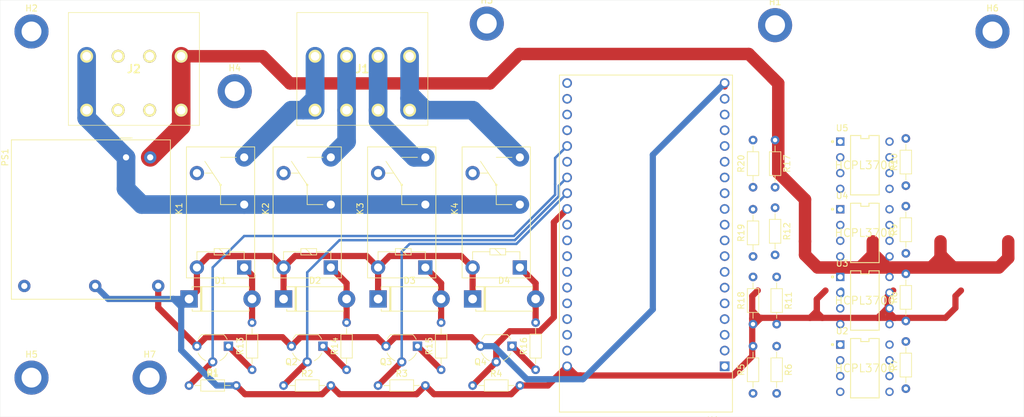
<source format=kicad_pcb>
(kicad_pcb (version 20171130) (host pcbnew "(5.1.6)-1")

  (general
    (thickness 1.6)
    (drawings 6)
    (tracks 203)
    (zones 0)
    (modules 49)
    (nets 83)
  )

  (page A4)
  (layers
    (0 F.Cu signal hide)
    (31 B.Cu signal)
    (32 B.Adhes user hide)
    (33 F.Adhes user hide)
    (34 B.Paste user hide)
    (35 F.Paste user hide)
    (36 B.SilkS user)
    (37 F.SilkS user)
    (38 B.Mask user hide)
    (39 F.Mask user hide)
    (40 Dwgs.User user hide)
    (41 Cmts.User user hide)
    (42 Eco1.User user hide)
    (43 Eco2.User user hide)
    (44 Edge.Cuts user hide)
    (45 Margin user hide)
    (46 B.CrtYd user hide)
    (47 F.CrtYd user hide)
    (48 B.Fab user hide)
    (49 F.Fab user hide)
  )

  (setup
    (last_trace_width 0.25)
    (user_trace_width 0.4)
    (user_trace_width 1)
    (user_trace_width 2)
    (user_trace_width 3)
    (trace_clearance 0.2)
    (zone_clearance 0.508)
    (zone_45_only no)
    (trace_min 0.2)
    (via_size 0.8)
    (via_drill 0.4)
    (via_min_size 0.4)
    (via_min_drill 0.3)
    (uvia_size 0.3)
    (uvia_drill 0.1)
    (uvias_allowed no)
    (uvia_min_size 0.2)
    (uvia_min_drill 0.1)
    (edge_width 0.05)
    (segment_width 0.2)
    (pcb_text_width 0.3)
    (pcb_text_size 1.5 1.5)
    (mod_edge_width 0.12)
    (mod_text_size 1 1)
    (mod_text_width 0.15)
    (pad_size 1.524 1.524)
    (pad_drill 0.762)
    (pad_to_mask_clearance 0.05)
    (aux_axis_origin 0 0)
    (visible_elements 7FFFFFFF)
    (pcbplotparams
      (layerselection 0x010fc_ffffffff)
      (usegerberextensions false)
      (usegerberattributes true)
      (usegerberadvancedattributes true)
      (creategerberjobfile true)
      (excludeedgelayer true)
      (linewidth 0.100000)
      (plotframeref false)
      (viasonmask false)
      (mode 1)
      (useauxorigin false)
      (hpglpennumber 1)
      (hpglpenspeed 20)
      (hpglpendiameter 15.000000)
      (psnegative false)
      (psa4output false)
      (plotreference true)
      (plotvalue true)
      (plotinvisibletext false)
      (padsonsilk false)
      (subtractmaskfromsilk false)
      (outputformat 1)
      (mirror false)
      (drillshape 0)
      (scaleselection 1)
      (outputdirectory "geber"))
  )

  (net 0 "")
  (net 1 "Net-(D1-Pad2)")
  (net 2 "Net-(D2-Pad2)")
  (net 3 5VGND)
  (net 4 "Net-(D3-Pad2)")
  (net 5 "Net-(D4-Pad2)")
  (net 6 "220VAC(L)")
  (net 7 "220VAC(N)")
  (net 8 5V+)
  (net 9 "Net-(Q1-Pad1)")
  (net 10 "Net-(Q2-Pad1)")
  (net 11 "Net-(Q3-Pad1)")
  (net 12 "Net-(Q4-Pad1)")
  (net 13 "Net-(R5-Pad2)")
  (net 14 "Net-(R6-Pad2)")
  (net 15 3.3V+)
  (net 16 "Net-(Q1-Pad2)")
  (net 17 "Net-(Q2-Pad2)")
  (net 18 "Net-(Q3-Pad2)")
  (net 19 "Net-(Q4-Pad2)")
  (net 20 Earth)
  (net 21 Sens4)
  (net 22 Sens3)
  (net 23 Sens2)
  (net 24 Sens1)
  (net 25 REO4)
  (net 26 REO3)
  (net 27 REO2)
  (net 28 REO1)
  (net 29 "Net-(R17-Pad2)")
  (net 30 GPIO34)
  (net 31 GPIO35)
  (net 32 GPIO32)
  (net 33 GPIO33)
  (net 34 "Net-(22uF1-Pad2)")
  (net 35 "Net-(22uF1-Pad1)")
  (net 36 "Net-(22uF2-Pad2)")
  (net 37 "Net-(22uF2-Pad1)")
  (net 38 "Net-(22uF3-Pad2)")
  (net 39 "Net-(22uF3-Pad1)")
  (net 40 "Net-(22uF4-Pad2)")
  (net 41 "Net-(22uF4-Pad1)")
  (net 42 "Net-(K1-Pad4)")
  (net 43 "Net-(K2-Pad4)")
  (net 44 "Net-(K3-Pad4)")
  (net 45 "Net-(K4-Pad4)")
  (net 46 "Net-(PS1-Pad3)")
  (net 47 "Net-(R11-Pad2)")
  (net 48 "Net-(R11-Pad1)")
  (net 49 "Net-(R12-Pad2)")
  (net 50 "Net-(R12-Pad1)")
  (net 51 "Net-(R17-Pad1)")
  (net 52 "Net-(U1-Pad38)")
  (net 53 "Net-(U1-Pad37)")
  (net 54 "Net-(U1-Pad36)")
  (net 55 "Net-(U1-Pad35)")
  (net 56 "Net-(U1-Pad33)")
  (net 57 "Net-(U1-Pad29)")
  (net 58 "Net-(U1-Pad28)")
  (net 59 "Net-(U1-Pad27)")
  (net 60 "Net-(U1-Pad26)")
  (net 61 "Net-(U1-Pad25)")
  (net 62 "Net-(U1-Pad24)")
  (net 63 "Net-(U1-Pad23)")
  (net 64 "Net-(U1-Pad22)")
  (net 65 "Net-(U1-Pad21)")
  (net 66 "Net-(U1-Pad18)")
  (net 67 "Net-(U1-Pad17)")
  (net 68 "Net-(U1-Pad16)")
  (net 69 "Net-(U1-Pad15)")
  (net 70 "Net-(U1-Pad14)")
  (net 71 "Net-(U1-Pad13)")
  (net 72 "Net-(U1-Pad12)")
  (net 73 "Net-(U1-Pad11)")
  (net 74 "Net-(U1-Pad10)")
  (net 75 "Net-(U1-Pad9)")
  (net 76 "Net-(U1-Pad4)")
  (net 77 "Net-(U1-Pad3)")
  (net 78 "Net-(U1-Pad2)")
  (net 79 "Net-(U2-Pad7)")
  (net 80 "Net-(U3-Pad7)")
  (net 81 "Net-(U4-Pad7)")
  (net 82 "Net-(U5-Pad7)")

  (net_class Default "This is the default net class."
    (clearance 0.2)
    (trace_width 0.25)
    (via_dia 0.8)
    (via_drill 0.4)
    (uvia_dia 0.3)
    (uvia_drill 0.1)
    (add_net 3.3V+)
    (add_net 5V+)
    (add_net 5VGND)
    (add_net Earth)
    (add_net GPIO32)
    (add_net GPIO33)
    (add_net GPIO34)
    (add_net GPIO35)
    (add_net "Net-(22uF1-Pad1)")
    (add_net "Net-(22uF1-Pad2)")
    (add_net "Net-(22uF2-Pad1)")
    (add_net "Net-(22uF2-Pad2)")
    (add_net "Net-(22uF3-Pad1)")
    (add_net "Net-(22uF3-Pad2)")
    (add_net "Net-(22uF4-Pad1)")
    (add_net "Net-(22uF4-Pad2)")
    (add_net "Net-(D1-Pad2)")
    (add_net "Net-(D2-Pad2)")
    (add_net "Net-(D3-Pad2)")
    (add_net "Net-(D4-Pad2)")
    (add_net "Net-(K1-Pad4)")
    (add_net "Net-(K2-Pad4)")
    (add_net "Net-(K3-Pad4)")
    (add_net "Net-(K4-Pad4)")
    (add_net "Net-(PS1-Pad3)")
    (add_net "Net-(Q1-Pad1)")
    (add_net "Net-(Q1-Pad2)")
    (add_net "Net-(Q2-Pad1)")
    (add_net "Net-(Q2-Pad2)")
    (add_net "Net-(Q3-Pad1)")
    (add_net "Net-(Q3-Pad2)")
    (add_net "Net-(Q4-Pad1)")
    (add_net "Net-(Q4-Pad2)")
    (add_net "Net-(R11-Pad1)")
    (add_net "Net-(R11-Pad2)")
    (add_net "Net-(R12-Pad1)")
    (add_net "Net-(R12-Pad2)")
    (add_net "Net-(R17-Pad1)")
    (add_net "Net-(R17-Pad2)")
    (add_net "Net-(R5-Pad2)")
    (add_net "Net-(R6-Pad2)")
    (add_net "Net-(U1-Pad10)")
    (add_net "Net-(U1-Pad11)")
    (add_net "Net-(U1-Pad12)")
    (add_net "Net-(U1-Pad13)")
    (add_net "Net-(U1-Pad14)")
    (add_net "Net-(U1-Pad15)")
    (add_net "Net-(U1-Pad16)")
    (add_net "Net-(U1-Pad17)")
    (add_net "Net-(U1-Pad18)")
    (add_net "Net-(U1-Pad2)")
    (add_net "Net-(U1-Pad21)")
    (add_net "Net-(U1-Pad22)")
    (add_net "Net-(U1-Pad23)")
    (add_net "Net-(U1-Pad24)")
    (add_net "Net-(U1-Pad25)")
    (add_net "Net-(U1-Pad26)")
    (add_net "Net-(U1-Pad27)")
    (add_net "Net-(U1-Pad28)")
    (add_net "Net-(U1-Pad29)")
    (add_net "Net-(U1-Pad3)")
    (add_net "Net-(U1-Pad33)")
    (add_net "Net-(U1-Pad35)")
    (add_net "Net-(U1-Pad36)")
    (add_net "Net-(U1-Pad37)")
    (add_net "Net-(U1-Pad38)")
    (add_net "Net-(U1-Pad4)")
    (add_net "Net-(U1-Pad9)")
    (add_net "Net-(U2-Pad7)")
    (add_net "Net-(U3-Pad7)")
    (add_net "Net-(U4-Pad7)")
    (add_net "Net-(U5-Pad7)")
  )

  (net_class 220v ""
    (clearance 0.4)
    (trace_width 3)
    (via_dia 3)
    (via_drill 2)
    (uvia_dia 0.3)
    (uvia_drill 0.1)
    (add_net "220VAC(L)")
    (add_net "220VAC(N)")
    (add_net REO1)
    (add_net REO2)
    (add_net REO3)
    (add_net REO4)
    (add_net Sens1)
    (add_net Sens2)
    (add_net Sens3)
    (add_net Sens4)
  )

  (module HCPL:ON_Semi-CASE_62605_ISSUE_P-0-0-0 (layer F.Cu) (tedit 5EF20F11) (tstamp 6135F53C)
    (at 161.036 54.102)
    (path /613B6BB0)
    (fp_text reference U4 (at -4.77 -5.995) (layer F.SilkS)
      (effects (font (size 1 1) (thickness 0.15)) (justify left))
    )
    (fp_text value HCPL3700 (at 0 0) (layer F.SilkS)
      (effects (font (size 1.27 1.27) (thickness 0.15)))
    )
    (fp_line (start 4.67 5.232) (end 4.67 -5.231998) (layer F.CrtYd) (width 0.15))
    (fp_line (start -4.67 5.232) (end 4.67 5.232) (layer F.CrtYd) (width 0.15))
    (fp_line (start -4.67 -5.231998) (end -4.67 5.232) (layer F.CrtYd) (width 0.15))
    (fp_line (start 4.67 -5.231998) (end -4.67 -5.231998) (layer F.CrtYd) (width 0.15))
    (fp_line (start 4.67 -5.231998) (end 4.67 -5.231998) (layer F.CrtYd) (width 0.15))
    (fp_line (start -0.657857 -4.795) (end -2.3025 -4.795) (layer F.SilkS) (width 0.15))
    (fp_line (start -0.657857 -4.295) (end -0.657857 -4.795) (layer F.SilkS) (width 0.15))
    (fp_line (start 0.657857 -4.295) (end -0.657857 -4.295) (layer F.SilkS) (width 0.15))
    (fp_line (start 0.657857 -4.795) (end 0.657857 -4.295) (layer F.SilkS) (width 0.15))
    (fp_line (start 2.3025 -4.795) (end 0.657857 -4.795) (layer F.SilkS) (width 0.15))
    (fp_line (start 2.3025 4.795) (end 2.3025 -4.795) (layer F.SilkS) (width 0.15))
    (fp_line (start -2.3025 4.795) (end 2.3025 4.795) (layer F.SilkS) (width 0.15))
    (fp_line (start -2.3025 -4.795) (end -2.3025 4.795) (layer F.SilkS) (width 0.15))
    (fp_line (start 3.3025 4.795) (end -3.3025 4.795) (layer F.Fab) (width 0.15))
    (fp_line (start 3.3025 -4.795) (end 3.3025 4.795) (layer F.Fab) (width 0.15))
    (fp_line (start -3.3025 -4.795) (end 3.3025 -4.795) (layer F.Fab) (width 0.15))
    (fp_line (start -3.3025 4.795) (end -3.3025 -4.795) (layer F.Fab) (width 0.15))
    (fp_circle (center -5.22 -3.81) (end -5.095 -3.81) (layer F.SilkS) (width 0.25))
    (pad 8 thru_hole circle (at 3.97 -3.81) (size 1.35 1.35) (drill 0.85) (layers *.Cu)
      (net 15 3.3V+) (thermal_width 0.4))
    (pad 7 thru_hole circle (at 3.97 -1.27) (size 1.35 1.35) (drill 0.85) (layers *.Cu)
      (net 81 "Net-(U4-Pad7)") (thermal_width 0.4))
    (pad 6 thru_hole circle (at 3.97 1.27) (size 1.35 1.35) (drill 0.85) (layers *.Cu)
      (net 32 GPIO32) (thermal_width 0.4))
    (pad 5 thru_hole circle (at 3.97 3.81) (size 1.35 1.35) (drill 0.85) (layers *.Cu)
      (net 3 5VGND) (thermal_width 0.4))
    (pad 4 thru_hole circle (at -3.97 3.81) (size 1.35 1.35) (drill 0.85) (layers *.Cu)
      (net 49 "Net-(R12-Pad2)") (thermal_width 0.4))
    (pad 3 thru_hole circle (at -3.97 1.27) (size 1.35 1.35) (drill 0.85) (layers *.Cu)
      (net 38 "Net-(22uF3-Pad2)") (thermal_width 0.4))
    (pad 2 thru_hole circle (at -3.97 -1.27) (size 1.35 1.35) (drill 0.85) (layers *.Cu)
      (net 39 "Net-(22uF3-Pad1)") (thermal_width 0.4))
    (pad 1 thru_hole rect (at -3.97 -3.81) (size 1.35 1.35) (drill 0.85) (layers *.Cu)
      (net 7 "220VAC(N)") (thermal_width 0.4))
    (model eec.models/ON_Semi_-_HCPL3700.step
      (at (xyz 0 0 0))
      (scale (xyz 1 1 1))
      (rotate (xyz 0 0 0))
    )
  )

  (module Relay_THT:Relay_SPDT_Omron-G5Q-1 (layer F.Cu) (tedit 5AE38B61) (tstamp 612AA94B)
    (at 60.96 59.69 90)
    (descr "Relay SPDT Omron Serie G5Q, http://omronfs.omron.com/en_US/ecb/products/pdf/en-g5q.pdf")
    (tags "Relay SPDT Omron Serie G5Q")
    (path /612C4AA3)
    (fp_text reference K1 (at 9.5 -10.5 270) (layer F.SilkS)
      (effects (font (size 1 1) (thickness 0.15)))
    )
    (fp_text value G5Q-1 (at 20.32 -7.62) (layer F.Fab)
      (effects (font (size 1 1) (thickness 0.15)))
    )
    (fp_circle (center 13.335 -3.81) (end 13.462 -3.81) (layer F.SilkS) (width 0.12))
    (fp_line (start -1.68 -9.31) (end 19.46 -9.31) (layer F.SilkS) (width 0.12))
    (fp_line (start -1.68 1.69) (end -1.68 -9.31) (layer F.SilkS) (width 0.12))
    (fp_line (start 19.46 1.69) (end 19.46 -9.31) (layer F.SilkS) (width 0.12))
    (fp_line (start -1.68 1.69) (end 19.46 1.69) (layer F.SilkS) (width 0.12))
    (fp_line (start 3.05 -2.29) (end 2.54 -2.29) (layer F.SilkS) (width 0.12))
    (fp_line (start 3.05 -4.83) (end 3.05 -2.29) (layer F.SilkS) (width 0.12))
    (fp_line (start 2.54 -4.83) (end 3.05 -4.83) (layer F.SilkS) (width 0.12))
    (fp_line (start 2.03 -4.83) (end 2.54 -4.83) (layer F.SilkS) (width 0.12))
    (fp_line (start 2.03 -2.29) (end 2.03 -4.83) (layer F.SilkS) (width 0.12))
    (fp_line (start 2.54 -2.29) (end 2.03 -2.29) (layer F.SilkS) (width 0.12))
    (fp_line (start 1.27 0) (end 2.54 0) (layer F.SilkS) (width 0.12))
    (fp_line (start 2.54 0) (end 2.54 -2.29) (layer F.SilkS) (width 0.12))
    (fp_line (start 2.54 -4.83) (end 2.54 -7.62) (layer F.SilkS) (width 0.12))
    (fp_line (start 2.54 -7.62) (end 1.27 -7.62) (layer F.SilkS) (width 0.12))
    (fp_line (start 2.03 -3.05) (end 3.05 -4.06) (layer F.SilkS) (width 0.12))
    (fp_line (start -1.95 1.95) (end -1.95 -9.55) (layer F.CrtYd) (width 0.05))
    (fp_line (start 19.7 1.95) (end -1.95 1.95) (layer F.CrtYd) (width 0.05))
    (fp_line (start 19.7 -9.55) (end 19.7 1.95) (layer F.CrtYd) (width 0.05))
    (fp_line (start -1.95 -9.55) (end 19.7 -9.55) (layer F.CrtYd) (width 0.05))
    (fp_line (start -1.18 -8.81) (end 18.96 -8.81) (layer F.Fab) (width 0.1))
    (fp_line (start -1.18 1.19) (end -1.18 -8.81) (layer F.Fab) (width 0.1))
    (fp_line (start 18.96 1.19) (end -1.18 1.19) (layer F.Fab) (width 0.1))
    (fp_line (start 18.96 -8.81) (end 18.96 1.19) (layer F.Fab) (width 0.1))
    (fp_line (start 0 -1) (end 0 -6.5) (layer F.Fab) (width 0.1))
    (fp_line (start 10.16 -3.81) (end 13.335 -3.81) (layer F.SilkS) (width 0.12))
    (fp_line (start 10.16 -1.27) (end 10.16 -3.81) (layer F.SilkS) (width 0.12))
    (fp_line (start 15.24 -6.35) (end 15.24 -5.08) (layer F.SilkS) (width 0.12))
    (fp_line (start 13.335 -3.81) (end 17.145 -6.35) (layer F.SilkS) (width 0.12))
    (fp_line (start 17.78 -1.27) (end 17.78 -3.81) (layer F.SilkS) (width 0.12))
    (fp_text user %R (at 3.81 -1.27 90) (layer F.Fab)
      (effects (font (size 1 1) (thickness 0.15)))
    )
    (pad 5 thru_hole circle (at 0 -7.62 270) (size 2.3 2.3) (drill 1.3) (layers *.Cu *.Mask)
      (net 3 5VGND))
    (pad 4 thru_hole circle (at 15.24 -7.62 270) (size 2.3 2.3) (drill 1.3) (layers *.Cu *.Mask)
      (net 42 "Net-(K1-Pad4)"))
    (pad 3 thru_hole circle (at 17.78 0 270) (size 2.3 2.3) (drill 1.3) (layers *.Cu *.Mask)
      (net 28 REO1))
    (pad 2 thru_hole circle (at 10.16 0 270) (size 2.3 2.3) (drill 1.3) (layers *.Cu *.Mask)
      (net 6 "220VAC(L)"))
    (pad 1 thru_hole rect (at 0 0 270) (size 2.3 2.3) (drill 1.3) (layers *.Cu *.Mask)
      (net 1 "Net-(D1-Pad2)"))
    (model ${KISYS3DMOD}/Relay_THT.3dshapes/Relay_SPDT_Omron-G5Q-1.wrl
      (at (xyz 0 0 0))
      (scale (xyz 1 1 1))
      (rotate (xyz 0 0 0))
    )
  )

  (module MountingHole:MountingHole_3.2mm_M3_ISO14580_Pad (layer F.Cu) (tedit 56D1B4CB) (tstamp 61371289)
    (at 105.41 93.98)
    (descr "Mounting Hole 3.2mm, M3, ISO14580")
    (tags "mounting hole 3.2mm m3 iso14580")
    (path /613DB02E)
    (attr virtual)
    (fp_text reference H9 (at 0 -3.75) (layer F.SilkS)
      (effects (font (size 1 1) (thickness 0.15)))
    )
    (fp_text value MountingHole_Pad (at 0 3.75) (layer F.Fab)
      (effects (font (size 1 1) (thickness 0.15)))
    )
    (fp_circle (center 0 0) (end 3 0) (layer F.CrtYd) (width 0.05))
    (fp_circle (center 0 0) (end 2.75 0) (layer Cmts.User) (width 0.15))
    (fp_text user %R (at 0.3 0) (layer F.Fab)
      (effects (font (size 1 1) (thickness 0.15)))
    )
    (pad 1 thru_hole circle (at 0 0) (size 5.5 5.5) (drill 3.2) (layers *.Cu *.Mask)
      (net 20 Earth))
  )

  (module MountingHole:MountingHole_3.2mm_M3_ISO14580_Pad (layer F.Cu) (tedit 56D1B4CB) (tstamp 61371281)
    (at 96.52 93.98)
    (descr "Mounting Hole 3.2mm, M3, ISO14580")
    (tags "mounting hole 3.2mm m3 iso14580")
    (path /613DB028)
    (attr virtual)
    (fp_text reference H8 (at 0 -3.75) (layer F.SilkS)
      (effects (font (size 1 1) (thickness 0.15)))
    )
    (fp_text value MountingHole_Pad (at 0 3.75) (layer F.Fab)
      (effects (font (size 1 1) (thickness 0.15)))
    )
    (fp_circle (center 0 0) (end 2.75 0) (layer Cmts.User) (width 0.15))
    (fp_circle (center 0 0) (end 3 0) (layer F.CrtYd) (width 0.05))
    (fp_text user %R (at 0.3 0) (layer F.Fab)
      (effects (font (size 1 1) (thickness 0.15)))
    )
    (pad 1 thru_hole circle (at 0 0) (size 5.5 5.5) (drill 3.2) (layers *.Cu *.Mask)
      (net 20 Earth))
  )

  (module Phoenix_Conn:1017505 (layer F.Cu) (tedit 612E80AC) (tstamp 612F85A7)
    (at 50.8 34.29 180)
    (descr 1017505-1)
    (tags Connector)
    (path /61366C48)
    (fp_text reference J2 (at 7.62 6.65) (layer F.SilkS)
      (effects (font (size 1.27 1.27) (thickness 0.254)))
    )
    (fp_text value 1017505 (at 7.62 6.65) (layer F.SilkS) hide
      (effects (font (size 1.27 1.27) (thickness 0.254)))
    )
    (fp_line (start -2.94 -2.45) (end 18.18 -2.45) (layer Dwgs.User) (width 0.2))
    (fp_line (start 18.18 -2.45) (end 18.18 15.75) (layer Dwgs.User) (width 0.2))
    (fp_line (start 18.18 15.75) (end -2.94 15.75) (layer Dwgs.User) (width 0.2))
    (fp_line (start -2.94 15.75) (end -2.94 -2.45) (layer Dwgs.User) (width 0.2))
    (fp_line (start -2.94 -2.45) (end 18.18 -2.45) (layer F.SilkS) (width 0.1))
    (fp_line (start 18.18 -2.45) (end 18.18 15.75) (layer F.SilkS) (width 0.1))
    (fp_line (start 18.18 15.75) (end -2.94 15.75) (layer F.SilkS) (width 0.1))
    (fp_line (start -2.94 15.75) (end -2.94 -2.45) (layer F.SilkS) (width 0.1))
    (fp_line (start -3.94 -3.45) (end 19.18 -3.45) (layer Dwgs.User) (width 0.1))
    (fp_line (start 19.18 -3.45) (end 19.18 16.75) (layer Dwgs.User) (width 0.1))
    (fp_line (start 19.18 16.75) (end -3.94 16.75) (layer Dwgs.User) (width 0.1))
    (fp_line (start -3.94 16.75) (end -3.94 -3.45) (layer Dwgs.User) (width 0.1))
    (pad 8 thru_hole circle (at 15.24 8.7 270) (size 2.1 2.1) (drill 1.4) (layers *.Cu *.Mask F.SilkS)
      (net 6 "220VAC(L)"))
    (pad 7 thru_hole circle (at 15.24 0 270) (size 2.1 2.1) (drill 1.4) (layers *.Cu *.Mask F.SilkS)
      (net 6 "220VAC(L)"))
    (pad 6 thru_hole circle (at 10.16 8.7 270) (size 2.1 2.1) (drill 1.4) (layers *.Cu *.Mask F.SilkS)
      (net 20 Earth))
    (pad 5 thru_hole circle (at 10.16 0 270) (size 2.1 2.1) (drill 1.4) (layers *.Cu *.Mask F.SilkS)
      (net 20 Earth))
    (pad 4 thru_hole circle (at 5.08 8.7 270) (size 2.1 2.1) (drill 1.4) (layers *.Cu *.Mask F.SilkS)
      (net 20 Earth))
    (pad 3 thru_hole circle (at 5.08 0 270) (size 2.1 2.1) (drill 1.4) (layers *.Cu *.Mask F.SilkS)
      (net 20 Earth))
    (pad 2 thru_hole circle (at 0 8.7 270) (size 2.1 2.1) (drill 1.4) (layers *.Cu *.Mask F.SilkS)
      (net 7 "220VAC(N)"))
    (pad 1 thru_hole circle (at 0 0 270) (size 2.1 2.1) (drill 1.4) (layers *.Cu *.Mask F.SilkS)
      (net 7 "220VAC(N)"))
  )

  (module Phoenix_Conn:1017505 (layer F.Cu) (tedit 612E80AC) (tstamp 612F858F)
    (at 87.63 34.29 180)
    (descr 1017505-1)
    (tags Connector)
    (path /6135584E)
    (fp_text reference J1 (at 7.62 6.65) (layer F.SilkS)
      (effects (font (size 1.27 1.27) (thickness 0.254)))
    )
    (fp_text value 1017505 (at 7.62 6.65) (layer F.SilkS) hide
      (effects (font (size 1.27 1.27) (thickness 0.254)))
    )
    (fp_line (start -2.94 -2.45) (end 18.18 -2.45) (layer Dwgs.User) (width 0.2))
    (fp_line (start 18.18 -2.45) (end 18.18 15.75) (layer Dwgs.User) (width 0.2))
    (fp_line (start 18.18 15.75) (end -2.94 15.75) (layer Dwgs.User) (width 0.2))
    (fp_line (start -2.94 15.75) (end -2.94 -2.45) (layer Dwgs.User) (width 0.2))
    (fp_line (start -2.94 -2.45) (end 18.18 -2.45) (layer F.SilkS) (width 0.1))
    (fp_line (start 18.18 -2.45) (end 18.18 15.75) (layer F.SilkS) (width 0.1))
    (fp_line (start 18.18 15.75) (end -2.94 15.75) (layer F.SilkS) (width 0.1))
    (fp_line (start -2.94 15.75) (end -2.94 -2.45) (layer F.SilkS) (width 0.1))
    (fp_line (start -3.94 -3.45) (end 19.18 -3.45) (layer Dwgs.User) (width 0.1))
    (fp_line (start 19.18 -3.45) (end 19.18 16.75) (layer Dwgs.User) (width 0.1))
    (fp_line (start 19.18 16.75) (end -3.94 16.75) (layer Dwgs.User) (width 0.1))
    (fp_line (start -3.94 16.75) (end -3.94 -3.45) (layer Dwgs.User) (width 0.1))
    (pad 8 thru_hole circle (at 15.24 8.7 270) (size 2.1 2.1) (drill 1.4) (layers *.Cu *.Mask F.SilkS)
      (net 28 REO1))
    (pad 7 thru_hole circle (at 15.24 0 270) (size 2.1 2.1) (drill 1.4) (layers *.Cu *.Mask F.SilkS)
      (net 28 REO1))
    (pad 6 thru_hole circle (at 10.16 8.7 270) (size 2.1 2.1) (drill 1.4) (layers *.Cu *.Mask F.SilkS)
      (net 27 REO2))
    (pad 5 thru_hole circle (at 10.16 0 270) (size 2.1 2.1) (drill 1.4) (layers *.Cu *.Mask F.SilkS)
      (net 27 REO2))
    (pad 4 thru_hole circle (at 5.08 8.7 270) (size 2.1 2.1) (drill 1.4) (layers *.Cu *.Mask F.SilkS)
      (net 26 REO3))
    (pad 3 thru_hole circle (at 5.08 0 270) (size 2.1 2.1) (drill 1.4) (layers *.Cu *.Mask F.SilkS)
      (net 26 REO3))
    (pad 2 thru_hole circle (at 0 8.7 270) (size 2.1 2.1) (drill 1.4) (layers *.Cu *.Mask F.SilkS)
      (net 25 REO4))
    (pad 1 thru_hole circle (at 0 0 270) (size 2.1 2.1) (drill 1.4) (layers *.Cu *.Mask F.SilkS)
      (net 25 REO4))
  )

  (module esp32-footprint:MODULE_ESP32-DEVKITC-32D (layer F.Cu) (tedit 612616DF) (tstamp 612B3637)
    (at 125.73 55.88 180)
    (path /6126231E)
    (fp_text reference U1 (at -10.829175 -28.446045) (layer F.SilkS)
      (effects (font (size 1.000386 1.000386) (thickness 0.15)))
    )
    (fp_text value ESP32-DEVKITC-32D (at 1.24136 28.294535) (layer F.Fab)
      (effects (font (size 1.001047 1.001047) (thickness 0.15)))
    )
    (fp_circle (center -14.6 -19.9) (end -14.46 -19.9) (layer F.Fab) (width 0.28))
    (fp_circle (center -14.6 -19.9) (end -14.46 -19.9) (layer F.Fab) (width 0.28))
    (fp_line (start -14.2 27.5) (end -14.2 -27.4) (layer F.CrtYd) (width 0.05))
    (fp_line (start 14.2 27.5) (end -14.2 27.5) (layer F.CrtYd) (width 0.05))
    (fp_line (start 14.2 -27.4) (end 14.2 27.5) (layer F.CrtYd) (width 0.05))
    (fp_line (start -14.2 -27.4) (end 14.2 -27.4) (layer F.CrtYd) (width 0.05))
    (fp_line (start 13.95 27.25) (end -13.95 27.25) (layer F.SilkS) (width 0.127))
    (fp_line (start 13.95 -27.15) (end 13.95 27.25) (layer F.SilkS) (width 0.127))
    (fp_line (start -13.95 -27.15) (end 13.95 -27.15) (layer F.SilkS) (width 0.127))
    (fp_line (start -13.95 27.25) (end -13.95 -27.15) (layer F.SilkS) (width 0.127))
    (fp_line (start -13.95 27.25) (end -13.95 -27.15) (layer F.Fab) (width 0.127))
    (fp_line (start 13.95 27.25) (end -13.95 27.25) (layer F.Fab) (width 0.127))
    (fp_line (start 13.95 -27.15) (end 13.95 27.25) (layer F.Fab) (width 0.127))
    (fp_line (start -13.95 -27.15) (end 13.95 -27.15) (layer F.Fab) (width 0.127))
    (pad 38 thru_hole circle (at 12.7 25.96 180) (size 1.56 1.56) (drill 1.04) (layers *.Cu *.Mask)
      (net 52 "Net-(U1-Pad38)"))
    (pad 37 thru_hole circle (at 12.7 23.42 180) (size 1.56 1.56) (drill 1.04) (layers *.Cu *.Mask)
      (net 53 "Net-(U1-Pad37)"))
    (pad 36 thru_hole circle (at 12.7 20.88 180) (size 1.56 1.56) (drill 1.04) (layers *.Cu *.Mask)
      (net 54 "Net-(U1-Pad36)"))
    (pad 35 thru_hole circle (at 12.7 18.34 180) (size 1.56 1.56) (drill 1.04) (layers *.Cu *.Mask)
      (net 55 "Net-(U1-Pad35)"))
    (pad 34 thru_hole circle (at 12.7 15.8 180) (size 1.56 1.56) (drill 1.04) (layers *.Cu *.Mask)
      (net 16 "Net-(Q1-Pad2)"))
    (pad 33 thru_hole circle (at 12.7 13.26 180) (size 1.56 1.56) (drill 1.04) (layers *.Cu *.Mask)
      (net 56 "Net-(U1-Pad33)"))
    (pad 32 thru_hole circle (at 12.7 10.72 180) (size 1.56 1.56) (drill 1.04) (layers *.Cu *.Mask)
      (net 17 "Net-(Q2-Pad2)"))
    (pad 31 thru_hole circle (at 12.7 8.18 180) (size 1.56 1.56) (drill 1.04) (layers *.Cu *.Mask)
      (net 18 "Net-(Q3-Pad2)"))
    (pad 30 thru_hole circle (at 12.7 5.64 180) (size 1.56 1.56) (drill 1.04) (layers *.Cu *.Mask)
      (net 19 "Net-(Q4-Pad2)"))
    (pad 29 thru_hole circle (at 12.7 3.1 180) (size 1.56 1.56) (drill 1.04) (layers *.Cu *.Mask)
      (net 57 "Net-(U1-Pad29)"))
    (pad 28 thru_hole circle (at 12.7 0.56 180) (size 1.56 1.56) (drill 1.04) (layers *.Cu *.Mask)
      (net 58 "Net-(U1-Pad28)"))
    (pad 27 thru_hole circle (at 12.7 -1.98 180) (size 1.56 1.56) (drill 1.04) (layers *.Cu *.Mask)
      (net 59 "Net-(U1-Pad27)"))
    (pad 26 thru_hole circle (at 12.7 -4.52 180) (size 1.56 1.56) (drill 1.04) (layers *.Cu *.Mask)
      (net 60 "Net-(U1-Pad26)"))
    (pad 25 thru_hole circle (at 12.7 -7.06 180) (size 1.56 1.56) (drill 1.04) (layers *.Cu *.Mask)
      (net 61 "Net-(U1-Pad25)"))
    (pad 24 thru_hole circle (at 12.7 -9.6 180) (size 1.56 1.56) (drill 1.04) (layers *.Cu *.Mask)
      (net 62 "Net-(U1-Pad24)"))
    (pad 23 thru_hole circle (at 12.7 -12.14 180) (size 1.56 1.56) (drill 1.04) (layers *.Cu *.Mask)
      (net 63 "Net-(U1-Pad23)"))
    (pad 22 thru_hole circle (at 12.7 -14.68 180) (size 1.56 1.56) (drill 1.04) (layers *.Cu *.Mask)
      (net 64 "Net-(U1-Pad22)"))
    (pad 21 thru_hole circle (at 12.7 -17.22 180) (size 1.56 1.56) (drill 1.04) (layers *.Cu *.Mask)
      (net 65 "Net-(U1-Pad21)"))
    (pad 20 thru_hole circle (at 12.7 -19.76 180) (size 1.56 1.56) (drill 1.04) (layers *.Cu *.Mask)
      (net 3 5VGND))
    (pad 18 thru_hole circle (at -12.7 23.42 180) (size 1.56 1.56) (drill 1.04) (layers *.Cu *.Mask)
      (net 66 "Net-(U1-Pad18)"))
    (pad 17 thru_hole circle (at -12.7 20.88 180) (size 1.56 1.56) (drill 1.04) (layers *.Cu *.Mask)
      (net 67 "Net-(U1-Pad17)"))
    (pad 16 thru_hole circle (at -12.7 18.34 180) (size 1.56 1.56) (drill 1.04) (layers *.Cu *.Mask)
      (net 68 "Net-(U1-Pad16)"))
    (pad 15 thru_hole circle (at -12.7 15.8 180) (size 1.56 1.56) (drill 1.04) (layers *.Cu *.Mask)
      (net 69 "Net-(U1-Pad15)"))
    (pad 14 thru_hole circle (at -12.7 13.26 180) (size 1.56 1.56) (drill 1.04) (layers *.Cu *.Mask)
      (net 70 "Net-(U1-Pad14)"))
    (pad 13 thru_hole circle (at -12.7 10.72 180) (size 1.56 1.56) (drill 1.04) (layers *.Cu *.Mask)
      (net 71 "Net-(U1-Pad13)"))
    (pad 12 thru_hole circle (at -12.7 8.18 180) (size 1.56 1.56) (drill 1.04) (layers *.Cu *.Mask)
      (net 72 "Net-(U1-Pad12)"))
    (pad 11 thru_hole circle (at -12.7 5.64 180) (size 1.56 1.56) (drill 1.04) (layers *.Cu *.Mask)
      (net 73 "Net-(U1-Pad11)"))
    (pad 10 thru_hole circle (at -12.7 3.1 180) (size 1.56 1.56) (drill 1.04) (layers *.Cu *.Mask)
      (net 74 "Net-(U1-Pad10)"))
    (pad 9 thru_hole circle (at -12.7 0.56 180) (size 1.56 1.56) (drill 1.04) (layers *.Cu *.Mask)
      (net 75 "Net-(U1-Pad9)"))
    (pad 8 thru_hole circle (at -12.7 -1.98 180) (size 1.56 1.56) (drill 1.04) (layers *.Cu *.Mask)
      (net 33 GPIO33))
    (pad 7 thru_hole circle (at -12.7 -4.52 180) (size 1.56 1.56) (drill 1.04) (layers *.Cu *.Mask)
      (net 32 GPIO32))
    (pad 6 thru_hole circle (at -12.7 -7.06 180) (size 1.56 1.56) (drill 1.04) (layers *.Cu *.Mask)
      (net 31 GPIO35))
    (pad 5 thru_hole circle (at -12.7 -9.6 180) (size 1.56 1.56) (drill 1.04) (layers *.Cu *.Mask)
      (net 30 GPIO34))
    (pad 4 thru_hole circle (at -12.7 -12.14 180) (size 1.56 1.56) (drill 1.04) (layers *.Cu *.Mask)
      (net 76 "Net-(U1-Pad4)"))
    (pad 3 thru_hole circle (at -12.7 -14.68 180) (size 1.56 1.56) (drill 1.04) (layers *.Cu *.Mask)
      (net 77 "Net-(U1-Pad3)"))
    (pad 19 thru_hole circle (at -12.7 25.96 180) (size 1.56 1.56) (drill 1.04) (layers *.Cu *.Mask)
      (net 8 5V+))
    (pad 2 thru_hole circle (at -12.7 -17.22 180) (size 1.56 1.56) (drill 1.04) (layers *.Cu *.Mask)
      (net 78 "Net-(U1-Pad2)"))
    (pad 1 thru_hole rect (at -12.7 -19.76 180) (size 1.56 1.56) (drill 1.04) (layers *.Cu *.Mask)
      (net 15 3.3V+))
  )

  (module HCPL:ON_Semi-CASE_62605_ISSUE_P-0-0-0 (layer F.Cu) (tedit 5EF20F11) (tstamp 6135F55A)
    (at 161.036 43.18)
    (path /613BAE5F)
    (fp_text reference U5 (at -4.77 -5.995) (layer F.SilkS)
      (effects (font (size 1 1) (thickness 0.15)) (justify left))
    )
    (fp_text value HCPL3700 (at 0 0) (layer F.SilkS)
      (effects (font (size 1.27 1.27) (thickness 0.15)))
    )
    (fp_line (start 4.67 5.232) (end 4.67 -5.231998) (layer F.CrtYd) (width 0.15))
    (fp_line (start -4.67 5.232) (end 4.67 5.232) (layer F.CrtYd) (width 0.15))
    (fp_line (start -4.67 -5.231998) (end -4.67 5.232) (layer F.CrtYd) (width 0.15))
    (fp_line (start 4.67 -5.231998) (end -4.67 -5.231998) (layer F.CrtYd) (width 0.15))
    (fp_line (start 4.67 -5.231998) (end 4.67 -5.231998) (layer F.CrtYd) (width 0.15))
    (fp_line (start -0.657857 -4.795) (end -2.3025 -4.795) (layer F.SilkS) (width 0.15))
    (fp_line (start -0.657857 -4.295) (end -0.657857 -4.795) (layer F.SilkS) (width 0.15))
    (fp_line (start 0.657857 -4.295) (end -0.657857 -4.295) (layer F.SilkS) (width 0.15))
    (fp_line (start 0.657857 -4.795) (end 0.657857 -4.295) (layer F.SilkS) (width 0.15))
    (fp_line (start 2.3025 -4.795) (end 0.657857 -4.795) (layer F.SilkS) (width 0.15))
    (fp_line (start 2.3025 4.795) (end 2.3025 -4.795) (layer F.SilkS) (width 0.15))
    (fp_line (start -2.3025 4.795) (end 2.3025 4.795) (layer F.SilkS) (width 0.15))
    (fp_line (start -2.3025 -4.795) (end -2.3025 4.795) (layer F.SilkS) (width 0.15))
    (fp_line (start 3.3025 4.795) (end -3.3025 4.795) (layer F.Fab) (width 0.15))
    (fp_line (start 3.3025 -4.795) (end 3.3025 4.795) (layer F.Fab) (width 0.15))
    (fp_line (start -3.3025 -4.795) (end 3.3025 -4.795) (layer F.Fab) (width 0.15))
    (fp_line (start -3.3025 4.795) (end -3.3025 -4.795) (layer F.Fab) (width 0.15))
    (fp_circle (center -5.22 -3.81) (end -5.095 -3.81) (layer F.SilkS) (width 0.25))
    (pad 8 thru_hole circle (at 3.97 -3.81) (size 1.35 1.35) (drill 0.85) (layers *.Cu)
      (net 15 3.3V+) (thermal_width 0.4))
    (pad 7 thru_hole circle (at 3.97 -1.27) (size 1.35 1.35) (drill 0.85) (layers *.Cu)
      (net 82 "Net-(U5-Pad7)") (thermal_width 0.4))
    (pad 6 thru_hole circle (at 3.97 1.27) (size 1.35 1.35) (drill 0.85) (layers *.Cu)
      (net 33 GPIO33) (thermal_width 0.4))
    (pad 5 thru_hole circle (at 3.97 3.81) (size 1.35 1.35) (drill 0.85) (layers *.Cu)
      (net 3 5VGND) (thermal_width 0.4))
    (pad 4 thru_hole circle (at -3.97 3.81) (size 1.35 1.35) (drill 0.85) (layers *.Cu)
      (net 29 "Net-(R17-Pad2)") (thermal_width 0.4))
    (pad 3 thru_hole circle (at -3.97 1.27) (size 1.35 1.35) (drill 0.85) (layers *.Cu)
      (net 40 "Net-(22uF4-Pad2)") (thermal_width 0.4))
    (pad 2 thru_hole circle (at -3.97 -1.27) (size 1.35 1.35) (drill 0.85) (layers *.Cu)
      (net 41 "Net-(22uF4-Pad1)") (thermal_width 0.4))
    (pad 1 thru_hole rect (at -3.97 -3.81) (size 1.35 1.35) (drill 0.85) (layers *.Cu)
      (net 7 "220VAC(N)") (thermal_width 0.4))
    (model eec.models/ON_Semi_-_HCPL3700.step
      (at (xyz 0 0 0))
      (scale (xyz 1 1 1))
      (rotate (xyz 0 0 0))
    )
  )

  (module HCPL:ON_Semi-CASE_62605_ISSUE_P-0-0-0 (layer F.Cu) (tedit 5EF20F11) (tstamp 6136604D)
    (at 161.036 65.024)
    (path /613B1E55)
    (fp_text reference U3 (at -4.77 -5.995) (layer F.SilkS)
      (effects (font (size 1 1) (thickness 0.15)) (justify left))
    )
    (fp_text value HCPL3700 (at 0 0) (layer F.SilkS)
      (effects (font (size 1.27 1.27) (thickness 0.15)))
    )
    (fp_line (start 4.67 5.232) (end 4.67 -5.231998) (layer F.CrtYd) (width 0.15))
    (fp_line (start -4.67 5.232) (end 4.67 5.232) (layer F.CrtYd) (width 0.15))
    (fp_line (start -4.67 -5.231998) (end -4.67 5.232) (layer F.CrtYd) (width 0.15))
    (fp_line (start 4.67 -5.231998) (end -4.67 -5.231998) (layer F.CrtYd) (width 0.15))
    (fp_line (start 4.67 -5.231998) (end 4.67 -5.231998) (layer F.CrtYd) (width 0.15))
    (fp_line (start -0.657857 -4.795) (end -2.3025 -4.795) (layer F.SilkS) (width 0.15))
    (fp_line (start -0.657857 -4.295) (end -0.657857 -4.795) (layer F.SilkS) (width 0.15))
    (fp_line (start 0.657857 -4.295) (end -0.657857 -4.295) (layer F.SilkS) (width 0.15))
    (fp_line (start 0.657857 -4.795) (end 0.657857 -4.295) (layer F.SilkS) (width 0.15))
    (fp_line (start 2.3025 -4.795) (end 0.657857 -4.795) (layer F.SilkS) (width 0.15))
    (fp_line (start 2.3025 4.795) (end 2.3025 -4.795) (layer F.SilkS) (width 0.15))
    (fp_line (start -2.3025 4.795) (end 2.3025 4.795) (layer F.SilkS) (width 0.15))
    (fp_line (start -2.3025 -4.795) (end -2.3025 4.795) (layer F.SilkS) (width 0.15))
    (fp_line (start 3.3025 4.795) (end -3.3025 4.795) (layer F.Fab) (width 0.15))
    (fp_line (start 3.3025 -4.795) (end 3.3025 4.795) (layer F.Fab) (width 0.15))
    (fp_line (start -3.3025 -4.795) (end 3.3025 -4.795) (layer F.Fab) (width 0.15))
    (fp_line (start -3.3025 4.795) (end -3.3025 -4.795) (layer F.Fab) (width 0.15))
    (fp_circle (center -5.22 -3.81) (end -5.095 -3.81) (layer F.SilkS) (width 0.25))
    (pad 8 thru_hole circle (at 3.97 -3.81) (size 1.35 1.35) (drill 0.85) (layers *.Cu)
      (net 15 3.3V+) (thermal_width 0.4))
    (pad 7 thru_hole circle (at 3.97 -1.27) (size 1.35 1.35) (drill 0.85) (layers *.Cu)
      (net 80 "Net-(U3-Pad7)") (thermal_width 0.4))
    (pad 6 thru_hole circle (at 3.97 1.27) (size 1.35 1.35) (drill 0.85) (layers *.Cu)
      (net 31 GPIO35) (thermal_width 0.4))
    (pad 5 thru_hole circle (at 3.97 3.81) (size 1.35 1.35) (drill 0.85) (layers *.Cu)
      (net 3 5VGND) (thermal_width 0.4))
    (pad 4 thru_hole circle (at -3.97 3.81) (size 1.35 1.35) (drill 0.85) (layers *.Cu)
      (net 47 "Net-(R11-Pad2)") (thermal_width 0.4))
    (pad 3 thru_hole circle (at -3.97 1.27) (size 1.35 1.35) (drill 0.85) (layers *.Cu)
      (net 36 "Net-(22uF2-Pad2)") (thermal_width 0.4))
    (pad 2 thru_hole circle (at -3.97 -1.27) (size 1.35 1.35) (drill 0.85) (layers *.Cu)
      (net 37 "Net-(22uF2-Pad1)") (thermal_width 0.4))
    (pad 1 thru_hole rect (at -3.97 -3.81) (size 1.35 1.35) (drill 0.85) (layers *.Cu)
      (net 7 "220VAC(N)") (thermal_width 0.4))
    (model eec.models/ON_Semi_-_HCPL3700.step
      (at (xyz 0 0 0))
      (scale (xyz 1 1 1))
      (rotate (xyz 0 0 0))
    )
  )

  (module HCPL:ON_Semi-CASE_62605_ISSUE_P-0-0-0 (layer F.Cu) (tedit 5EF20F11) (tstamp 61364E16)
    (at 161.036 75.946)
    (path /613556E0)
    (fp_text reference U2 (at -4.77 -5.995) (layer F.SilkS)
      (effects (font (size 1 1) (thickness 0.15)) (justify left))
    )
    (fp_text value HCPL3700 (at 0 0) (layer F.SilkS)
      (effects (font (size 1.27 1.27) (thickness 0.15)))
    )
    (fp_line (start 4.67 5.232) (end 4.67 -5.231998) (layer F.CrtYd) (width 0.15))
    (fp_line (start -4.67 5.232) (end 4.67 5.232) (layer F.CrtYd) (width 0.15))
    (fp_line (start -4.67 -5.231998) (end -4.67 5.232) (layer F.CrtYd) (width 0.15))
    (fp_line (start 4.67 -5.231998) (end -4.67 -5.231998) (layer F.CrtYd) (width 0.15))
    (fp_line (start 4.67 -5.231998) (end 4.67 -5.231998) (layer F.CrtYd) (width 0.15))
    (fp_line (start -0.657857 -4.795) (end -2.3025 -4.795) (layer F.SilkS) (width 0.15))
    (fp_line (start -0.657857 -4.295) (end -0.657857 -4.795) (layer F.SilkS) (width 0.15))
    (fp_line (start 0.657857 -4.295) (end -0.657857 -4.295) (layer F.SilkS) (width 0.15))
    (fp_line (start 0.657857 -4.795) (end 0.657857 -4.295) (layer F.SilkS) (width 0.15))
    (fp_line (start 2.3025 -4.795) (end 0.657857 -4.795) (layer F.SilkS) (width 0.15))
    (fp_line (start 2.3025 4.795) (end 2.3025 -4.795) (layer F.SilkS) (width 0.15))
    (fp_line (start -2.3025 4.795) (end 2.3025 4.795) (layer F.SilkS) (width 0.15))
    (fp_line (start -2.3025 -4.795) (end -2.3025 4.795) (layer F.SilkS) (width 0.15))
    (fp_line (start 3.3025 4.795) (end -3.3025 4.795) (layer F.Fab) (width 0.15))
    (fp_line (start 3.3025 -4.795) (end 3.3025 4.795) (layer F.Fab) (width 0.15))
    (fp_line (start -3.3025 -4.795) (end 3.3025 -4.795) (layer F.Fab) (width 0.15))
    (fp_line (start -3.3025 4.795) (end -3.3025 -4.795) (layer F.Fab) (width 0.15))
    (fp_circle (center -5.22 -3.81) (end -5.095 -3.81) (layer F.SilkS) (width 0.25))
    (pad 8 thru_hole circle (at 3.97 -3.81) (size 1.35 1.35) (drill 0.85) (layers *.Cu)
      (net 15 3.3V+) (thermal_width 0.4))
    (pad 7 thru_hole circle (at 3.97 -1.27) (size 1.35 1.35) (drill 0.85) (layers *.Cu)
      (net 79 "Net-(U2-Pad7)") (thermal_width 0.4))
    (pad 6 thru_hole circle (at 3.97 1.27) (size 1.35 1.35) (drill 0.85) (layers *.Cu)
      (net 30 GPIO34) (thermal_width 0.4))
    (pad 5 thru_hole circle (at 3.97 3.81) (size 1.35 1.35) (drill 0.85) (layers *.Cu)
      (net 3 5VGND) (thermal_width 0.4))
    (pad 4 thru_hole circle (at -3.97 3.81) (size 1.35 1.35) (drill 0.85) (layers *.Cu)
      (net 14 "Net-(R6-Pad2)") (thermal_width 0.4))
    (pad 3 thru_hole circle (at -3.97 1.27) (size 1.35 1.35) (drill 0.85) (layers *.Cu)
      (net 34 "Net-(22uF1-Pad2)") (thermal_width 0.4))
    (pad 2 thru_hole circle (at -3.97 -1.27) (size 1.35 1.35) (drill 0.85) (layers *.Cu)
      (net 35 "Net-(22uF1-Pad1)") (thermal_width 0.4))
    (pad 1 thru_hole rect (at -3.97 -3.81) (size 1.35 1.35) (drill 0.85) (layers *.Cu)
      (net 7 "220VAC(N)") (thermal_width 0.4))
    (model eec.models/ON_Semi_-_HCPL3700.step
      (at (xyz 0 0 0))
      (scale (xyz 1 1 1))
      (rotate (xyz 0 0 0))
    )
  )

  (module Resistor_THT:R_Axial_DIN0204_L3.6mm_D1.6mm_P7.62mm_Horizontal (layer F.Cu) (tedit 5AE5139B) (tstamp 6135F474)
    (at 143.002 46.736 90)
    (descr "Resistor, Axial_DIN0204 series, Axial, Horizontal, pin pitch=7.62mm, 0.167W, length*diameter=3.6*1.6mm^2, http://cdn-reichelt.de/documents/datenblatt/B400/1_4W%23YAG.pdf")
    (tags "Resistor Axial_DIN0204 series Axial Horizontal pin pitch 7.62mm 0.167W length 3.6mm diameter 1.6mm")
    (path /613BAE41)
    (fp_text reference R20 (at 3.81 -1.92 90) (layer F.SilkS)
      (effects (font (size 1 1) (thickness 0.15)))
    )
    (fp_text value 47k (at 3.81 1.92 90) (layer F.Fab)
      (effects (font (size 1 1) (thickness 0.15)))
    )
    (fp_line (start 8.57 -1.05) (end -0.95 -1.05) (layer F.CrtYd) (width 0.05))
    (fp_line (start 8.57 1.05) (end 8.57 -1.05) (layer F.CrtYd) (width 0.05))
    (fp_line (start -0.95 1.05) (end 8.57 1.05) (layer F.CrtYd) (width 0.05))
    (fp_line (start -0.95 -1.05) (end -0.95 1.05) (layer F.CrtYd) (width 0.05))
    (fp_line (start 6.68 0) (end 5.73 0) (layer F.SilkS) (width 0.12))
    (fp_line (start 0.94 0) (end 1.89 0) (layer F.SilkS) (width 0.12))
    (fp_line (start 5.73 -0.92) (end 1.89 -0.92) (layer F.SilkS) (width 0.12))
    (fp_line (start 5.73 0.92) (end 5.73 -0.92) (layer F.SilkS) (width 0.12))
    (fp_line (start 1.89 0.92) (end 5.73 0.92) (layer F.SilkS) (width 0.12))
    (fp_line (start 1.89 -0.92) (end 1.89 0.92) (layer F.SilkS) (width 0.12))
    (fp_line (start 7.62 0) (end 5.61 0) (layer F.Fab) (width 0.1))
    (fp_line (start 0 0) (end 2.01 0) (layer F.Fab) (width 0.1))
    (fp_line (start 5.61 -0.8) (end 2.01 -0.8) (layer F.Fab) (width 0.1))
    (fp_line (start 5.61 0.8) (end 5.61 -0.8) (layer F.Fab) (width 0.1))
    (fp_line (start 2.01 0.8) (end 5.61 0.8) (layer F.Fab) (width 0.1))
    (fp_line (start 2.01 -0.8) (end 2.01 0.8) (layer F.Fab) (width 0.1))
    (fp_text user %R (at 3.81 0 90) (layer F.Fab)
      (effects (font (size 0.72 0.72) (thickness 0.108)))
    )
    (pad 2 thru_hole oval (at 7.62 0 90) (size 1.4 1.4) (drill 0.7) (layers *.Cu *.Mask)
      (net 51 "Net-(R17-Pad1)"))
    (pad 1 thru_hole circle (at 0 0 90) (size 1.4 1.4) (drill 0.7) (layers *.Cu *.Mask)
      (net 21 Sens4))
    (model ${KISYS3DMOD}/Resistor_THT.3dshapes/R_Axial_DIN0204_L3.6mm_D1.6mm_P7.62mm_Horizontal.wrl
      (at (xyz 0 0 0))
      (scale (xyz 1 1 1))
      (rotate (xyz 0 0 0))
    )
  )

  (module Resistor_THT:R_Axial_DIN0204_L3.6mm_D1.6mm_P7.62mm_Horizontal (layer F.Cu) (tedit 5AE5139B) (tstamp 613650A4)
    (at 143.002 57.912 90)
    (descr "Resistor, Axial_DIN0204 series, Axial, Horizontal, pin pitch=7.62mm, 0.167W, length*diameter=3.6*1.6mm^2, http://cdn-reichelt.de/documents/datenblatt/B400/1_4W%23YAG.pdf")
    (tags "Resistor Axial_DIN0204 series Axial Horizontal pin pitch 7.62mm 0.167W length 3.6mm diameter 1.6mm")
    (path /613B6B92)
    (fp_text reference R19 (at 3.81 -1.92 90) (layer F.SilkS)
      (effects (font (size 1 1) (thickness 0.15)))
    )
    (fp_text value 47k (at 3.81 1.92 90) (layer F.Fab)
      (effects (font (size 1 1) (thickness 0.15)))
    )
    (fp_line (start 8.57 -1.05) (end -0.95 -1.05) (layer F.CrtYd) (width 0.05))
    (fp_line (start 8.57 1.05) (end 8.57 -1.05) (layer F.CrtYd) (width 0.05))
    (fp_line (start -0.95 1.05) (end 8.57 1.05) (layer F.CrtYd) (width 0.05))
    (fp_line (start -0.95 -1.05) (end -0.95 1.05) (layer F.CrtYd) (width 0.05))
    (fp_line (start 6.68 0) (end 5.73 0) (layer F.SilkS) (width 0.12))
    (fp_line (start 0.94 0) (end 1.89 0) (layer F.SilkS) (width 0.12))
    (fp_line (start 5.73 -0.92) (end 1.89 -0.92) (layer F.SilkS) (width 0.12))
    (fp_line (start 5.73 0.92) (end 5.73 -0.92) (layer F.SilkS) (width 0.12))
    (fp_line (start 1.89 0.92) (end 5.73 0.92) (layer F.SilkS) (width 0.12))
    (fp_line (start 1.89 -0.92) (end 1.89 0.92) (layer F.SilkS) (width 0.12))
    (fp_line (start 7.62 0) (end 5.61 0) (layer F.Fab) (width 0.1))
    (fp_line (start 0 0) (end 2.01 0) (layer F.Fab) (width 0.1))
    (fp_line (start 5.61 -0.8) (end 2.01 -0.8) (layer F.Fab) (width 0.1))
    (fp_line (start 5.61 0.8) (end 5.61 -0.8) (layer F.Fab) (width 0.1))
    (fp_line (start 2.01 0.8) (end 5.61 0.8) (layer F.Fab) (width 0.1))
    (fp_line (start 2.01 -0.8) (end 2.01 0.8) (layer F.Fab) (width 0.1))
    (fp_text user %R (at 3.81 0 90) (layer F.Fab)
      (effects (font (size 0.72 0.72) (thickness 0.108)))
    )
    (pad 2 thru_hole oval (at 7.62 0 90) (size 1.4 1.4) (drill 0.7) (layers *.Cu *.Mask)
      (net 50 "Net-(R12-Pad1)"))
    (pad 1 thru_hole circle (at 0 0 90) (size 1.4 1.4) (drill 0.7) (layers *.Cu *.Mask)
      (net 22 Sens3))
    (model ${KISYS3DMOD}/Resistor_THT.3dshapes/R_Axial_DIN0204_L3.6mm_D1.6mm_P7.62mm_Horizontal.wrl
      (at (xyz 0 0 0))
      (scale (xyz 1 1 1))
      (rotate (xyz 0 0 0))
    )
  )

  (module Resistor_THT:R_Axial_DIN0204_L3.6mm_D1.6mm_P7.62mm_Horizontal (layer F.Cu) (tedit 5AE5139B) (tstamp 61364CF2)
    (at 143.002 68.834 90)
    (descr "Resistor, Axial_DIN0204 series, Axial, Horizontal, pin pitch=7.62mm, 0.167W, length*diameter=3.6*1.6mm^2, http://cdn-reichelt.de/documents/datenblatt/B400/1_4W%23YAG.pdf")
    (tags "Resistor Axial_DIN0204 series Axial Horizontal pin pitch 7.62mm 0.167W length 3.6mm diameter 1.6mm")
    (path /613B1E37)
    (fp_text reference R18 (at 3.81 -1.92 90) (layer F.SilkS)
      (effects (font (size 1 1) (thickness 0.15)))
    )
    (fp_text value 47k (at 3.81 1.92 90) (layer F.Fab)
      (effects (font (size 1 1) (thickness 0.15)))
    )
    (fp_line (start 8.57 -1.05) (end -0.95 -1.05) (layer F.CrtYd) (width 0.05))
    (fp_line (start 8.57 1.05) (end 8.57 -1.05) (layer F.CrtYd) (width 0.05))
    (fp_line (start -0.95 1.05) (end 8.57 1.05) (layer F.CrtYd) (width 0.05))
    (fp_line (start -0.95 -1.05) (end -0.95 1.05) (layer F.CrtYd) (width 0.05))
    (fp_line (start 6.68 0) (end 5.73 0) (layer F.SilkS) (width 0.12))
    (fp_line (start 0.94 0) (end 1.89 0) (layer F.SilkS) (width 0.12))
    (fp_line (start 5.73 -0.92) (end 1.89 -0.92) (layer F.SilkS) (width 0.12))
    (fp_line (start 5.73 0.92) (end 5.73 -0.92) (layer F.SilkS) (width 0.12))
    (fp_line (start 1.89 0.92) (end 5.73 0.92) (layer F.SilkS) (width 0.12))
    (fp_line (start 1.89 -0.92) (end 1.89 0.92) (layer F.SilkS) (width 0.12))
    (fp_line (start 7.62 0) (end 5.61 0) (layer F.Fab) (width 0.1))
    (fp_line (start 0 0) (end 2.01 0) (layer F.Fab) (width 0.1))
    (fp_line (start 5.61 -0.8) (end 2.01 -0.8) (layer F.Fab) (width 0.1))
    (fp_line (start 5.61 0.8) (end 5.61 -0.8) (layer F.Fab) (width 0.1))
    (fp_line (start 2.01 0.8) (end 5.61 0.8) (layer F.Fab) (width 0.1))
    (fp_line (start 2.01 -0.8) (end 2.01 0.8) (layer F.Fab) (width 0.1))
    (fp_text user %R (at 3.81 0 90) (layer F.Fab)
      (effects (font (size 0.72 0.72) (thickness 0.108)))
    )
    (pad 2 thru_hole oval (at 7.62 0 90) (size 1.4 1.4) (drill 0.7) (layers *.Cu *.Mask)
      (net 48 "Net-(R11-Pad1)"))
    (pad 1 thru_hole circle (at 0 0 90) (size 1.4 1.4) (drill 0.7) (layers *.Cu *.Mask)
      (net 23 Sens2))
    (model ${KISYS3DMOD}/Resistor_THT.3dshapes/R_Axial_DIN0204_L3.6mm_D1.6mm_P7.62mm_Horizontal.wrl
      (at (xyz 0 0 0))
      (scale (xyz 1 1 1))
      (rotate (xyz 0 0 0))
    )
  )

  (module Resistor_THT:R_Axial_DIN0204_L3.6mm_D1.6mm_P7.62mm_Horizontal (layer F.Cu) (tedit 5AE5139B) (tstamp 6135F42F)
    (at 146.558 39.116 270)
    (descr "Resistor, Axial_DIN0204 series, Axial, Horizontal, pin pitch=7.62mm, 0.167W, length*diameter=3.6*1.6mm^2, http://cdn-reichelt.de/documents/datenblatt/B400/1_4W%23YAG.pdf")
    (tags "Resistor Axial_DIN0204 series Axial Horizontal pin pitch 7.62mm 0.167W length 3.6mm diameter 1.6mm")
    (path /613BAE47)
    (fp_text reference R17 (at 3.81 -1.92 90) (layer F.SilkS)
      (effects (font (size 1 1) (thickness 0.15)))
    )
    (fp_text value 47k (at 3.81 1.92 90) (layer F.Fab)
      (effects (font (size 1 1) (thickness 0.15)))
    )
    (fp_line (start 8.57 -1.05) (end -0.95 -1.05) (layer F.CrtYd) (width 0.05))
    (fp_line (start 8.57 1.05) (end 8.57 -1.05) (layer F.CrtYd) (width 0.05))
    (fp_line (start -0.95 1.05) (end 8.57 1.05) (layer F.CrtYd) (width 0.05))
    (fp_line (start -0.95 -1.05) (end -0.95 1.05) (layer F.CrtYd) (width 0.05))
    (fp_line (start 6.68 0) (end 5.73 0) (layer F.SilkS) (width 0.12))
    (fp_line (start 0.94 0) (end 1.89 0) (layer F.SilkS) (width 0.12))
    (fp_line (start 5.73 -0.92) (end 1.89 -0.92) (layer F.SilkS) (width 0.12))
    (fp_line (start 5.73 0.92) (end 5.73 -0.92) (layer F.SilkS) (width 0.12))
    (fp_line (start 1.89 0.92) (end 5.73 0.92) (layer F.SilkS) (width 0.12))
    (fp_line (start 1.89 -0.92) (end 1.89 0.92) (layer F.SilkS) (width 0.12))
    (fp_line (start 7.62 0) (end 5.61 0) (layer F.Fab) (width 0.1))
    (fp_line (start 0 0) (end 2.01 0) (layer F.Fab) (width 0.1))
    (fp_line (start 5.61 -0.8) (end 2.01 -0.8) (layer F.Fab) (width 0.1))
    (fp_line (start 5.61 0.8) (end 5.61 -0.8) (layer F.Fab) (width 0.1))
    (fp_line (start 2.01 0.8) (end 5.61 0.8) (layer F.Fab) (width 0.1))
    (fp_line (start 2.01 -0.8) (end 2.01 0.8) (layer F.Fab) (width 0.1))
    (fp_text user %R (at 3.81 0 90) (layer F.Fab)
      (effects (font (size 0.72 0.72) (thickness 0.108)))
    )
    (pad 2 thru_hole oval (at 7.62 0 270) (size 1.4 1.4) (drill 0.7) (layers *.Cu *.Mask)
      (net 29 "Net-(R17-Pad2)"))
    (pad 1 thru_hole circle (at 0 0 270) (size 1.4 1.4) (drill 0.7) (layers *.Cu *.Mask)
      (net 51 "Net-(R17-Pad1)"))
    (model ${KISYS3DMOD}/Resistor_THT.3dshapes/R_Axial_DIN0204_L3.6mm_D1.6mm_P7.62mm_Horizontal.wrl
      (at (xyz 0 0 0))
      (scale (xyz 1 1 1))
      (rotate (xyz 0 0 0))
    )
  )

  (module Resistor_THT:R_Axial_DIN0204_L3.6mm_D1.6mm_P7.62mm_Horizontal (layer F.Cu) (tedit 5AE5139B) (tstamp 6136513F)
    (at 146.558 50.038 270)
    (descr "Resistor, Axial_DIN0204 series, Axial, Horizontal, pin pitch=7.62mm, 0.167W, length*diameter=3.6*1.6mm^2, http://cdn-reichelt.de/documents/datenblatt/B400/1_4W%23YAG.pdf")
    (tags "Resistor Axial_DIN0204 series Axial Horizontal pin pitch 7.62mm 0.167W length 3.6mm diameter 1.6mm")
    (path /613B6B98)
    (fp_text reference R12 (at 3.81 -1.92 90) (layer F.SilkS)
      (effects (font (size 1 1) (thickness 0.15)))
    )
    (fp_text value 47k (at 3.81 1.92 90) (layer F.Fab)
      (effects (font (size 1 1) (thickness 0.15)))
    )
    (fp_line (start 8.57 -1.05) (end -0.95 -1.05) (layer F.CrtYd) (width 0.05))
    (fp_line (start 8.57 1.05) (end 8.57 -1.05) (layer F.CrtYd) (width 0.05))
    (fp_line (start -0.95 1.05) (end 8.57 1.05) (layer F.CrtYd) (width 0.05))
    (fp_line (start -0.95 -1.05) (end -0.95 1.05) (layer F.CrtYd) (width 0.05))
    (fp_line (start 6.68 0) (end 5.73 0) (layer F.SilkS) (width 0.12))
    (fp_line (start 0.94 0) (end 1.89 0) (layer F.SilkS) (width 0.12))
    (fp_line (start 5.73 -0.92) (end 1.89 -0.92) (layer F.SilkS) (width 0.12))
    (fp_line (start 5.73 0.92) (end 5.73 -0.92) (layer F.SilkS) (width 0.12))
    (fp_line (start 1.89 0.92) (end 5.73 0.92) (layer F.SilkS) (width 0.12))
    (fp_line (start 1.89 -0.92) (end 1.89 0.92) (layer F.SilkS) (width 0.12))
    (fp_line (start 7.62 0) (end 5.61 0) (layer F.Fab) (width 0.1))
    (fp_line (start 0 0) (end 2.01 0) (layer F.Fab) (width 0.1))
    (fp_line (start 5.61 -0.8) (end 2.01 -0.8) (layer F.Fab) (width 0.1))
    (fp_line (start 5.61 0.8) (end 5.61 -0.8) (layer F.Fab) (width 0.1))
    (fp_line (start 2.01 0.8) (end 5.61 0.8) (layer F.Fab) (width 0.1))
    (fp_line (start 2.01 -0.8) (end 2.01 0.8) (layer F.Fab) (width 0.1))
    (fp_text user %R (at 3.81 0 90) (layer F.Fab)
      (effects (font (size 0.72 0.72) (thickness 0.108)))
    )
    (pad 2 thru_hole oval (at 7.62 0 270) (size 1.4 1.4) (drill 0.7) (layers *.Cu *.Mask)
      (net 49 "Net-(R12-Pad2)"))
    (pad 1 thru_hole circle (at 0 0 270) (size 1.4 1.4) (drill 0.7) (layers *.Cu *.Mask)
      (net 50 "Net-(R12-Pad1)"))
    (model ${KISYS3DMOD}/Resistor_THT.3dshapes/R_Axial_DIN0204_L3.6mm_D1.6mm_P7.62mm_Horizontal.wrl
      (at (xyz 0 0 0))
      (scale (xyz 1 1 1))
      (rotate (xyz 0 0 0))
    )
  )

  (module Resistor_THT:R_Axial_DIN0204_L3.6mm_D1.6mm_P7.62mm_Horizontal (layer F.Cu) (tedit 5AE5139B) (tstamp 61364D34)
    (at 146.812 61.214 270)
    (descr "Resistor, Axial_DIN0204 series, Axial, Horizontal, pin pitch=7.62mm, 0.167W, length*diameter=3.6*1.6mm^2, http://cdn-reichelt.de/documents/datenblatt/B400/1_4W%23YAG.pdf")
    (tags "Resistor Axial_DIN0204 series Axial Horizontal pin pitch 7.62mm 0.167W length 3.6mm diameter 1.6mm")
    (path /613B1E3D)
    (fp_text reference R11 (at 3.81 -1.92 90) (layer F.SilkS)
      (effects (font (size 1 1) (thickness 0.15)))
    )
    (fp_text value 47k (at 3.81 1.92 90) (layer F.Fab)
      (effects (font (size 1 1) (thickness 0.15)))
    )
    (fp_line (start 8.57 -1.05) (end -0.95 -1.05) (layer F.CrtYd) (width 0.05))
    (fp_line (start 8.57 1.05) (end 8.57 -1.05) (layer F.CrtYd) (width 0.05))
    (fp_line (start -0.95 1.05) (end 8.57 1.05) (layer F.CrtYd) (width 0.05))
    (fp_line (start -0.95 -1.05) (end -0.95 1.05) (layer F.CrtYd) (width 0.05))
    (fp_line (start 6.68 0) (end 5.73 0) (layer F.SilkS) (width 0.12))
    (fp_line (start 0.94 0) (end 1.89 0) (layer F.SilkS) (width 0.12))
    (fp_line (start 5.73 -0.92) (end 1.89 -0.92) (layer F.SilkS) (width 0.12))
    (fp_line (start 5.73 0.92) (end 5.73 -0.92) (layer F.SilkS) (width 0.12))
    (fp_line (start 1.89 0.92) (end 5.73 0.92) (layer F.SilkS) (width 0.12))
    (fp_line (start 1.89 -0.92) (end 1.89 0.92) (layer F.SilkS) (width 0.12))
    (fp_line (start 7.62 0) (end 5.61 0) (layer F.Fab) (width 0.1))
    (fp_line (start 0 0) (end 2.01 0) (layer F.Fab) (width 0.1))
    (fp_line (start 5.61 -0.8) (end 2.01 -0.8) (layer F.Fab) (width 0.1))
    (fp_line (start 5.61 0.8) (end 5.61 -0.8) (layer F.Fab) (width 0.1))
    (fp_line (start 2.01 0.8) (end 5.61 0.8) (layer F.Fab) (width 0.1))
    (fp_line (start 2.01 -0.8) (end 2.01 0.8) (layer F.Fab) (width 0.1))
    (fp_text user %R (at 3.81 0 90) (layer F.Fab)
      (effects (font (size 0.72 0.72) (thickness 0.108)))
    )
    (pad 2 thru_hole oval (at 7.62 0 270) (size 1.4 1.4) (drill 0.7) (layers *.Cu *.Mask)
      (net 47 "Net-(R11-Pad2)"))
    (pad 1 thru_hole circle (at 0 0 270) (size 1.4 1.4) (drill 0.7) (layers *.Cu *.Mask)
      (net 48 "Net-(R11-Pad1)"))
    (model ${KISYS3DMOD}/Resistor_THT.3dshapes/R_Axial_DIN0204_L3.6mm_D1.6mm_P7.62mm_Horizontal.wrl
      (at (xyz 0 0 0))
      (scale (xyz 1 1 1))
      (rotate (xyz 0 0 0))
    )
  )

  (module Resistor_THT:R_Axial_DIN0204_L3.6mm_D1.6mm_P7.62mm_Horizontal (layer F.Cu) (tedit 5AE5139B) (tstamp 6135F33A)
    (at 167.64 46.482 90)
    (descr "Resistor, Axial_DIN0204 series, Axial, Horizontal, pin pitch=7.62mm, 0.167W, length*diameter=3.6*1.6mm^2, http://cdn-reichelt.de/documents/datenblatt/B400/1_4W%23YAG.pdf")
    (tags "Resistor Axial_DIN0204 series Axial Horizontal pin pitch 7.62mm 0.167W length 3.6mm diameter 1.6mm")
    (path /613BAE70)
    (fp_text reference R10 (at 3.81 -1.92 90) (layer F.SilkS)
      (effects (font (size 1 1) (thickness 0.15)))
    )
    (fp_text value 10K (at 3.81 1.92 90) (layer F.Fab)
      (effects (font (size 1 1) (thickness 0.15)))
    )
    (fp_line (start 8.57 -1.05) (end -0.95 -1.05) (layer F.CrtYd) (width 0.05))
    (fp_line (start 8.57 1.05) (end 8.57 -1.05) (layer F.CrtYd) (width 0.05))
    (fp_line (start -0.95 1.05) (end 8.57 1.05) (layer F.CrtYd) (width 0.05))
    (fp_line (start -0.95 -1.05) (end -0.95 1.05) (layer F.CrtYd) (width 0.05))
    (fp_line (start 6.68 0) (end 5.73 0) (layer F.SilkS) (width 0.12))
    (fp_line (start 0.94 0) (end 1.89 0) (layer F.SilkS) (width 0.12))
    (fp_line (start 5.73 -0.92) (end 1.89 -0.92) (layer F.SilkS) (width 0.12))
    (fp_line (start 5.73 0.92) (end 5.73 -0.92) (layer F.SilkS) (width 0.12))
    (fp_line (start 1.89 0.92) (end 5.73 0.92) (layer F.SilkS) (width 0.12))
    (fp_line (start 1.89 -0.92) (end 1.89 0.92) (layer F.SilkS) (width 0.12))
    (fp_line (start 7.62 0) (end 5.61 0) (layer F.Fab) (width 0.1))
    (fp_line (start 0 0) (end 2.01 0) (layer F.Fab) (width 0.1))
    (fp_line (start 5.61 -0.8) (end 2.01 -0.8) (layer F.Fab) (width 0.1))
    (fp_line (start 5.61 0.8) (end 5.61 -0.8) (layer F.Fab) (width 0.1))
    (fp_line (start 2.01 0.8) (end 5.61 0.8) (layer F.Fab) (width 0.1))
    (fp_line (start 2.01 -0.8) (end 2.01 0.8) (layer F.Fab) (width 0.1))
    (fp_text user %R (at 3.81 0 90) (layer F.Fab)
      (effects (font (size 0.72 0.72) (thickness 0.108)))
    )
    (pad 2 thru_hole oval (at 7.62 0 90) (size 1.4 1.4) (drill 0.7) (layers *.Cu *.Mask)
      (net 15 3.3V+))
    (pad 1 thru_hole circle (at 0 0 90) (size 1.4 1.4) (drill 0.7) (layers *.Cu *.Mask)
      (net 33 GPIO33))
    (model ${KISYS3DMOD}/Resistor_THT.3dshapes/R_Axial_DIN0204_L3.6mm_D1.6mm_P7.62mm_Horizontal.wrl
      (at (xyz 0 0 0))
      (scale (xyz 1 1 1))
      (rotate (xyz 0 0 0))
    )
  )

  (module Resistor_THT:R_Axial_DIN0204_L3.6mm_D1.6mm_P7.62mm_Horizontal (layer F.Cu) (tedit 5AE5139B) (tstamp 6135F323)
    (at 167.64 57.404 90)
    (descr "Resistor, Axial_DIN0204 series, Axial, Horizontal, pin pitch=7.62mm, 0.167W, length*diameter=3.6*1.6mm^2, http://cdn-reichelt.de/documents/datenblatt/B400/1_4W%23YAG.pdf")
    (tags "Resistor Axial_DIN0204 series Axial Horizontal pin pitch 7.62mm 0.167W length 3.6mm diameter 1.6mm")
    (path /613B6BC1)
    (fp_text reference R9 (at 3.81 -1.92 90) (layer F.SilkS)
      (effects (font (size 1 1) (thickness 0.15)))
    )
    (fp_text value 10K (at 3.81 1.92 90) (layer F.Fab)
      (effects (font (size 1 1) (thickness 0.15)))
    )
    (fp_line (start 8.57 -1.05) (end -0.95 -1.05) (layer F.CrtYd) (width 0.05))
    (fp_line (start 8.57 1.05) (end 8.57 -1.05) (layer F.CrtYd) (width 0.05))
    (fp_line (start -0.95 1.05) (end 8.57 1.05) (layer F.CrtYd) (width 0.05))
    (fp_line (start -0.95 -1.05) (end -0.95 1.05) (layer F.CrtYd) (width 0.05))
    (fp_line (start 6.68 0) (end 5.73 0) (layer F.SilkS) (width 0.12))
    (fp_line (start 0.94 0) (end 1.89 0) (layer F.SilkS) (width 0.12))
    (fp_line (start 5.73 -0.92) (end 1.89 -0.92) (layer F.SilkS) (width 0.12))
    (fp_line (start 5.73 0.92) (end 5.73 -0.92) (layer F.SilkS) (width 0.12))
    (fp_line (start 1.89 0.92) (end 5.73 0.92) (layer F.SilkS) (width 0.12))
    (fp_line (start 1.89 -0.92) (end 1.89 0.92) (layer F.SilkS) (width 0.12))
    (fp_line (start 7.62 0) (end 5.61 0) (layer F.Fab) (width 0.1))
    (fp_line (start 0 0) (end 2.01 0) (layer F.Fab) (width 0.1))
    (fp_line (start 5.61 -0.8) (end 2.01 -0.8) (layer F.Fab) (width 0.1))
    (fp_line (start 5.61 0.8) (end 5.61 -0.8) (layer F.Fab) (width 0.1))
    (fp_line (start 2.01 0.8) (end 5.61 0.8) (layer F.Fab) (width 0.1))
    (fp_line (start 2.01 -0.8) (end 2.01 0.8) (layer F.Fab) (width 0.1))
    (fp_text user %R (at 3.81 0 90) (layer F.Fab)
      (effects (font (size 0.72 0.72) (thickness 0.108)))
    )
    (pad 2 thru_hole oval (at 7.62 0 90) (size 1.4 1.4) (drill 0.7) (layers *.Cu *.Mask)
      (net 15 3.3V+))
    (pad 1 thru_hole circle (at 0 0 90) (size 1.4 1.4) (drill 0.7) (layers *.Cu *.Mask)
      (net 32 GPIO32))
    (model ${KISYS3DMOD}/Resistor_THT.3dshapes/R_Axial_DIN0204_L3.6mm_D1.6mm_P7.62mm_Horizontal.wrl
      (at (xyz 0 0 0))
      (scale (xyz 1 1 1))
      (rotate (xyz 0 0 0))
    )
  )

  (module Resistor_THT:R_Axial_DIN0204_L3.6mm_D1.6mm_P7.62mm_Horizontal (layer F.Cu) (tedit 5AE5139B) (tstamp 6135F30C)
    (at 167.64 68.326 90)
    (descr "Resistor, Axial_DIN0204 series, Axial, Horizontal, pin pitch=7.62mm, 0.167W, length*diameter=3.6*1.6mm^2, http://cdn-reichelt.de/documents/datenblatt/B400/1_4W%23YAG.pdf")
    (tags "Resistor Axial_DIN0204 series Axial Horizontal pin pitch 7.62mm 0.167W length 3.6mm diameter 1.6mm")
    (path /613B1E66)
    (fp_text reference R8 (at 3.81 -1.92 90) (layer F.SilkS)
      (effects (font (size 1 1) (thickness 0.15)))
    )
    (fp_text value 10K (at 3.81 1.92 90) (layer F.Fab)
      (effects (font (size 1 1) (thickness 0.15)))
    )
    (fp_line (start 8.57 -1.05) (end -0.95 -1.05) (layer F.CrtYd) (width 0.05))
    (fp_line (start 8.57 1.05) (end 8.57 -1.05) (layer F.CrtYd) (width 0.05))
    (fp_line (start -0.95 1.05) (end 8.57 1.05) (layer F.CrtYd) (width 0.05))
    (fp_line (start -0.95 -1.05) (end -0.95 1.05) (layer F.CrtYd) (width 0.05))
    (fp_line (start 6.68 0) (end 5.73 0) (layer F.SilkS) (width 0.12))
    (fp_line (start 0.94 0) (end 1.89 0) (layer F.SilkS) (width 0.12))
    (fp_line (start 5.73 -0.92) (end 1.89 -0.92) (layer F.SilkS) (width 0.12))
    (fp_line (start 5.73 0.92) (end 5.73 -0.92) (layer F.SilkS) (width 0.12))
    (fp_line (start 1.89 0.92) (end 5.73 0.92) (layer F.SilkS) (width 0.12))
    (fp_line (start 1.89 -0.92) (end 1.89 0.92) (layer F.SilkS) (width 0.12))
    (fp_line (start 7.62 0) (end 5.61 0) (layer F.Fab) (width 0.1))
    (fp_line (start 0 0) (end 2.01 0) (layer F.Fab) (width 0.1))
    (fp_line (start 5.61 -0.8) (end 2.01 -0.8) (layer F.Fab) (width 0.1))
    (fp_line (start 5.61 0.8) (end 5.61 -0.8) (layer F.Fab) (width 0.1))
    (fp_line (start 2.01 0.8) (end 5.61 0.8) (layer F.Fab) (width 0.1))
    (fp_line (start 2.01 -0.8) (end 2.01 0.8) (layer F.Fab) (width 0.1))
    (fp_text user %R (at 3.81 0 90) (layer F.Fab)
      (effects (font (size 0.72 0.72) (thickness 0.108)))
    )
    (pad 2 thru_hole oval (at 7.62 0 90) (size 1.4 1.4) (drill 0.7) (layers *.Cu *.Mask)
      (net 15 3.3V+))
    (pad 1 thru_hole circle (at 0 0 90) (size 1.4 1.4) (drill 0.7) (layers *.Cu *.Mask)
      (net 31 GPIO35))
    (model ${KISYS3DMOD}/Resistor_THT.3dshapes/R_Axial_DIN0204_L3.6mm_D1.6mm_P7.62mm_Horizontal.wrl
      (at (xyz 0 0 0))
      (scale (xyz 1 1 1))
      (rotate (xyz 0 0 0))
    )
  )

  (module Resistor_THT:R_Axial_DIN0204_L3.6mm_D1.6mm_P7.62mm_Horizontal (layer F.Cu) (tedit 5AE5139B) (tstamp 6135F2F5)
    (at 167.64 79.248 90)
    (descr "Resistor, Axial_DIN0204 series, Axial, Horizontal, pin pitch=7.62mm, 0.167W, length*diameter=3.6*1.6mm^2, http://cdn-reichelt.de/documents/datenblatt/B400/1_4W%23YAG.pdf")
    (tags "Resistor Axial_DIN0204 series Axial Horizontal pin pitch 7.62mm 0.167W length 3.6mm diameter 1.6mm")
    (path /6139B189)
    (fp_text reference R7 (at 3.81 -1.92 90) (layer F.SilkS)
      (effects (font (size 1 1) (thickness 0.15)))
    )
    (fp_text value 10K (at 3.81 1.92 90) (layer F.Fab)
      (effects (font (size 1 1) (thickness 0.15)))
    )
    (fp_line (start 8.57 -1.05) (end -0.95 -1.05) (layer F.CrtYd) (width 0.05))
    (fp_line (start 8.57 1.05) (end 8.57 -1.05) (layer F.CrtYd) (width 0.05))
    (fp_line (start -0.95 1.05) (end 8.57 1.05) (layer F.CrtYd) (width 0.05))
    (fp_line (start -0.95 -1.05) (end -0.95 1.05) (layer F.CrtYd) (width 0.05))
    (fp_line (start 6.68 0) (end 5.73 0) (layer F.SilkS) (width 0.12))
    (fp_line (start 0.94 0) (end 1.89 0) (layer F.SilkS) (width 0.12))
    (fp_line (start 5.73 -0.92) (end 1.89 -0.92) (layer F.SilkS) (width 0.12))
    (fp_line (start 5.73 0.92) (end 5.73 -0.92) (layer F.SilkS) (width 0.12))
    (fp_line (start 1.89 0.92) (end 5.73 0.92) (layer F.SilkS) (width 0.12))
    (fp_line (start 1.89 -0.92) (end 1.89 0.92) (layer F.SilkS) (width 0.12))
    (fp_line (start 7.62 0) (end 5.61 0) (layer F.Fab) (width 0.1))
    (fp_line (start 0 0) (end 2.01 0) (layer F.Fab) (width 0.1))
    (fp_line (start 5.61 -0.8) (end 2.01 -0.8) (layer F.Fab) (width 0.1))
    (fp_line (start 5.61 0.8) (end 5.61 -0.8) (layer F.Fab) (width 0.1))
    (fp_line (start 2.01 0.8) (end 5.61 0.8) (layer F.Fab) (width 0.1))
    (fp_line (start 2.01 -0.8) (end 2.01 0.8) (layer F.Fab) (width 0.1))
    (fp_text user %R (at 3.81 0 90) (layer F.Fab)
      (effects (font (size 0.72 0.72) (thickness 0.108)))
    )
    (pad 2 thru_hole oval (at 7.62 0 90) (size 1.4 1.4) (drill 0.7) (layers *.Cu *.Mask)
      (net 15 3.3V+))
    (pad 1 thru_hole circle (at 0 0 90) (size 1.4 1.4) (drill 0.7) (layers *.Cu *.Mask)
      (net 30 GPIO34))
    (model ${KISYS3DMOD}/Resistor_THT.3dshapes/R_Axial_DIN0204_L3.6mm_D1.6mm_P7.62mm_Horizontal.wrl
      (at (xyz 0 0 0))
      (scale (xyz 1 1 1))
      (rotate (xyz 0 0 0))
    )
  )

  (module MountingHole:MountingHole_3.2mm_M3_ISO14580_Pad (layer F.Cu) (tedit 56D1B4CB) (tstamp 612DC6C7)
    (at 146.558 20.574)
    (descr "Mounting Hole 3.2mm, M3, ISO14580")
    (tags "mounting hole 3.2mm m3 iso14580")
    (path /618C3185)
    (attr virtual)
    (fp_text reference H1 (at 0 -3.75) (layer F.SilkS)
      (effects (font (size 1 1) (thickness 0.15)))
    )
    (fp_text value MountingHole_Pad (at 0 3.75) (layer F.Fab)
      (effects (font (size 1 1) (thickness 0.15)))
    )
    (fp_circle (center 0 0) (end 3 0) (layer F.CrtYd) (width 0.05))
    (fp_circle (center 0 0) (end 2.75 0) (layer Cmts.User) (width 0.15))
    (fp_text user %R (at 0.3 0) (layer F.Fab)
      (effects (font (size 1 1) (thickness 0.15)))
    )
    (pad 1 thru_hole circle (at 0 0) (size 5.5 5.5) (drill 3.2) (layers *.Cu *.Mask)
      (net 20 Earth))
  )

  (module Converter_ACDC:Converter_ACDC_RECOM_RAC05-xxSK_THT (layer F.Cu) (tedit 5C1D09C1) (tstamp 61309548)
    (at 41.91 41.91 90)
    (descr https://www.recom-power.com/pdf/Powerline-AC-DC/RAC05-K.pdf)
    (tags "recom power ac dc")
    (path /612EAA71)
    (fp_text reference PS1 (at 0 -19.5 270) (layer F.SilkS)
      (effects (font (size 1 1) (thickness 0.15)))
    )
    (fp_text value RAC05-05SK (at -8.14 -5.63) (layer F.Fab)
      (effects (font (size 1 1) (thickness 0.15)))
    )
    (fp_line (start 2.82 7.15) (end 2.82 -18.49) (layer F.SilkS) (width 0.12))
    (fp_line (start 2.82 -18.49) (end -22.91 -18.49) (layer F.SilkS) (width 0.12))
    (fp_line (start -22.91 -18.49) (end -22.91 7.15) (layer F.SilkS) (width 0.12))
    (fp_line (start 2.82 7.15) (end -22.91 7.15) (layer F.SilkS) (width 0.12))
    (fp_line (start -23.16 7.4) (end 3.07 7.4) (layer F.CrtYd) (width 0.05))
    (fp_line (start -23.16 -18.74) (end -23.16 7.4) (layer F.CrtYd) (width 0.05))
    (fp_line (start 3.07 -18.74) (end -23.16 -18.74) (layer F.CrtYd) (width 0.05))
    (fp_line (start 3.07 -18.74) (end 3.07 7.4) (layer F.CrtYd) (width 0.05))
    (fp_line (start -22.79 -18.37) (end -22.79 7.03) (layer F.Fab) (width 0.1))
    (fp_line (start 2.7 -18.37) (end -22.79 -18.37) (layer F.Fab) (width 0.1))
    (fp_line (start 2.7 7.03) (end -22.79 7.03) (layer F.Fab) (width 0.1))
    (fp_line (start 2.7 7.03) (end 2.7 1) (layer F.Fab) (width 0.1))
    (fp_line (start 3.12 1) (end 3.12 -1) (layer F.SilkS) (width 0.12))
    (fp_line (start 2.7 1) (end 1.7 0) (layer F.Fab) (width 0.1))
    (fp_line (start 2.7 -1) (end 1.7 0) (layer F.Fab) (width 0.1))
    (fp_line (start 2.7 -1) (end 2.7 -18.37) (layer F.Fab) (width 0.1))
    (fp_text user %R (at -10.64 -5.57) (layer F.Fab)
      (effects (font (size 2 2) (thickness 0.2)))
    )
    (pad 5 thru_hole circle (at -20.76 5.19) (size 2 2) (drill 1) (layers *.Cu *.Mask)
      (net 8 5V+))
    (pad 3 thru_hole circle (at -20.76 -16.4 270) (size 2 2) (drill 1) (layers *.Cu *.Mask)
      (net 46 "Net-(PS1-Pad3)"))
    (pad 4 thru_hole circle (at -20.76 -4.97) (size 2 2) (drill 1) (layers *.Cu *.Mask)
      (net 3 5VGND))
    (pad 2 thru_hole circle (at 0 3.9) (size 2 2) (drill 1) (layers *.Cu *.Mask)
      (net 7 "220VAC(N)"))
    (pad 1 thru_hole rect (at 0 0) (size 2 2) (drill 1) (layers *.Cu *.Mask)
      (net 6 "220VAC(L)"))
    (model ${KISYS3DMOD}/Converter_ACDC.3dshapes/Converter_ACDC_RECOM_RAC05-xxSK_THT.wrl
      (at (xyz 0 0 0))
      (scale (xyz 1 1 1))
      (rotate (xyz 0 0 0))
    )
  )

  (module Resistor_THT:R_Axial_DIN0204_L3.6mm_D1.6mm_P7.62mm_Horizontal (layer F.Cu) (tedit 5AE5139B) (tstamp 61364CB0)
    (at 146.812 72.39 270)
    (descr "Resistor, Axial_DIN0204 series, Axial, Horizontal, pin pitch=7.62mm, 0.167W, length*diameter=3.6*1.6mm^2, http://cdn-reichelt.de/documents/datenblatt/B400/1_4W%23YAG.pdf")
    (tags "Resistor Axial_DIN0204 series Axial Horizontal pin pitch 7.62mm 0.167W length 3.6mm diameter 1.6mm")
    (path /61314DEF)
    (fp_text reference R6 (at 3.81 -1.92 90) (layer F.SilkS)
      (effects (font (size 1 1) (thickness 0.15)))
    )
    (fp_text value 47k (at 3.81 1.92 90) (layer F.Fab)
      (effects (font (size 1 1) (thickness 0.15)))
    )
    (fp_line (start 8.57 -1.05) (end -0.95 -1.05) (layer F.CrtYd) (width 0.05))
    (fp_line (start 8.57 1.05) (end 8.57 -1.05) (layer F.CrtYd) (width 0.05))
    (fp_line (start -0.95 1.05) (end 8.57 1.05) (layer F.CrtYd) (width 0.05))
    (fp_line (start -0.95 -1.05) (end -0.95 1.05) (layer F.CrtYd) (width 0.05))
    (fp_line (start 6.68 0) (end 5.73 0) (layer F.SilkS) (width 0.12))
    (fp_line (start 0.94 0) (end 1.89 0) (layer F.SilkS) (width 0.12))
    (fp_line (start 5.73 -0.92) (end 1.89 -0.92) (layer F.SilkS) (width 0.12))
    (fp_line (start 5.73 0.92) (end 5.73 -0.92) (layer F.SilkS) (width 0.12))
    (fp_line (start 1.89 0.92) (end 5.73 0.92) (layer F.SilkS) (width 0.12))
    (fp_line (start 1.89 -0.92) (end 1.89 0.92) (layer F.SilkS) (width 0.12))
    (fp_line (start 7.62 0) (end 5.61 0) (layer F.Fab) (width 0.1))
    (fp_line (start 0 0) (end 2.01 0) (layer F.Fab) (width 0.1))
    (fp_line (start 5.61 -0.8) (end 2.01 -0.8) (layer F.Fab) (width 0.1))
    (fp_line (start 5.61 0.8) (end 5.61 -0.8) (layer F.Fab) (width 0.1))
    (fp_line (start 2.01 0.8) (end 5.61 0.8) (layer F.Fab) (width 0.1))
    (fp_line (start 2.01 -0.8) (end 2.01 0.8) (layer F.Fab) (width 0.1))
    (fp_text user %R (at 3.81 0 90) (layer F.Fab)
      (effects (font (size 0.72 0.72) (thickness 0.108)))
    )
    (pad 2 thru_hole oval (at 7.62 0 270) (size 1.4 1.4) (drill 0.7) (layers *.Cu *.Mask)
      (net 14 "Net-(R6-Pad2)"))
    (pad 1 thru_hole circle (at 0 0 270) (size 1.4 1.4) (drill 0.7) (layers *.Cu *.Mask)
      (net 13 "Net-(R5-Pad2)"))
    (model ${KISYS3DMOD}/Resistor_THT.3dshapes/R_Axial_DIN0204_L3.6mm_D1.6mm_P7.62mm_Horizontal.wrl
      (at (xyz 0 0 0))
      (scale (xyz 1 1 1))
      (rotate (xyz 0 0 0))
    )
  )

  (module MountingHole:MountingHole_3.2mm_M3_ISO14580_Pad (layer F.Cu) (tedit 56D1B4CB) (tstamp 612DC6F7)
    (at 45.72 77.47)
    (descr "Mounting Hole 3.2mm, M3, ISO14580")
    (tags "mounting hole 3.2mm m3 iso14580")
    (path /618C4621)
    (attr virtual)
    (fp_text reference H7 (at 0 -3.75) (layer F.SilkS)
      (effects (font (size 1 1) (thickness 0.15)))
    )
    (fp_text value MountingHole_Pad (at 0 3.75) (layer F.Fab)
      (effects (font (size 1 1) (thickness 0.15)))
    )
    (fp_circle (center 0 0) (end 3 0) (layer F.CrtYd) (width 0.05))
    (fp_circle (center 0 0) (end 2.75 0) (layer Cmts.User) (width 0.15))
    (fp_text user %R (at 0.3 0) (layer F.Fab)
      (effects (font (size 1 1) (thickness 0.15)))
    )
    (pad 1 thru_hole circle (at 0 0) (size 5.5 5.5) (drill 3.2) (layers *.Cu *.Mask)
      (net 20 Earth))
  )

  (module MountingHole:MountingHole_3.2mm_M3_ISO14580_Pad (layer F.Cu) (tedit 56D1B4CB) (tstamp 61309507)
    (at 181.61 21.59)
    (descr "Mounting Hole 3.2mm, M3, ISO14580")
    (tags "mounting hole 3.2mm m3 iso14580")
    (path /618C5DB1)
    (attr virtual)
    (fp_text reference H6 (at 0 -3.75) (layer F.SilkS)
      (effects (font (size 1 1) (thickness 0.15)))
    )
    (fp_text value MountingHole_Pad (at 0 3.75) (layer F.Fab)
      (effects (font (size 1 1) (thickness 0.15)))
    )
    (fp_circle (center 0 0) (end 3 0) (layer F.CrtYd) (width 0.05))
    (fp_circle (center 0 0) (end 2.75 0) (layer Cmts.User) (width 0.15))
    (fp_text user %R (at 0.3 0) (layer F.Fab)
      (effects (font (size 1 1) (thickness 0.15)))
    )
    (pad 1 thru_hole circle (at 0 0) (size 5.5 5.5) (drill 3.2) (layers *.Cu *.Mask)
      (net 20 Earth))
  )

  (module MountingHole:MountingHole_3.2mm_M3_ISO14580_Pad (layer F.Cu) (tedit 56D1B4CB) (tstamp 612DC6E7)
    (at 26.67 77.47)
    (descr "Mounting Hole 3.2mm, M3, ISO14580")
    (tags "mounting hole 3.2mm m3 iso14580")
    (path /618C4369)
    (attr virtual)
    (fp_text reference H5 (at 0 -3.75) (layer F.SilkS)
      (effects (font (size 1 1) (thickness 0.15)))
    )
    (fp_text value MountingHole_Pad (at 0 3.75) (layer F.Fab)
      (effects (font (size 1 1) (thickness 0.15)))
    )
    (fp_circle (center 0 0) (end 3 0) (layer F.CrtYd) (width 0.05))
    (fp_circle (center 0 0) (end 2.75 0) (layer Cmts.User) (width 0.15))
    (fp_text user %R (at 0.3 0) (layer F.Fab)
      (effects (font (size 1 1) (thickness 0.15)))
    )
    (pad 1 thru_hole circle (at 0 0) (size 5.5 5.5) (drill 3.2) (layers *.Cu *.Mask)
      (net 20 Earth))
  )

  (module MountingHole:MountingHole_3.2mm_M3_ISO14580_Pad (layer F.Cu) (tedit 56D1B4CB) (tstamp 61371A71)
    (at 59.436 31.242)
    (descr "Mounting Hole 3.2mm, M3, ISO14580")
    (tags "mounting hole 3.2mm m3 iso14580")
    (path /618C5DAB)
    (attr virtual)
    (fp_text reference H4 (at 0 -3.75) (layer F.SilkS)
      (effects (font (size 1 1) (thickness 0.15)))
    )
    (fp_text value MountingHole_Pad (at 0 3.75) (layer F.Fab)
      (effects (font (size 1 1) (thickness 0.15)))
    )
    (fp_circle (center 0 0) (end 3 0) (layer F.CrtYd) (width 0.05))
    (fp_circle (center 0 0) (end 2.75 0) (layer Cmts.User) (width 0.15))
    (fp_text user %R (at 0.3 0) (layer F.Fab)
      (effects (font (size 1 1) (thickness 0.15)))
    )
    (pad 1 thru_hole circle (at 0 0) (size 5.5 5.5) (drill 3.2) (layers *.Cu *.Mask)
      (net 20 Earth))
  )

  (module MountingHole:MountingHole_3.2mm_M3_ISO14580_Pad (layer F.Cu) (tedit 56D1B4CB) (tstamp 612DC6D7)
    (at 100.076 20.32)
    (descr "Mounting Hole 3.2mm, M3, ISO14580")
    (tags "mounting hole 3.2mm m3 iso14580")
    (path /618C3B93)
    (attr virtual)
    (fp_text reference H3 (at 0 -3.75) (layer F.SilkS)
      (effects (font (size 1 1) (thickness 0.15)))
    )
    (fp_text value MountingHole_Pad (at 0 3.75) (layer F.Fab)
      (effects (font (size 1 1) (thickness 0.15)))
    )
    (fp_circle (center 0 0) (end 2.75 0) (layer Cmts.User) (width 0.15))
    (fp_circle (center 0 0) (end 3 0) (layer F.CrtYd) (width 0.05))
    (fp_text user %R (at 0.3 0) (layer F.Fab)
      (effects (font (size 1 1) (thickness 0.15)))
    )
    (pad 1 thru_hole circle (at 0 0) (size 5.5 5.5) (drill 3.2) (layers *.Cu *.Mask)
      (net 20 Earth))
  )

  (module MountingHole:MountingHole_3.2mm_M3_ISO14580_Pad (layer F.Cu) (tedit 56D1B4CB) (tstamp 612DC6CF)
    (at 26.67 21.59)
    (descr "Mounting Hole 3.2mm, M3, ISO14580")
    (tags "mounting hole 3.2mm m3 iso14580")
    (path /618C5DA5)
    (attr virtual)
    (fp_text reference H2 (at 0 -3.75) (layer F.SilkS)
      (effects (font (size 1 1) (thickness 0.15)))
    )
    (fp_text value MountingHole_Pad (at 0 3.75) (layer F.Fab)
      (effects (font (size 1 1) (thickness 0.15)))
    )
    (fp_circle (center 0 0) (end 3 0) (layer F.CrtYd) (width 0.05))
    (fp_circle (center 0 0) (end 2.75 0) (layer Cmts.User) (width 0.15))
    (fp_text user %R (at 0.3 0) (layer F.Fab)
      (effects (font (size 1 1) (thickness 0.15)))
    )
    (pad 1 thru_hole circle (at 0 0) (size 5.5 5.5) (drill 3.2) (layers *.Cu *.Mask)
      (net 20 Earth))
  )

  (module Package_TO_SOT_THT:TO-92_Wide (layer F.Cu) (tedit 5A2795B7) (tstamp 612AAA40)
    (at 58.42 72.39 180)
    (descr "TO-92 leads molded, wide, drill 0.75mm (see NXP sot054_po.pdf)")
    (tags "to-92 sc-43 sc-43a sot54 PA33 transistor")
    (path /612CA16E)
    (fp_text reference Q1 (at 2.55 -4.19) (layer F.SilkS)
      (effects (font (size 1 1) (thickness 0.15)))
    )
    (fp_text value 2N2219 (at 2.54 2.79) (layer F.Fab)
      (effects (font (size 1 1) (thickness 0.15)))
    )
    (fp_line (start 6.09 2.01) (end -1.01 2.01) (layer F.CrtYd) (width 0.05))
    (fp_line (start 6.09 2.01) (end 6.09 -3.55) (layer F.CrtYd) (width 0.05))
    (fp_line (start -1.01 -3.55) (end -1.01 2.01) (layer F.CrtYd) (width 0.05))
    (fp_line (start -1.01 -3.55) (end 6.09 -3.55) (layer F.CrtYd) (width 0.05))
    (fp_line (start 0.8 1.75) (end 4.3 1.75) (layer F.Fab) (width 0.1))
    (fp_line (start 0.74 1.85) (end 4.34 1.85) (layer F.SilkS) (width 0.12))
    (fp_arc (start 2.54 0) (end 4.34 1.85) (angle -20) (layer F.SilkS) (width 0.12))
    (fp_arc (start 2.54 0) (end 2.54 -2.48) (angle -135) (layer F.Fab) (width 0.1))
    (fp_arc (start 2.54 0) (end 2.54 -2.48) (angle 135) (layer F.Fab) (width 0.1))
    (fp_arc (start 2.54 0) (end 3.65 -2.35) (angle 39.71668247) (layer F.SilkS) (width 0.12))
    (fp_arc (start 2.54 0) (end 1.4 -2.35) (angle -39.12170074) (layer F.SilkS) (width 0.12))
    (fp_arc (start 2.54 0) (end 0.74 1.85) (angle 20) (layer F.SilkS) (width 0.12))
    (fp_text user %R (at 2.54 0) (layer F.Fab)
      (effects (font (size 1 1) (thickness 0.15)))
    )
    (pad 1 thru_hole rect (at 0 0 270) (size 1.5 1.5) (drill 0.8) (layers *.Cu *.Mask)
      (net 9 "Net-(Q1-Pad1)"))
    (pad 3 thru_hole circle (at 5.08 0 270) (size 1.5 1.5) (drill 0.8) (layers *.Cu *.Mask)
      (net 8 5V+))
    (pad 2 thru_hole circle (at 2.54 -2.54 270) (size 1.5 1.5) (drill 0.8) (layers *.Cu *.Mask)
      (net 16 "Net-(Q1-Pad2)"))
    (model ${KISYS3DMOD}/Package_TO_SOT_THT.3dshapes/TO-92_Wide.wrl
      (at (xyz 0 0 0))
      (scale (xyz 1 1 1))
      (rotate (xyz 0 0 0))
    )
  )

  (module Package_TO_SOT_THT:TO-92_Wide (layer F.Cu) (tedit 5A2795B7) (tstamp 612AAA55)
    (at 73.66 72.39 180)
    (descr "TO-92 leads molded, wide, drill 0.75mm (see NXP sot054_po.pdf)")
    (tags "to-92 sc-43 sc-43a sot54 PA33 transistor")
    (path /612DB8F0)
    (fp_text reference Q2 (at 5.08 -2.54) (layer F.SilkS)
      (effects (font (size 1 1) (thickness 0.15)))
    )
    (fp_text value 2N2219 (at 2.54 2.79) (layer F.Fab)
      (effects (font (size 1 1) (thickness 0.15)))
    )
    (fp_line (start 6.09 2.01) (end -1.01 2.01) (layer F.CrtYd) (width 0.05))
    (fp_line (start 6.09 2.01) (end 6.09 -3.55) (layer F.CrtYd) (width 0.05))
    (fp_line (start -1.01 -3.55) (end -1.01 2.01) (layer F.CrtYd) (width 0.05))
    (fp_line (start -1.01 -3.55) (end 6.09 -3.55) (layer F.CrtYd) (width 0.05))
    (fp_line (start 0.8 1.75) (end 4.3 1.75) (layer F.Fab) (width 0.1))
    (fp_line (start 0.74 1.85) (end 4.34 1.85) (layer F.SilkS) (width 0.12))
    (fp_arc (start 2.54 0) (end 4.34 1.85) (angle -20) (layer F.SilkS) (width 0.12))
    (fp_arc (start 2.54 0) (end 2.54 -2.48) (angle -135) (layer F.Fab) (width 0.1))
    (fp_arc (start 2.54 0) (end 2.54 -2.48) (angle 135) (layer F.Fab) (width 0.1))
    (fp_arc (start 2.54 0) (end 3.65 -2.35) (angle 39.71668247) (layer F.SilkS) (width 0.12))
    (fp_arc (start 2.54 0) (end 1.4 -2.35) (angle -39.12170074) (layer F.SilkS) (width 0.12))
    (fp_arc (start 2.54 0) (end 0.74 1.85) (angle 20) (layer F.SilkS) (width 0.12))
    (fp_text user %R (at 2.54 0) (layer F.Fab)
      (effects (font (size 1 1) (thickness 0.15)))
    )
    (pad 1 thru_hole rect (at 0 0 270) (size 1.5 1.5) (drill 0.8) (layers *.Cu *.Mask)
      (net 10 "Net-(Q2-Pad1)"))
    (pad 3 thru_hole circle (at 5.08 0 270) (size 1.5 1.5) (drill 0.8) (layers *.Cu *.Mask)
      (net 8 5V+))
    (pad 2 thru_hole circle (at 2.54 -2.54 270) (size 1.5 1.5) (drill 0.8) (layers *.Cu *.Mask)
      (net 17 "Net-(Q2-Pad2)"))
    (model ${KISYS3DMOD}/Package_TO_SOT_THT.3dshapes/TO-92_Wide.wrl
      (at (xyz 0 0 0))
      (scale (xyz 1 1 1))
      (rotate (xyz 0 0 0))
    )
  )

  (module Package_TO_SOT_THT:TO-92_Wide (layer F.Cu) (tedit 5A2795B7) (tstamp 612AAA7F)
    (at 104.14 72.39 180)
    (descr "TO-92 leads molded, wide, drill 0.75mm (see NXP sot054_po.pdf)")
    (tags "to-92 sc-43 sc-43a sot54 PA33 transistor")
    (path /612E3B0B)
    (fp_text reference Q4 (at 5.08 -2.54) (layer F.SilkS)
      (effects (font (size 1 1) (thickness 0.15)))
    )
    (fp_text value 2N2219 (at 2.54 2.79) (layer F.Fab)
      (effects (font (size 1 1) (thickness 0.15)))
    )
    (fp_line (start 6.09 2.01) (end -1.01 2.01) (layer F.CrtYd) (width 0.05))
    (fp_line (start 6.09 2.01) (end 6.09 -3.55) (layer F.CrtYd) (width 0.05))
    (fp_line (start -1.01 -3.55) (end -1.01 2.01) (layer F.CrtYd) (width 0.05))
    (fp_line (start -1.01 -3.55) (end 6.09 -3.55) (layer F.CrtYd) (width 0.05))
    (fp_line (start 0.8 1.75) (end 4.3 1.75) (layer F.Fab) (width 0.1))
    (fp_line (start 0.74 1.85) (end 4.34 1.85) (layer F.SilkS) (width 0.12))
    (fp_arc (start 2.54 0) (end 4.34 1.85) (angle -20) (layer F.SilkS) (width 0.12))
    (fp_arc (start 2.54 0) (end 2.54 -2.48) (angle -135) (layer F.Fab) (width 0.1))
    (fp_arc (start 2.54 0) (end 2.54 -2.48) (angle 135) (layer F.Fab) (width 0.1))
    (fp_arc (start 2.54 0) (end 3.65 -2.35) (angle 39.71668247) (layer F.SilkS) (width 0.12))
    (fp_arc (start 2.54 0) (end 1.4 -2.35) (angle -39.12170074) (layer F.SilkS) (width 0.12))
    (fp_arc (start 2.54 0) (end 0.74 1.85) (angle 20) (layer F.SilkS) (width 0.12))
    (fp_text user %R (at 2.54 0) (layer F.Fab)
      (effects (font (size 1 1) (thickness 0.15)))
    )
    (pad 1 thru_hole rect (at 0 0 270) (size 1.5 1.5) (drill 0.8) (layers *.Cu *.Mask)
      (net 12 "Net-(Q4-Pad1)"))
    (pad 3 thru_hole circle (at 5.08 0 270) (size 1.5 1.5) (drill 0.8) (layers *.Cu *.Mask)
      (net 8 5V+))
    (pad 2 thru_hole circle (at 2.54 -2.54 270) (size 1.5 1.5) (drill 0.8) (layers *.Cu *.Mask)
      (net 19 "Net-(Q4-Pad2)"))
    (model ${KISYS3DMOD}/Package_TO_SOT_THT.3dshapes/TO-92_Wide.wrl
      (at (xyz 0 0 0))
      (scale (xyz 1 1 1))
      (rotate (xyz 0 0 0))
    )
  )

  (module Package_TO_SOT_THT:TO-92_Wide (layer F.Cu) (tedit 5A2795B7) (tstamp 612C2065)
    (at 88.9 72.39 180)
    (descr "TO-92 leads molded, wide, drill 0.75mm (see NXP sot054_po.pdf)")
    (tags "to-92 sc-43 sc-43a sot54 PA33 transistor")
    (path /612DFC89)
    (fp_text reference Q3 (at 5.08 -2.54) (layer F.SilkS)
      (effects (font (size 1 1) (thickness 0.15)))
    )
    (fp_text value 2N2219 (at 2.54 2.79) (layer F.Fab)
      (effects (font (size 1 1) (thickness 0.15)))
    )
    (fp_line (start 6.09 2.01) (end -1.01 2.01) (layer F.CrtYd) (width 0.05))
    (fp_line (start 6.09 2.01) (end 6.09 -3.55) (layer F.CrtYd) (width 0.05))
    (fp_line (start -1.01 -3.55) (end -1.01 2.01) (layer F.CrtYd) (width 0.05))
    (fp_line (start -1.01 -3.55) (end 6.09 -3.55) (layer F.CrtYd) (width 0.05))
    (fp_line (start 0.8 1.75) (end 4.3 1.75) (layer F.Fab) (width 0.1))
    (fp_line (start 0.74 1.85) (end 4.34 1.85) (layer F.SilkS) (width 0.12))
    (fp_arc (start 2.54 0) (end 4.34 1.85) (angle -20) (layer F.SilkS) (width 0.12))
    (fp_arc (start 2.54 0) (end 2.54 -2.48) (angle -135) (layer F.Fab) (width 0.1))
    (fp_arc (start 2.54 0) (end 2.54 -2.48) (angle 135) (layer F.Fab) (width 0.1))
    (fp_arc (start 2.54 0) (end 3.65 -2.35) (angle 39.71668247) (layer F.SilkS) (width 0.12))
    (fp_arc (start 2.54 0) (end 1.4 -2.35) (angle -39.12170074) (layer F.SilkS) (width 0.12))
    (fp_arc (start 2.54 0) (end 0.74 1.85) (angle 20) (layer F.SilkS) (width 0.12))
    (fp_text user %R (at 2.54 0) (layer F.Fab)
      (effects (font (size 1 1) (thickness 0.15)))
    )
    (pad 1 thru_hole rect (at 0 0 270) (size 1.5 1.5) (drill 0.8) (layers *.Cu *.Mask)
      (net 11 "Net-(Q3-Pad1)"))
    (pad 3 thru_hole circle (at 5.08 0 270) (size 1.5 1.5) (drill 0.8) (layers *.Cu *.Mask)
      (net 8 5V+))
    (pad 2 thru_hole circle (at 2.54 -2.54 270) (size 1.5 1.5) (drill 0.8) (layers *.Cu *.Mask)
      (net 18 "Net-(Q3-Pad2)"))
    (model ${KISYS3DMOD}/Package_TO_SOT_THT.3dshapes/TO-92_Wide.wrl
      (at (xyz 0 0 0))
      (scale (xyz 1 1 1))
      (rotate (xyz 0 0 0))
    )
  )

  (module Resistor_THT:R_Axial_DIN0204_L3.6mm_D1.6mm_P7.62mm_Horizontal (layer F.Cu) (tedit 5AE5139B) (tstamp 61364D76)
    (at 143.002 80.01 90)
    (descr "Resistor, Axial_DIN0204 series, Axial, Horizontal, pin pitch=7.62mm, 0.167W, length*diameter=3.6*1.6mm^2, http://cdn-reichelt.de/documents/datenblatt/B400/1_4W%23YAG.pdf")
    (tags "Resistor Axial_DIN0204 series Axial Horizontal pin pitch 7.62mm 0.167W length 3.6mm diameter 1.6mm")
    (path /61354B0C)
    (fp_text reference R5 (at 3.81 -1.92 90) (layer F.SilkS)
      (effects (font (size 1 1) (thickness 0.15)))
    )
    (fp_text value 47k (at 3.81 -2.54 90) (layer F.Fab)
      (effects (font (size 1 1) (thickness 0.15)))
    )
    (fp_line (start 8.57 -1.05) (end -0.95 -1.05) (layer F.CrtYd) (width 0.05))
    (fp_line (start 8.57 1.05) (end 8.57 -1.05) (layer F.CrtYd) (width 0.05))
    (fp_line (start -0.95 1.05) (end 8.57 1.05) (layer F.CrtYd) (width 0.05))
    (fp_line (start -0.95 -1.05) (end -0.95 1.05) (layer F.CrtYd) (width 0.05))
    (fp_line (start 6.68 0) (end 5.73 0) (layer F.SilkS) (width 0.12))
    (fp_line (start 0.94 0) (end 1.89 0) (layer F.SilkS) (width 0.12))
    (fp_line (start 5.73 -0.92) (end 1.89 -0.92) (layer F.SilkS) (width 0.12))
    (fp_line (start 5.73 0.92) (end 5.73 -0.92) (layer F.SilkS) (width 0.12))
    (fp_line (start 1.89 0.92) (end 5.73 0.92) (layer F.SilkS) (width 0.12))
    (fp_line (start 1.89 -0.92) (end 1.89 0.92) (layer F.SilkS) (width 0.12))
    (fp_line (start 7.62 0) (end 5.61 0) (layer F.Fab) (width 0.1))
    (fp_line (start 0 0) (end 2.01 0) (layer F.Fab) (width 0.1))
    (fp_line (start 5.61 -0.8) (end 2.01 -0.8) (layer F.Fab) (width 0.1))
    (fp_line (start 5.61 0.8) (end 5.61 -0.8) (layer F.Fab) (width 0.1))
    (fp_line (start 2.01 0.8) (end 5.61 0.8) (layer F.Fab) (width 0.1))
    (fp_line (start 2.01 -0.8) (end 2.01 0.8) (layer F.Fab) (width 0.1))
    (fp_text user %R (at 3.81 0 90) (layer F.Fab)
      (effects (font (size 0.72 0.72) (thickness 0.108)))
    )
    (pad 2 thru_hole oval (at 7.62 0 90) (size 1.4 1.4) (drill 0.7) (layers *.Cu *.Mask)
      (net 13 "Net-(R5-Pad2)"))
    (pad 1 thru_hole circle (at 0 0 90) (size 1.4 1.4) (drill 0.7) (layers *.Cu *.Mask)
      (net 24 Sens1))
    (model ${KISYS3DMOD}/Resistor_THT.3dshapes/R_Axial_DIN0204_L3.6mm_D1.6mm_P7.62mm_Horizontal.wrl
      (at (xyz 0 0 0))
      (scale (xyz 1 1 1))
      (rotate (xyz 0 0 0))
    )
  )

  (module Relay_THT:Relay_SPDT_Omron-G5Q-1 (layer F.Cu) (tedit 5AE38B61) (tstamp 612AA973)
    (at 74.93 59.69 90)
    (descr "Relay SPDT Omron Serie G5Q, http://omronfs.omron.com/en_US/ecb/products/pdf/en-g5q.pdf")
    (tags "Relay SPDT Omron Serie G5Q")
    (path /612DB8E8)
    (fp_text reference K2 (at 9.5 -10.5 270) (layer F.SilkS)
      (effects (font (size 1 1) (thickness 0.15)))
    )
    (fp_text value G5Q-1 (at 20.32 -6.35) (layer F.Fab)
      (effects (font (size 1 1) (thickness 0.15)))
    )
    (fp_circle (center 13.335 -3.81) (end 13.462 -3.81) (layer F.SilkS) (width 0.12))
    (fp_line (start -1.68 -9.31) (end 19.46 -9.31) (layer F.SilkS) (width 0.12))
    (fp_line (start -1.68 1.69) (end -1.68 -9.31) (layer F.SilkS) (width 0.12))
    (fp_line (start 19.46 1.69) (end 19.46 -9.31) (layer F.SilkS) (width 0.12))
    (fp_line (start -1.68 1.69) (end 19.46 1.69) (layer F.SilkS) (width 0.12))
    (fp_line (start 3.05 -2.29) (end 2.54 -2.29) (layer F.SilkS) (width 0.12))
    (fp_line (start 3.05 -4.83) (end 3.05 -2.29) (layer F.SilkS) (width 0.12))
    (fp_line (start 2.54 -4.83) (end 3.05 -4.83) (layer F.SilkS) (width 0.12))
    (fp_line (start 2.03 -4.83) (end 2.54 -4.83) (layer F.SilkS) (width 0.12))
    (fp_line (start 2.03 -2.29) (end 2.03 -4.83) (layer F.SilkS) (width 0.12))
    (fp_line (start 2.54 -2.29) (end 2.03 -2.29) (layer F.SilkS) (width 0.12))
    (fp_line (start 1.27 0) (end 2.54 0) (layer F.SilkS) (width 0.12))
    (fp_line (start 2.54 0) (end 2.54 -2.29) (layer F.SilkS) (width 0.12))
    (fp_line (start 2.54 -4.83) (end 2.54 -7.62) (layer F.SilkS) (width 0.12))
    (fp_line (start 2.54 -7.62) (end 1.27 -7.62) (layer F.SilkS) (width 0.12))
    (fp_line (start 2.03 -3.05) (end 3.05 -4.06) (layer F.SilkS) (width 0.12))
    (fp_line (start -1.95 1.95) (end -1.95 -9.55) (layer F.CrtYd) (width 0.05))
    (fp_line (start 19.7 1.95) (end -1.95 1.95) (layer F.CrtYd) (width 0.05))
    (fp_line (start 19.7 -9.55) (end 19.7 1.95) (layer F.CrtYd) (width 0.05))
    (fp_line (start -1.95 -9.55) (end 19.7 -9.55) (layer F.CrtYd) (width 0.05))
    (fp_line (start -1.18 -8.81) (end 18.96 -8.81) (layer F.Fab) (width 0.1))
    (fp_line (start -1.18 1.19) (end -1.18 -8.81) (layer F.Fab) (width 0.1))
    (fp_line (start 18.96 1.19) (end -1.18 1.19) (layer F.Fab) (width 0.1))
    (fp_line (start 18.96 -8.81) (end 18.96 1.19) (layer F.Fab) (width 0.1))
    (fp_line (start 0 -1) (end 0 -6.5) (layer F.Fab) (width 0.1))
    (fp_line (start 10.16 -3.81) (end 13.335 -3.81) (layer F.SilkS) (width 0.12))
    (fp_line (start 10.16 -1.27) (end 10.16 -3.81) (layer F.SilkS) (width 0.12))
    (fp_line (start 15.24 -6.35) (end 15.24 -5.08) (layer F.SilkS) (width 0.12))
    (fp_line (start 13.335 -3.81) (end 17.145 -6.35) (layer F.SilkS) (width 0.12))
    (fp_line (start 17.78 -1.27) (end 17.78 -3.81) (layer F.SilkS) (width 0.12))
    (fp_text user %R (at 3.81 0 90) (layer F.Fab)
      (effects (font (size 1 1) (thickness 0.15)))
    )
    (pad 5 thru_hole circle (at 0 -7.62 270) (size 2.3 2.3) (drill 1.3) (layers *.Cu *.Mask)
      (net 3 5VGND))
    (pad 4 thru_hole circle (at 15.24 -7.62 270) (size 2.3 2.3) (drill 1.3) (layers *.Cu *.Mask)
      (net 43 "Net-(K2-Pad4)"))
    (pad 3 thru_hole circle (at 17.78 0 270) (size 2.3 2.3) (drill 1.3) (layers *.Cu *.Mask)
      (net 27 REO2))
    (pad 2 thru_hole circle (at 10.16 0 270) (size 2.3 2.3) (drill 1.3) (layers *.Cu *.Mask)
      (net 6 "220VAC(L)"))
    (pad 1 thru_hole rect (at 0 0 270) (size 2.3 2.3) (drill 1.3) (layers *.Cu *.Mask)
      (net 2 "Net-(D2-Pad2)"))
    (model ${KISYS3DMOD}/Relay_THT.3dshapes/Relay_SPDT_Omron-G5Q-1.wrl
      (at (xyz 0 0 0))
      (scale (xyz 1 1 1))
      (rotate (xyz 0 0 0))
    )
  )

  (module Resistor_THT:R_Axial_DIN0204_L3.6mm_D1.6mm_P7.62mm_Horizontal (layer F.Cu) (tedit 5AE5139B) (tstamp 612AABEF)
    (at 107.95 76.2 90)
    (descr "Resistor, Axial_DIN0204 series, Axial, Horizontal, pin pitch=7.62mm, 0.167W, length*diameter=3.6*1.6mm^2, http://cdn-reichelt.de/documents/datenblatt/B400/1_4W%23YAG.pdf")
    (tags "Resistor Axial_DIN0204 series Axial Horizontal pin pitch 7.62mm 0.167W length 3.6mm diameter 1.6mm")
    (path /6148693D)
    (fp_text reference R16 (at 3.81 -1.92 90) (layer F.SilkS)
      (effects (font (size 1 1) (thickness 0.15)))
    )
    (fp_text value 220 (at 3.81 1.92 90) (layer F.Fab)
      (effects (font (size 1 1) (thickness 0.15)))
    )
    (fp_line (start 8.57 -1.05) (end -0.95 -1.05) (layer F.CrtYd) (width 0.05))
    (fp_line (start 8.57 1.05) (end 8.57 -1.05) (layer F.CrtYd) (width 0.05))
    (fp_line (start -0.95 1.05) (end 8.57 1.05) (layer F.CrtYd) (width 0.05))
    (fp_line (start -0.95 -1.05) (end -0.95 1.05) (layer F.CrtYd) (width 0.05))
    (fp_line (start 6.68 0) (end 5.73 0) (layer F.SilkS) (width 0.12))
    (fp_line (start 0.94 0) (end 1.89 0) (layer F.SilkS) (width 0.12))
    (fp_line (start 5.73 -0.92) (end 1.89 -0.92) (layer F.SilkS) (width 0.12))
    (fp_line (start 5.73 0.92) (end 5.73 -0.92) (layer F.SilkS) (width 0.12))
    (fp_line (start 1.89 0.92) (end 5.73 0.92) (layer F.SilkS) (width 0.12))
    (fp_line (start 1.89 -0.92) (end 1.89 0.92) (layer F.SilkS) (width 0.12))
    (fp_line (start 7.62 0) (end 5.61 0) (layer F.Fab) (width 0.1))
    (fp_line (start 0 0) (end 2.01 0) (layer F.Fab) (width 0.1))
    (fp_line (start 5.61 -0.8) (end 2.01 -0.8) (layer F.Fab) (width 0.1))
    (fp_line (start 5.61 0.8) (end 5.61 -0.8) (layer F.Fab) (width 0.1))
    (fp_line (start 2.01 0.8) (end 5.61 0.8) (layer F.Fab) (width 0.1))
    (fp_line (start 2.01 -0.8) (end 2.01 0.8) (layer F.Fab) (width 0.1))
    (fp_text user %R (at 3.81 0 90) (layer F.Fab)
      (effects (font (size 0.72 0.72) (thickness 0.108)))
    )
    (pad 2 thru_hole oval (at 7.62 0 90) (size 1.4 1.4) (drill 0.7) (layers *.Cu *.Mask)
      (net 5 "Net-(D4-Pad2)"))
    (pad 1 thru_hole circle (at 0 0 90) (size 1.4 1.4) (drill 0.7) (layers *.Cu *.Mask)
      (net 12 "Net-(Q4-Pad1)"))
    (model ${KISYS3DMOD}/Resistor_THT.3dshapes/R_Axial_DIN0204_L3.6mm_D1.6mm_P7.62mm_Horizontal.wrl
      (at (xyz 0 0 0))
      (scale (xyz 1 1 1))
      (rotate (xyz 0 0 0))
    )
  )

  (module Resistor_THT:R_Axial_DIN0204_L3.6mm_D1.6mm_P7.62mm_Horizontal (layer F.Cu) (tedit 5AE5139B) (tstamp 612C1FE3)
    (at 92.71 76.2 90)
    (descr "Resistor, Axial_DIN0204 series, Axial, Horizontal, pin pitch=7.62mm, 0.167W, length*diameter=3.6*1.6mm^2, http://cdn-reichelt.de/documents/datenblatt/B400/1_4W%23YAG.pdf")
    (tags "Resistor Axial_DIN0204 series Axial Horizontal pin pitch 7.62mm 0.167W length 3.6mm diameter 1.6mm")
    (path /61486407)
    (fp_text reference R15 (at 3.81 -1.92 90) (layer F.SilkS)
      (effects (font (size 1 1) (thickness 0.15)))
    )
    (fp_text value 220 (at 3.81 1.92 90) (layer F.Fab)
      (effects (font (size 1 1) (thickness 0.15)))
    )
    (fp_line (start 8.57 -1.05) (end -0.95 -1.05) (layer F.CrtYd) (width 0.05))
    (fp_line (start 8.57 1.05) (end 8.57 -1.05) (layer F.CrtYd) (width 0.05))
    (fp_line (start -0.95 1.05) (end 8.57 1.05) (layer F.CrtYd) (width 0.05))
    (fp_line (start -0.95 -1.05) (end -0.95 1.05) (layer F.CrtYd) (width 0.05))
    (fp_line (start 6.68 0) (end 5.73 0) (layer F.SilkS) (width 0.12))
    (fp_line (start 0.94 0) (end 1.89 0) (layer F.SilkS) (width 0.12))
    (fp_line (start 5.73 -0.92) (end 1.89 -0.92) (layer F.SilkS) (width 0.12))
    (fp_line (start 5.73 0.92) (end 5.73 -0.92) (layer F.SilkS) (width 0.12))
    (fp_line (start 1.89 0.92) (end 5.73 0.92) (layer F.SilkS) (width 0.12))
    (fp_line (start 1.89 -0.92) (end 1.89 0.92) (layer F.SilkS) (width 0.12))
    (fp_line (start 7.62 0) (end 5.61 0) (layer F.Fab) (width 0.1))
    (fp_line (start 0 0) (end 2.01 0) (layer F.Fab) (width 0.1))
    (fp_line (start 5.61 -0.8) (end 2.01 -0.8) (layer F.Fab) (width 0.1))
    (fp_line (start 5.61 0.8) (end 5.61 -0.8) (layer F.Fab) (width 0.1))
    (fp_line (start 2.01 0.8) (end 5.61 0.8) (layer F.Fab) (width 0.1))
    (fp_line (start 2.01 -0.8) (end 2.01 0.8) (layer F.Fab) (width 0.1))
    (fp_text user %R (at 3.81 0 90) (layer F.Fab)
      (effects (font (size 0.72 0.72) (thickness 0.108)))
    )
    (pad 2 thru_hole oval (at 7.62 0 90) (size 1.4 1.4) (drill 0.7) (layers *.Cu *.Mask)
      (net 4 "Net-(D3-Pad2)"))
    (pad 1 thru_hole circle (at 0 0 90) (size 1.4 1.4) (drill 0.7) (layers *.Cu *.Mask)
      (net 11 "Net-(Q3-Pad1)"))
    (model ${KISYS3DMOD}/Resistor_THT.3dshapes/R_Axial_DIN0204_L3.6mm_D1.6mm_P7.62mm_Horizontal.wrl
      (at (xyz 0 0 0))
      (scale (xyz 1 1 1))
      (rotate (xyz 0 0 0))
    )
  )

  (module Resistor_THT:R_Axial_DIN0204_L3.6mm_D1.6mm_P7.62mm_Horizontal (layer F.Cu) (tedit 5AE5139B) (tstamp 612C19A1)
    (at 77.47 76.2 90)
    (descr "Resistor, Axial_DIN0204 series, Axial, Horizontal, pin pitch=7.62mm, 0.167W, length*diameter=3.6*1.6mm^2, http://cdn-reichelt.de/documents/datenblatt/B400/1_4W%23YAG.pdf")
    (tags "Resistor Axial_DIN0204 series Axial Horizontal pin pitch 7.62mm 0.167W length 3.6mm diameter 1.6mm")
    (path /614803C3)
    (fp_text reference R14 (at 3.81 -1.92 90) (layer F.SilkS)
      (effects (font (size 1 1) (thickness 0.15)))
    )
    (fp_text value 220 (at 3.81 1.92 90) (layer F.Fab)
      (effects (font (size 1 1) (thickness 0.15)))
    )
    (fp_line (start 8.57 -1.05) (end -0.95 -1.05) (layer F.CrtYd) (width 0.05))
    (fp_line (start 8.57 1.05) (end 8.57 -1.05) (layer F.CrtYd) (width 0.05))
    (fp_line (start -0.95 1.05) (end 8.57 1.05) (layer F.CrtYd) (width 0.05))
    (fp_line (start -0.95 -1.05) (end -0.95 1.05) (layer F.CrtYd) (width 0.05))
    (fp_line (start 6.68 0) (end 5.73 0) (layer F.SilkS) (width 0.12))
    (fp_line (start 0.94 0) (end 1.89 0) (layer F.SilkS) (width 0.12))
    (fp_line (start 5.73 -0.92) (end 1.89 -0.92) (layer F.SilkS) (width 0.12))
    (fp_line (start 5.73 0.92) (end 5.73 -0.92) (layer F.SilkS) (width 0.12))
    (fp_line (start 1.89 0.92) (end 5.73 0.92) (layer F.SilkS) (width 0.12))
    (fp_line (start 1.89 -0.92) (end 1.89 0.92) (layer F.SilkS) (width 0.12))
    (fp_line (start 7.62 0) (end 5.61 0) (layer F.Fab) (width 0.1))
    (fp_line (start 0 0) (end 2.01 0) (layer F.Fab) (width 0.1))
    (fp_line (start 5.61 -0.8) (end 2.01 -0.8) (layer F.Fab) (width 0.1))
    (fp_line (start 5.61 0.8) (end 5.61 -0.8) (layer F.Fab) (width 0.1))
    (fp_line (start 2.01 0.8) (end 5.61 0.8) (layer F.Fab) (width 0.1))
    (fp_line (start 2.01 -0.8) (end 2.01 0.8) (layer F.Fab) (width 0.1))
    (fp_text user %R (at 3.81 0 90) (layer F.Fab)
      (effects (font (size 0.72 0.72) (thickness 0.108)))
    )
    (pad 2 thru_hole oval (at 7.62 0 90) (size 1.4 1.4) (drill 0.7) (layers *.Cu *.Mask)
      (net 2 "Net-(D2-Pad2)"))
    (pad 1 thru_hole circle (at 0 0 90) (size 1.4 1.4) (drill 0.7) (layers *.Cu *.Mask)
      (net 10 "Net-(Q2-Pad1)"))
    (model ${KISYS3DMOD}/Resistor_THT.3dshapes/R_Axial_DIN0204_L3.6mm_D1.6mm_P7.62mm_Horizontal.wrl
      (at (xyz 0 0 0))
      (scale (xyz 1 1 1))
      (rotate (xyz 0 0 0))
    )
  )

  (module Resistor_THT:R_Axial_DIN0204_L3.6mm_D1.6mm_P7.62mm_Horizontal (layer F.Cu) (tedit 5AE5139B) (tstamp 612AABAA)
    (at 62.23 76.2 90)
    (descr "Resistor, Axial_DIN0204 series, Axial, Horizontal, pin pitch=7.62mm, 0.167W, length*diameter=3.6*1.6mm^2, http://cdn-reichelt.de/documents/datenblatt/B400/1_4W%23YAG.pdf")
    (tags "Resistor Axial_DIN0204 series Axial Horizontal pin pitch 7.62mm 0.167W length 3.6mm diameter 1.6mm")
    (path /6148003D)
    (fp_text reference R13 (at 3.81 -1.92 90) (layer F.SilkS)
      (effects (font (size 1 1) (thickness 0.15)))
    )
    (fp_text value 220 (at 3.81 1.92 90) (layer F.Fab)
      (effects (font (size 1 1) (thickness 0.15)))
    )
    (fp_line (start 8.57 -1.05) (end -0.95 -1.05) (layer F.CrtYd) (width 0.05))
    (fp_line (start 8.57 1.05) (end 8.57 -1.05) (layer F.CrtYd) (width 0.05))
    (fp_line (start -0.95 1.05) (end 8.57 1.05) (layer F.CrtYd) (width 0.05))
    (fp_line (start -0.95 -1.05) (end -0.95 1.05) (layer F.CrtYd) (width 0.05))
    (fp_line (start 6.68 0) (end 5.73 0) (layer F.SilkS) (width 0.12))
    (fp_line (start 0.94 0) (end 1.89 0) (layer F.SilkS) (width 0.12))
    (fp_line (start 5.73 -0.92) (end 1.89 -0.92) (layer F.SilkS) (width 0.12))
    (fp_line (start 5.73 0.92) (end 5.73 -0.92) (layer F.SilkS) (width 0.12))
    (fp_line (start 1.89 0.92) (end 5.73 0.92) (layer F.SilkS) (width 0.12))
    (fp_line (start 1.89 -0.92) (end 1.89 0.92) (layer F.SilkS) (width 0.12))
    (fp_line (start 7.62 0) (end 5.61 0) (layer F.Fab) (width 0.1))
    (fp_line (start 0 0) (end 2.01 0) (layer F.Fab) (width 0.1))
    (fp_line (start 5.61 -0.8) (end 2.01 -0.8) (layer F.Fab) (width 0.1))
    (fp_line (start 5.61 0.8) (end 5.61 -0.8) (layer F.Fab) (width 0.1))
    (fp_line (start 2.01 0.8) (end 5.61 0.8) (layer F.Fab) (width 0.1))
    (fp_line (start 2.01 -0.8) (end 2.01 0.8) (layer F.Fab) (width 0.1))
    (fp_text user %R (at 3.81 0 90) (layer F.Fab)
      (effects (font (size 0.72 0.72) (thickness 0.108)))
    )
    (pad 2 thru_hole oval (at 7.62 0 90) (size 1.4 1.4) (drill 0.7) (layers *.Cu *.Mask)
      (net 1 "Net-(D1-Pad2)"))
    (pad 1 thru_hole circle (at 0 0 90) (size 1.4 1.4) (drill 0.7) (layers *.Cu *.Mask)
      (net 9 "Net-(Q1-Pad1)"))
    (model ${KISYS3DMOD}/Resistor_THT.3dshapes/R_Axial_DIN0204_L3.6mm_D1.6mm_P7.62mm_Horizontal.wrl
      (at (xyz 0 0 0))
      (scale (xyz 1 1 1))
      (rotate (xyz 0 0 0))
    )
  )

  (module Resistor_THT:R_Axial_DIN0204_L3.6mm_D1.6mm_P7.62mm_Horizontal (layer F.Cu) (tedit 5AE5139B) (tstamp 612AAADB)
    (at 97.79 78.74)
    (descr "Resistor, Axial_DIN0204 series, Axial, Horizontal, pin pitch=7.62mm, 0.167W, length*diameter=3.6*1.6mm^2, http://cdn-reichelt.de/documents/datenblatt/B400/1_4W%23YAG.pdf")
    (tags "Resistor Axial_DIN0204 series Axial Horizontal pin pitch 7.62mm 0.167W length 3.6mm diameter 1.6mm")
    (path /612E3B17)
    (fp_text reference R4 (at 3.81 -1.92) (layer F.SilkS)
      (effects (font (size 1 1) (thickness 0.15)))
    )
    (fp_text value 10K (at 3.81 1.92) (layer F.Fab)
      (effects (font (size 1 1) (thickness 0.15)))
    )
    (fp_line (start 8.57 -1.05) (end -0.95 -1.05) (layer F.CrtYd) (width 0.05))
    (fp_line (start 8.57 1.05) (end 8.57 -1.05) (layer F.CrtYd) (width 0.05))
    (fp_line (start -0.95 1.05) (end 8.57 1.05) (layer F.CrtYd) (width 0.05))
    (fp_line (start -0.95 -1.05) (end -0.95 1.05) (layer F.CrtYd) (width 0.05))
    (fp_line (start 6.68 0) (end 5.73 0) (layer F.SilkS) (width 0.12))
    (fp_line (start 0.94 0) (end 1.89 0) (layer F.SilkS) (width 0.12))
    (fp_line (start 5.73 -0.92) (end 1.89 -0.92) (layer F.SilkS) (width 0.12))
    (fp_line (start 5.73 0.92) (end 5.73 -0.92) (layer F.SilkS) (width 0.12))
    (fp_line (start 1.89 0.92) (end 5.73 0.92) (layer F.SilkS) (width 0.12))
    (fp_line (start 1.89 -0.92) (end 1.89 0.92) (layer F.SilkS) (width 0.12))
    (fp_line (start 7.62 0) (end 5.61 0) (layer F.Fab) (width 0.1))
    (fp_line (start 0 0) (end 2.01 0) (layer F.Fab) (width 0.1))
    (fp_line (start 5.61 -0.8) (end 2.01 -0.8) (layer F.Fab) (width 0.1))
    (fp_line (start 5.61 0.8) (end 5.61 -0.8) (layer F.Fab) (width 0.1))
    (fp_line (start 2.01 0.8) (end 5.61 0.8) (layer F.Fab) (width 0.1))
    (fp_line (start 2.01 -0.8) (end 2.01 0.8) (layer F.Fab) (width 0.1))
    (fp_text user %R (at 3.81 0) (layer F.Fab)
      (effects (font (size 0.72 0.72) (thickness 0.108)))
    )
    (pad 2 thru_hole oval (at 7.62 0) (size 1.4 1.4) (drill 0.7) (layers *.Cu *.Mask)
      (net 3 5VGND))
    (pad 1 thru_hole circle (at 0 0) (size 1.4 1.4) (drill 0.7) (layers *.Cu *.Mask)
      (net 19 "Net-(Q4-Pad2)"))
    (model ${KISYS3DMOD}/Resistor_THT.3dshapes/R_Axial_DIN0204_L3.6mm_D1.6mm_P7.62mm_Horizontal.wrl
      (at (xyz 0 0 0))
      (scale (xyz 1 1 1))
      (rotate (xyz 0 0 0))
    )
  )

  (module Resistor_THT:R_Axial_DIN0204_L3.6mm_D1.6mm_P7.62mm_Horizontal (layer F.Cu) (tedit 5AE5139B) (tstamp 612C2025)
    (at 82.55 78.74)
    (descr "Resistor, Axial_DIN0204 series, Axial, Horizontal, pin pitch=7.62mm, 0.167W, length*diameter=3.6*1.6mm^2, http://cdn-reichelt.de/documents/datenblatt/B400/1_4W%23YAG.pdf")
    (tags "Resistor Axial_DIN0204 series Axial Horizontal pin pitch 7.62mm 0.167W length 3.6mm diameter 1.6mm")
    (path /612DFC95)
    (fp_text reference R3 (at 3.81 -1.92) (layer F.SilkS)
      (effects (font (size 1 1) (thickness 0.15)))
    )
    (fp_text value 10K (at 3.81 1.92) (layer F.Fab)
      (effects (font (size 1 1) (thickness 0.15)))
    )
    (fp_line (start 8.57 -1.05) (end -0.95 -1.05) (layer F.CrtYd) (width 0.05))
    (fp_line (start 8.57 1.05) (end 8.57 -1.05) (layer F.CrtYd) (width 0.05))
    (fp_line (start -0.95 1.05) (end 8.57 1.05) (layer F.CrtYd) (width 0.05))
    (fp_line (start -0.95 -1.05) (end -0.95 1.05) (layer F.CrtYd) (width 0.05))
    (fp_line (start 6.68 0) (end 5.73 0) (layer F.SilkS) (width 0.12))
    (fp_line (start 0.94 0) (end 1.89 0) (layer F.SilkS) (width 0.12))
    (fp_line (start 5.73 -0.92) (end 1.89 -0.92) (layer F.SilkS) (width 0.12))
    (fp_line (start 5.73 0.92) (end 5.73 -0.92) (layer F.SilkS) (width 0.12))
    (fp_line (start 1.89 0.92) (end 5.73 0.92) (layer F.SilkS) (width 0.12))
    (fp_line (start 1.89 -0.92) (end 1.89 0.92) (layer F.SilkS) (width 0.12))
    (fp_line (start 7.62 0) (end 5.61 0) (layer F.Fab) (width 0.1))
    (fp_line (start 0 0) (end 2.01 0) (layer F.Fab) (width 0.1))
    (fp_line (start 5.61 -0.8) (end 2.01 -0.8) (layer F.Fab) (width 0.1))
    (fp_line (start 5.61 0.8) (end 5.61 -0.8) (layer F.Fab) (width 0.1))
    (fp_line (start 2.01 0.8) (end 5.61 0.8) (layer F.Fab) (width 0.1))
    (fp_line (start 2.01 -0.8) (end 2.01 0.8) (layer F.Fab) (width 0.1))
    (fp_text user %R (at 3.81 0) (layer F.Fab)
      (effects (font (size 0.72 0.72) (thickness 0.108)))
    )
    (pad 2 thru_hole oval (at 7.62 0) (size 1.4 1.4) (drill 0.7) (layers *.Cu *.Mask)
      (net 3 5VGND))
    (pad 1 thru_hole circle (at 0 0) (size 1.4 1.4) (drill 0.7) (layers *.Cu *.Mask)
      (net 18 "Net-(Q3-Pad2)"))
    (model ${KISYS3DMOD}/Resistor_THT.3dshapes/R_Axial_DIN0204_L3.6mm_D1.6mm_P7.62mm_Horizontal.wrl
      (at (xyz 0 0 0))
      (scale (xyz 1 1 1))
      (rotate (xyz 0 0 0))
    )
  )

  (module Resistor_THT:R_Axial_DIN0204_L3.6mm_D1.6mm_P7.62mm_Horizontal (layer F.Cu) (tedit 5AE5139B) (tstamp 612AAAAD)
    (at 67.31 78.74)
    (descr "Resistor, Axial_DIN0204 series, Axial, Horizontal, pin pitch=7.62mm, 0.167W, length*diameter=3.6*1.6mm^2, http://cdn-reichelt.de/documents/datenblatt/B400/1_4W%23YAG.pdf")
    (tags "Resistor Axial_DIN0204 series Axial Horizontal pin pitch 7.62mm 0.167W length 3.6mm diameter 1.6mm")
    (path /612DB8FC)
    (fp_text reference R2 (at 3.81 -1.92) (layer F.SilkS)
      (effects (font (size 1 1) (thickness 0.15)))
    )
    (fp_text value 10K (at 3.81 1.92) (layer F.Fab)
      (effects (font (size 1 1) (thickness 0.15)))
    )
    (fp_line (start 8.57 -1.05) (end -0.95 -1.05) (layer F.CrtYd) (width 0.05))
    (fp_line (start 8.57 1.05) (end 8.57 -1.05) (layer F.CrtYd) (width 0.05))
    (fp_line (start -0.95 1.05) (end 8.57 1.05) (layer F.CrtYd) (width 0.05))
    (fp_line (start -0.95 -1.05) (end -0.95 1.05) (layer F.CrtYd) (width 0.05))
    (fp_line (start 6.68 0) (end 5.73 0) (layer F.SilkS) (width 0.12))
    (fp_line (start 0.94 0) (end 1.89 0) (layer F.SilkS) (width 0.12))
    (fp_line (start 5.73 -0.92) (end 1.89 -0.92) (layer F.SilkS) (width 0.12))
    (fp_line (start 5.73 0.92) (end 5.73 -0.92) (layer F.SilkS) (width 0.12))
    (fp_line (start 1.89 0.92) (end 5.73 0.92) (layer F.SilkS) (width 0.12))
    (fp_line (start 1.89 -0.92) (end 1.89 0.92) (layer F.SilkS) (width 0.12))
    (fp_line (start 7.62 0) (end 5.61 0) (layer F.Fab) (width 0.1))
    (fp_line (start 0 0) (end 2.01 0) (layer F.Fab) (width 0.1))
    (fp_line (start 5.61 -0.8) (end 2.01 -0.8) (layer F.Fab) (width 0.1))
    (fp_line (start 5.61 0.8) (end 5.61 -0.8) (layer F.Fab) (width 0.1))
    (fp_line (start 2.01 0.8) (end 5.61 0.8) (layer F.Fab) (width 0.1))
    (fp_line (start 2.01 -0.8) (end 2.01 0.8) (layer F.Fab) (width 0.1))
    (fp_text user %R (at 3.81 0) (layer F.Fab)
      (effects (font (size 0.72 0.72) (thickness 0.108)))
    )
    (pad 2 thru_hole oval (at 7.62 0) (size 1.4 1.4) (drill 0.7) (layers *.Cu *.Mask)
      (net 3 5VGND))
    (pad 1 thru_hole circle (at 0 0) (size 1.4 1.4) (drill 0.7) (layers *.Cu *.Mask)
      (net 17 "Net-(Q2-Pad2)"))
    (model ${KISYS3DMOD}/Resistor_THT.3dshapes/R_Axial_DIN0204_L3.6mm_D1.6mm_P7.62mm_Horizontal.wrl
      (at (xyz 0 0 0))
      (scale (xyz 1 1 1))
      (rotate (xyz 0 0 0))
    )
  )

  (module Resistor_THT:R_Axial_DIN0204_L3.6mm_D1.6mm_P7.62mm_Horizontal (layer F.Cu) (tedit 5AE5139B) (tstamp 612AAA96)
    (at 52.07 78.74)
    (descr "Resistor, Axial_DIN0204 series, Axial, Horizontal, pin pitch=7.62mm, 0.167W, length*diameter=3.6*1.6mm^2, http://cdn-reichelt.de/documents/datenblatt/B400/1_4W%23YAG.pdf")
    (tags "Resistor Axial_DIN0204 series Axial Horizontal pin pitch 7.62mm 0.167W length 3.6mm diameter 1.6mm")
    (path /612DC637)
    (fp_text reference R1 (at 3.81 -1.92) (layer F.SilkS)
      (effects (font (size 1 1) (thickness 0.15)))
    )
    (fp_text value 10K (at 3.81 1.92) (layer F.Fab)
      (effects (font (size 1 1) (thickness 0.15)))
    )
    (fp_line (start 8.57 -1.05) (end -0.95 -1.05) (layer F.CrtYd) (width 0.05))
    (fp_line (start 8.57 1.05) (end 8.57 -1.05) (layer F.CrtYd) (width 0.05))
    (fp_line (start -0.95 1.05) (end 8.57 1.05) (layer F.CrtYd) (width 0.05))
    (fp_line (start -0.95 -1.05) (end -0.95 1.05) (layer F.CrtYd) (width 0.05))
    (fp_line (start 6.68 0) (end 5.73 0) (layer F.SilkS) (width 0.12))
    (fp_line (start 0.94 0) (end 1.89 0) (layer F.SilkS) (width 0.12))
    (fp_line (start 5.73 -0.92) (end 1.89 -0.92) (layer F.SilkS) (width 0.12))
    (fp_line (start 5.73 0.92) (end 5.73 -0.92) (layer F.SilkS) (width 0.12))
    (fp_line (start 1.89 0.92) (end 5.73 0.92) (layer F.SilkS) (width 0.12))
    (fp_line (start 1.89 -0.92) (end 1.89 0.92) (layer F.SilkS) (width 0.12))
    (fp_line (start 7.62 0) (end 5.61 0) (layer F.Fab) (width 0.1))
    (fp_line (start 0 0) (end 2.01 0) (layer F.Fab) (width 0.1))
    (fp_line (start 5.61 -0.8) (end 2.01 -0.8) (layer F.Fab) (width 0.1))
    (fp_line (start 5.61 0.8) (end 5.61 -0.8) (layer F.Fab) (width 0.1))
    (fp_line (start 2.01 0.8) (end 5.61 0.8) (layer F.Fab) (width 0.1))
    (fp_line (start 2.01 -0.8) (end 2.01 0.8) (layer F.Fab) (width 0.1))
    (fp_text user %R (at 3.81 0) (layer F.Fab)
      (effects (font (size 0.72 0.72) (thickness 0.108)))
    )
    (pad 2 thru_hole oval (at 7.62 0) (size 1.4 1.4) (drill 0.7) (layers *.Cu *.Mask)
      (net 3 5VGND))
    (pad 1 thru_hole circle (at 0 0) (size 1.4 1.4) (drill 0.7) (layers *.Cu *.Mask)
      (net 16 "Net-(Q1-Pad2)"))
    (model ${KISYS3DMOD}/Resistor_THT.3dshapes/R_Axial_DIN0204_L3.6mm_D1.6mm_P7.62mm_Horizontal.wrl
      (at (xyz 0 0 0))
      (scale (xyz 1 1 1))
      (rotate (xyz 0 0 0))
    )
  )

  (module Relay_THT:Relay_SPDT_Omron-G5Q-1 (layer F.Cu) (tedit 5AE38B61) (tstamp 612AA9C3)
    (at 105.41 59.69 90)
    (descr "Relay SPDT Omron Serie G5Q, http://omronfs.omron.com/en_US/ecb/products/pdf/en-g5q.pdf")
    (tags "Relay SPDT Omron Serie G5Q")
    (path /612E3B03)
    (fp_text reference K4 (at 9.5 -10.5 270) (layer F.SilkS)
      (effects (font (size 1 1) (thickness 0.15)))
    )
    (fp_text value G5Q-1 (at 20.32 -7.62) (layer F.Fab)
      (effects (font (size 1 1) (thickness 0.15)))
    )
    (fp_circle (center 13.335 -3.81) (end 13.462 -3.81) (layer F.SilkS) (width 0.12))
    (fp_line (start -1.68 -9.31) (end 19.46 -9.31) (layer F.SilkS) (width 0.12))
    (fp_line (start -1.68 1.69) (end -1.68 -9.31) (layer F.SilkS) (width 0.12))
    (fp_line (start 19.46 1.69) (end 19.46 -9.31) (layer F.SilkS) (width 0.12))
    (fp_line (start -1.68 1.69) (end 19.46 1.69) (layer F.SilkS) (width 0.12))
    (fp_line (start 3.05 -2.29) (end 2.54 -2.29) (layer F.SilkS) (width 0.12))
    (fp_line (start 3.05 -4.83) (end 3.05 -2.29) (layer F.SilkS) (width 0.12))
    (fp_line (start 2.54 -4.83) (end 3.05 -4.83) (layer F.SilkS) (width 0.12))
    (fp_line (start 2.03 -4.83) (end 2.54 -4.83) (layer F.SilkS) (width 0.12))
    (fp_line (start 2.03 -2.29) (end 2.03 -4.83) (layer F.SilkS) (width 0.12))
    (fp_line (start 2.54 -2.29) (end 2.03 -2.29) (layer F.SilkS) (width 0.12))
    (fp_line (start 1.27 0) (end 2.54 0) (layer F.SilkS) (width 0.12))
    (fp_line (start 2.54 0) (end 2.54 -2.29) (layer F.SilkS) (width 0.12))
    (fp_line (start 2.54 -4.83) (end 2.54 -7.62) (layer F.SilkS) (width 0.12))
    (fp_line (start 2.54 -7.62) (end 1.27 -7.62) (layer F.SilkS) (width 0.12))
    (fp_line (start 2.03 -3.05) (end 3.05 -4.06) (layer F.SilkS) (width 0.12))
    (fp_line (start -1.95 1.95) (end -1.95 -9.55) (layer F.CrtYd) (width 0.05))
    (fp_line (start 19.7 1.95) (end -1.95 1.95) (layer F.CrtYd) (width 0.05))
    (fp_line (start 19.7 -9.55) (end 19.7 1.95) (layer F.CrtYd) (width 0.05))
    (fp_line (start -1.95 -9.55) (end 19.7 -9.55) (layer F.CrtYd) (width 0.05))
    (fp_line (start -1.18 -8.81) (end 18.96 -8.81) (layer F.Fab) (width 0.1))
    (fp_line (start -1.18 1.19) (end -1.18 -8.81) (layer F.Fab) (width 0.1))
    (fp_line (start 18.96 1.19) (end -1.18 1.19) (layer F.Fab) (width 0.1))
    (fp_line (start 18.96 -8.81) (end 18.96 1.19) (layer F.Fab) (width 0.1))
    (fp_line (start 0 -1) (end 0 -6.5) (layer F.Fab) (width 0.1))
    (fp_line (start 10.16 -3.81) (end 13.335 -3.81) (layer F.SilkS) (width 0.12))
    (fp_line (start 10.16 -1.27) (end 10.16 -3.81) (layer F.SilkS) (width 0.12))
    (fp_line (start 15.24 -6.35) (end 15.24 -5.08) (layer F.SilkS) (width 0.12))
    (fp_line (start 13.335 -3.81) (end 17.145 -6.35) (layer F.SilkS) (width 0.12))
    (fp_line (start 17.78 -1.27) (end 17.78 -3.81) (layer F.SilkS) (width 0.12))
    (fp_text user %R (at 3.81 0 90) (layer F.Fab)
      (effects (font (size 1 1) (thickness 0.15)))
    )
    (pad 5 thru_hole circle (at 0 -7.62 270) (size 2.3 2.3) (drill 1.3) (layers *.Cu *.Mask)
      (net 3 5VGND))
    (pad 4 thru_hole circle (at 15.24 -7.62 270) (size 2.3 2.3) (drill 1.3) (layers *.Cu *.Mask)
      (net 45 "Net-(K4-Pad4)"))
    (pad 3 thru_hole circle (at 17.78 0 270) (size 2.3 2.3) (drill 1.3) (layers *.Cu *.Mask)
      (net 25 REO4))
    (pad 2 thru_hole circle (at 10.16 0 270) (size 2.3 2.3) (drill 1.3) (layers *.Cu *.Mask)
      (net 6 "220VAC(L)"))
    (pad 1 thru_hole rect (at 0 0 270) (size 2.3 2.3) (drill 1.3) (layers *.Cu *.Mask)
      (net 5 "Net-(D4-Pad2)"))
    (model ${KISYS3DMOD}/Relay_THT.3dshapes/Relay_SPDT_Omron-G5Q-1.wrl
      (at (xyz 0 0 0))
      (scale (xyz 1 1 1))
      (rotate (xyz 0 0 0))
    )
  )

  (module Relay_THT:Relay_SPDT_Omron-G5Q-1 (layer F.Cu) (tedit 5AE38B61) (tstamp 612C20B4)
    (at 90.17 59.69 90)
    (descr "Relay SPDT Omron Serie G5Q, http://omronfs.omron.com/en_US/ecb/products/pdf/en-g5q.pdf")
    (tags "Relay SPDT Omron Serie G5Q")
    (path /612DFC81)
    (fp_text reference K3 (at 9.5 -10.5 270) (layer F.SilkS)
      (effects (font (size 1 1) (thickness 0.15)))
    )
    (fp_text value G5Q-1 (at 20.32 -1.27) (layer F.Fab)
      (effects (font (size 1 1) (thickness 0.15)))
    )
    (fp_circle (center 13.335 -3.81) (end 13.462 -3.81) (layer F.SilkS) (width 0.12))
    (fp_line (start -1.68 -9.31) (end 19.46 -9.31) (layer F.SilkS) (width 0.12))
    (fp_line (start -1.68 1.69) (end -1.68 -9.31) (layer F.SilkS) (width 0.12))
    (fp_line (start 19.46 1.69) (end 19.46 -9.31) (layer F.SilkS) (width 0.12))
    (fp_line (start -1.68 1.69) (end 19.46 1.69) (layer F.SilkS) (width 0.12))
    (fp_line (start 3.05 -2.29) (end 2.54 -2.29) (layer F.SilkS) (width 0.12))
    (fp_line (start 3.05 -4.83) (end 3.05 -2.29) (layer F.SilkS) (width 0.12))
    (fp_line (start 2.54 -4.83) (end 3.05 -4.83) (layer F.SilkS) (width 0.12))
    (fp_line (start 2.03 -4.83) (end 2.54 -4.83) (layer F.SilkS) (width 0.12))
    (fp_line (start 2.03 -2.29) (end 2.03 -4.83) (layer F.SilkS) (width 0.12))
    (fp_line (start 2.54 -2.29) (end 2.03 -2.29) (layer F.SilkS) (width 0.12))
    (fp_line (start 1.27 0) (end 2.54 0) (layer F.SilkS) (width 0.12))
    (fp_line (start 2.54 0) (end 2.54 -2.29) (layer F.SilkS) (width 0.12))
    (fp_line (start 2.54 -4.83) (end 2.54 -7.62) (layer F.SilkS) (width 0.12))
    (fp_line (start 2.54 -7.62) (end 1.27 -7.62) (layer F.SilkS) (width 0.12))
    (fp_line (start 2.03 -3.05) (end 3.05 -4.06) (layer F.SilkS) (width 0.12))
    (fp_line (start -1.95 1.95) (end -1.95 -9.55) (layer F.CrtYd) (width 0.05))
    (fp_line (start 19.7 1.95) (end -1.95 1.95) (layer F.CrtYd) (width 0.05))
    (fp_line (start 19.7 -9.55) (end 19.7 1.95) (layer F.CrtYd) (width 0.05))
    (fp_line (start -1.95 -9.55) (end 19.7 -9.55) (layer F.CrtYd) (width 0.05))
    (fp_line (start -1.18 -8.81) (end 18.96 -8.81) (layer F.Fab) (width 0.1))
    (fp_line (start -1.18 1.19) (end -1.18 -8.81) (layer F.Fab) (width 0.1))
    (fp_line (start 18.96 1.19) (end -1.18 1.19) (layer F.Fab) (width 0.1))
    (fp_line (start 18.96 -8.81) (end 18.96 1.19) (layer F.Fab) (width 0.1))
    (fp_line (start 0 -1) (end 0 -6.5) (layer F.Fab) (width 0.1))
    (fp_line (start 10.16 -3.81) (end 13.335 -3.81) (layer F.SilkS) (width 0.12))
    (fp_line (start 10.16 -1.27) (end 10.16 -3.81) (layer F.SilkS) (width 0.12))
    (fp_line (start 15.24 -6.35) (end 15.24 -5.08) (layer F.SilkS) (width 0.12))
    (fp_line (start 13.335 -3.81) (end 17.145 -6.35) (layer F.SilkS) (width 0.12))
    (fp_line (start 17.78 -1.27) (end 17.78 -3.81) (layer F.SilkS) (width 0.12))
    (fp_text user %R (at 3.81 0 90) (layer F.Fab)
      (effects (font (size 1 1) (thickness 0.15)))
    )
    (pad 5 thru_hole circle (at 0 -7.62 270) (size 2.3 2.3) (drill 1.3) (layers *.Cu *.Mask)
      (net 3 5VGND))
    (pad 4 thru_hole circle (at 15.24 -7.62 270) (size 2.3 2.3) (drill 1.3) (layers *.Cu *.Mask)
      (net 44 "Net-(K3-Pad4)"))
    (pad 3 thru_hole circle (at 17.78 0 270) (size 2.3 2.3) (drill 1.3) (layers *.Cu *.Mask)
      (net 26 REO3))
    (pad 2 thru_hole circle (at 10.16 0 270) (size 2.3 2.3) (drill 1.3) (layers *.Cu *.Mask)
      (net 6 "220VAC(L)"))
    (pad 1 thru_hole rect (at 0 0 270) (size 2.3 2.3) (drill 1.3) (layers *.Cu *.Mask)
      (net 4 "Net-(D3-Pad2)"))
    (model ${KISYS3DMOD}/Relay_THT.3dshapes/Relay_SPDT_Omron-G5Q-1.wrl
      (at (xyz 0 0 0))
      (scale (xyz 1 1 1))
      (rotate (xyz 0 0 0))
    )
  )

  (module Diode_THT:D_5W_P10.16mm_Horizontal (layer F.Cu) (tedit 5AE50CD5) (tstamp 612AA923)
    (at 97.79 64.77)
    (descr "Diode, 5W series, Axial, Horizontal, pin pitch=10.16mm, , length*diameter=8.9*3.7mm^2, , http://www.diodes.com/_files/packages/8686949.gif")
    (tags "Diode 5W series Axial Horizontal pin pitch 10.16mm  length 8.9mm diameter 3.7mm")
    (path /612E3AF6)
    (fp_text reference D4 (at 5.08 -2.97) (layer F.SilkS)
      (effects (font (size 1 1) (thickness 0.15)))
    )
    (fp_text value DIODE (at 5.08 1.27) (layer F.Fab)
      (effects (font (size 1 1) (thickness 0.15)))
    )
    (fp_line (start 11.81 -2.1) (end -1.65 -2.1) (layer F.CrtYd) (width 0.05))
    (fp_line (start 11.81 2.1) (end 11.81 -2.1) (layer F.CrtYd) (width 0.05))
    (fp_line (start -1.65 2.1) (end 11.81 2.1) (layer F.CrtYd) (width 0.05))
    (fp_line (start -1.65 -2.1) (end -1.65 2.1) (layer F.CrtYd) (width 0.05))
    (fp_line (start 1.845 -1.97) (end 1.845 1.97) (layer F.SilkS) (width 0.12))
    (fp_line (start 2.085 -1.97) (end 2.085 1.97) (layer F.SilkS) (width 0.12))
    (fp_line (start 1.965 -1.97) (end 1.965 1.97) (layer F.SilkS) (width 0.12))
    (fp_line (start 9.65 1.97) (end 9.65 1.64) (layer F.SilkS) (width 0.12))
    (fp_line (start 0.51 1.97) (end 9.65 1.97) (layer F.SilkS) (width 0.12))
    (fp_line (start 0.51 1.64) (end 0.51 1.97) (layer F.SilkS) (width 0.12))
    (fp_line (start 9.65 -1.97) (end 9.65 -1.64) (layer F.SilkS) (width 0.12))
    (fp_line (start 0.51 -1.97) (end 9.65 -1.97) (layer F.SilkS) (width 0.12))
    (fp_line (start 0.51 -1.64) (end 0.51 -1.97) (layer F.SilkS) (width 0.12))
    (fp_line (start 1.865 -1.85) (end 1.865 1.85) (layer F.Fab) (width 0.1))
    (fp_line (start 2.065 -1.85) (end 2.065 1.85) (layer F.Fab) (width 0.1))
    (fp_line (start 1.965 -1.85) (end 1.965 1.85) (layer F.Fab) (width 0.1))
    (fp_line (start 10.16 0) (end 9.53 0) (layer F.Fab) (width 0.1))
    (fp_line (start 0 0) (end 0.63 0) (layer F.Fab) (width 0.1))
    (fp_line (start 9.53 -1.85) (end 0.63 -1.85) (layer F.Fab) (width 0.1))
    (fp_line (start 9.53 1.85) (end 9.53 -1.85) (layer F.Fab) (width 0.1))
    (fp_line (start 0.63 1.85) (end 9.53 1.85) (layer F.Fab) (width 0.1))
    (fp_line (start 0.63 -1.85) (end 0.63 1.85) (layer F.Fab) (width 0.1))
    (fp_text user K (at 0 -2.4) (layer F.Fab)
      (effects (font (size 1 1) (thickness 0.15)))
    )
    (fp_text user K (at 0 -2.4) (layer F.Fab)
      (effects (font (size 1 1) (thickness 0.15)))
    )
    (fp_text user %R (at 5.7475 0) (layer F.Fab)
      (effects (font (size 1 1) (thickness 0.15)))
    )
    (pad 2 thru_hole oval (at 10.16 0) (size 2.8 2.8) (drill 1.4) (layers *.Cu *.Mask)
      (net 5 "Net-(D4-Pad2)"))
    (pad 1 thru_hole rect (at 0 0) (size 2.8 2.8) (drill 1.4) (layers *.Cu *.Mask)
      (net 3 5VGND))
    (model ${KISYS3DMOD}/Diode_THT.3dshapes/D_5W_P10.16mm_Horizontal.wrl
      (at (xyz 0 0 0))
      (scale (xyz 1 1 1))
      (rotate (xyz 0 0 0))
    )
  )

  (module Diode_THT:D_5W_P10.16mm_Horizontal (layer F.Cu) (tedit 5AE50CD5) (tstamp 612C2120)
    (at 82.55 64.77)
    (descr "Diode, 5W series, Axial, Horizontal, pin pitch=10.16mm, , length*diameter=8.9*3.7mm^2, , http://www.diodes.com/_files/packages/8686949.gif")
    (tags "Diode 5W series Axial Horizontal pin pitch 10.16mm  length 8.9mm diameter 3.7mm")
    (path /612DFC74)
    (fp_text reference D3 (at 5.08 -2.97) (layer F.SilkS)
      (effects (font (size 1 1) (thickness 0.15)))
    )
    (fp_text value DIODE (at 5.08 1.27) (layer F.Fab)
      (effects (font (size 1 1) (thickness 0.15)))
    )
    (fp_line (start 11.81 -2.1) (end -1.65 -2.1) (layer F.CrtYd) (width 0.05))
    (fp_line (start 11.81 2.1) (end 11.81 -2.1) (layer F.CrtYd) (width 0.05))
    (fp_line (start -1.65 2.1) (end 11.81 2.1) (layer F.CrtYd) (width 0.05))
    (fp_line (start -1.65 -2.1) (end -1.65 2.1) (layer F.CrtYd) (width 0.05))
    (fp_line (start 1.845 -1.97) (end 1.845 1.97) (layer F.SilkS) (width 0.12))
    (fp_line (start 2.085 -1.97) (end 2.085 1.97) (layer F.SilkS) (width 0.12))
    (fp_line (start 1.965 -1.97) (end 1.965 1.97) (layer F.SilkS) (width 0.12))
    (fp_line (start 9.65 1.97) (end 9.65 1.64) (layer F.SilkS) (width 0.12))
    (fp_line (start 0.51 1.97) (end 9.65 1.97) (layer F.SilkS) (width 0.12))
    (fp_line (start 0.51 1.64) (end 0.51 1.97) (layer F.SilkS) (width 0.12))
    (fp_line (start 9.65 -1.97) (end 9.65 -1.64) (layer F.SilkS) (width 0.12))
    (fp_line (start 0.51 -1.97) (end 9.65 -1.97) (layer F.SilkS) (width 0.12))
    (fp_line (start 0.51 -1.64) (end 0.51 -1.97) (layer F.SilkS) (width 0.12))
    (fp_line (start 1.865 -1.85) (end 1.865 1.85) (layer F.Fab) (width 0.1))
    (fp_line (start 2.065 -1.85) (end 2.065 1.85) (layer F.Fab) (width 0.1))
    (fp_line (start 1.965 -1.85) (end 1.965 1.85) (layer F.Fab) (width 0.1))
    (fp_line (start 10.16 0) (end 9.53 0) (layer F.Fab) (width 0.1))
    (fp_line (start 0 0) (end 0.63 0) (layer F.Fab) (width 0.1))
    (fp_line (start 9.53 -1.85) (end 0.63 -1.85) (layer F.Fab) (width 0.1))
    (fp_line (start 9.53 1.85) (end 9.53 -1.85) (layer F.Fab) (width 0.1))
    (fp_line (start 0.63 1.85) (end 9.53 1.85) (layer F.Fab) (width 0.1))
    (fp_line (start 0.63 -1.85) (end 0.63 1.85) (layer F.Fab) (width 0.1))
    (fp_text user K (at 0 -2.4) (layer F.Fab)
      (effects (font (size 1 1) (thickness 0.15)))
    )
    (fp_text user K (at 0 -2.4) (layer F.Fab)
      (effects (font (size 1 1) (thickness 0.15)))
    )
    (fp_text user %R (at 5.7475 0) (layer F.Fab)
      (effects (font (size 1 1) (thickness 0.15)))
    )
    (pad 2 thru_hole oval (at 10.16 0) (size 2.8 2.8) (drill 1.4) (layers *.Cu *.Mask)
      (net 4 "Net-(D3-Pad2)"))
    (pad 1 thru_hole rect (at 0 0) (size 2.8 2.8) (drill 1.4) (layers *.Cu *.Mask)
      (net 3 5VGND))
    (model ${KISYS3DMOD}/Diode_THT.3dshapes/D_5W_P10.16mm_Horizontal.wrl
      (at (xyz 0 0 0))
      (scale (xyz 1 1 1))
      (rotate (xyz 0 0 0))
    )
  )

  (module Diode_THT:D_5W_P10.16mm_Horizontal (layer F.Cu) (tedit 5AE50CD5) (tstamp 612AA8E5)
    (at 67.31 64.77)
    (descr "Diode, 5W series, Axial, Horizontal, pin pitch=10.16mm, , length*diameter=8.9*3.7mm^2, , http://www.diodes.com/_files/packages/8686949.gif")
    (tags "Diode 5W series Axial Horizontal pin pitch 10.16mm  length 8.9mm diameter 3.7mm")
    (path /612DB8DB)
    (fp_text reference D2 (at 5.08 -2.97) (layer F.SilkS)
      (effects (font (size 1 1) (thickness 0.15)))
    )
    (fp_text value DIODE (at 5.08 1.27) (layer F.Fab)
      (effects (font (size 1 1) (thickness 0.15)))
    )
    (fp_line (start 11.81 -2.1) (end -1.65 -2.1) (layer F.CrtYd) (width 0.05))
    (fp_line (start 11.81 2.1) (end 11.81 -2.1) (layer F.CrtYd) (width 0.05))
    (fp_line (start -1.65 2.1) (end 11.81 2.1) (layer F.CrtYd) (width 0.05))
    (fp_line (start -1.65 -2.1) (end -1.65 2.1) (layer F.CrtYd) (width 0.05))
    (fp_line (start 1.845 -1.97) (end 1.845 1.97) (layer F.SilkS) (width 0.12))
    (fp_line (start 2.085 -1.97) (end 2.085 1.97) (layer F.SilkS) (width 0.12))
    (fp_line (start 1.965 -1.97) (end 1.965 1.97) (layer F.SilkS) (width 0.12))
    (fp_line (start 9.65 1.97) (end 9.65 1.64) (layer F.SilkS) (width 0.12))
    (fp_line (start 0.51 1.97) (end 9.65 1.97) (layer F.SilkS) (width 0.12))
    (fp_line (start 0.51 1.64) (end 0.51 1.97) (layer F.SilkS) (width 0.12))
    (fp_line (start 9.65 -1.97) (end 9.65 -1.64) (layer F.SilkS) (width 0.12))
    (fp_line (start 0.51 -1.97) (end 9.65 -1.97) (layer F.SilkS) (width 0.12))
    (fp_line (start 0.51 -1.64) (end 0.51 -1.97) (layer F.SilkS) (width 0.12))
    (fp_line (start 1.865 -1.85) (end 1.865 1.85) (layer F.Fab) (width 0.1))
    (fp_line (start 2.065 -1.85) (end 2.065 1.85) (layer F.Fab) (width 0.1))
    (fp_line (start 1.965 -1.85) (end 1.965 1.85) (layer F.Fab) (width 0.1))
    (fp_line (start 10.16 0) (end 9.53 0) (layer F.Fab) (width 0.1))
    (fp_line (start 0 0) (end 0.63 0) (layer F.Fab) (width 0.1))
    (fp_line (start 9.53 -1.85) (end 0.63 -1.85) (layer F.Fab) (width 0.1))
    (fp_line (start 9.53 1.85) (end 9.53 -1.85) (layer F.Fab) (width 0.1))
    (fp_line (start 0.63 1.85) (end 9.53 1.85) (layer F.Fab) (width 0.1))
    (fp_line (start 0.63 -1.85) (end 0.63 1.85) (layer F.Fab) (width 0.1))
    (fp_text user K (at 0 -2.4) (layer F.Fab)
      (effects (font (size 1 1) (thickness 0.15)))
    )
    (fp_text user K (at 0 -2.4) (layer F.Fab)
      (effects (font (size 1 1) (thickness 0.15)))
    )
    (fp_text user %R (at 5.7475 0) (layer F.Fab)
      (effects (font (size 1 1) (thickness 0.15)))
    )
    (pad 2 thru_hole oval (at 10.16 0) (size 2.8 2.8) (drill 1.4) (layers *.Cu *.Mask)
      (net 2 "Net-(D2-Pad2)"))
    (pad 1 thru_hole rect (at 0 0) (size 2.8 2.8) (drill 1.4) (layers *.Cu *.Mask)
      (net 3 5VGND))
    (model ${KISYS3DMOD}/Diode_THT.3dshapes/D_5W_P10.16mm_Horizontal.wrl
      (at (xyz 0 0 0))
      (scale (xyz 1 1 1))
      (rotate (xyz 0 0 0))
    )
  )

  (module Diode_THT:D_5W_P10.16mm_Horizontal (layer F.Cu) (tedit 5AE50CD5) (tstamp 612AA8C6)
    (at 52.07 64.77)
    (descr "Diode, 5W series, Axial, Horizontal, pin pitch=10.16mm, , length*diameter=8.9*3.7mm^2, , http://www.diodes.com/_files/packages/8686949.gif")
    (tags "Diode 5W series Axial Horizontal pin pitch 10.16mm  length 8.9mm diameter 3.7mm")
    (path /612C0625)
    (fp_text reference D1 (at 5.08 -2.97) (layer F.SilkS)
      (effects (font (size 1 1) (thickness 0.15)))
    )
    (fp_text value DIODE (at 5.08 1.27) (layer F.Fab)
      (effects (font (size 1 1) (thickness 0.15)))
    )
    (fp_line (start 11.81 -2.1) (end -1.65 -2.1) (layer F.CrtYd) (width 0.05))
    (fp_line (start 11.81 2.1) (end 11.81 -2.1) (layer F.CrtYd) (width 0.05))
    (fp_line (start -1.65 2.1) (end 11.81 2.1) (layer F.CrtYd) (width 0.05))
    (fp_line (start -1.65 -2.1) (end -1.65 2.1) (layer F.CrtYd) (width 0.05))
    (fp_line (start 1.845 -1.97) (end 1.845 1.97) (layer F.SilkS) (width 0.12))
    (fp_line (start 2.085 -1.97) (end 2.085 1.97) (layer F.SilkS) (width 0.12))
    (fp_line (start 1.965 -1.97) (end 1.965 1.97) (layer F.SilkS) (width 0.12))
    (fp_line (start 9.65 1.97) (end 9.65 1.64) (layer F.SilkS) (width 0.12))
    (fp_line (start 0.51 1.97) (end 9.65 1.97) (layer F.SilkS) (width 0.12))
    (fp_line (start 0.51 1.64) (end 0.51 1.97) (layer F.SilkS) (width 0.12))
    (fp_line (start 9.65 -1.97) (end 9.65 -1.64) (layer F.SilkS) (width 0.12))
    (fp_line (start 0.51 -1.97) (end 9.65 -1.97) (layer F.SilkS) (width 0.12))
    (fp_line (start 0.51 -1.64) (end 0.51 -1.97) (layer F.SilkS) (width 0.12))
    (fp_line (start 1.865 -1.85) (end 1.865 1.85) (layer F.Fab) (width 0.1))
    (fp_line (start 2.065 -1.85) (end 2.065 1.85) (layer F.Fab) (width 0.1))
    (fp_line (start 1.965 -1.85) (end 1.965 1.85) (layer F.Fab) (width 0.1))
    (fp_line (start 10.16 0) (end 9.53 0) (layer F.Fab) (width 0.1))
    (fp_line (start 0 0) (end 0.63 0) (layer F.Fab) (width 0.1))
    (fp_line (start 9.53 -1.85) (end 0.63 -1.85) (layer F.Fab) (width 0.1))
    (fp_line (start 9.53 1.85) (end 9.53 -1.85) (layer F.Fab) (width 0.1))
    (fp_line (start 0.63 1.85) (end 9.53 1.85) (layer F.Fab) (width 0.1))
    (fp_line (start 0.63 -1.85) (end 0.63 1.85) (layer F.Fab) (width 0.1))
    (fp_text user K (at 0 -2.4) (layer F.Fab)
      (effects (font (size 1 1) (thickness 0.15)))
    )
    (fp_text user K (at 0 -2.4) (layer F.Fab)
      (effects (font (size 1 1) (thickness 0.15)))
    )
    (fp_text user %R (at 5.7475 0) (layer F.Fab)
      (effects (font (size 1 1) (thickness 0.15)))
    )
    (pad 2 thru_hole oval (at 10.16 0) (size 2.8 2.8) (drill 1.4) (layers *.Cu *.Mask)
      (net 1 "Net-(D1-Pad2)"))
    (pad 1 thru_hole rect (at 0 0) (size 2.8 2.8) (drill 1.4) (layers *.Cu *.Mask)
      (net 3 5VGND))
    (model ${KISYS3DMOD}/Diode_THT.3dshapes/D_5W_P10.16mm_Horizontal.wrl
      (at (xyz 0 0 0))
      (scale (xyz 1 1 1))
      (rotate (xyz 0 0 0))
    )
  )

  (gr_line (start 21.59 83.82) (end 186.69 83.82) (layer Edge.Cuts) (width 0.05) (tstamp 6136161A))
  (gr_line (start 186.69 16.51) (end 21.59 16.51) (layer Edge.Cuts) (width 0.05) (tstamp 61361612))
  (gr_line (start 186.69 83.82) (end 186.69 16.51) (layer Edge.Cuts) (width 0.05))
  (gr_line (start 21.59 16.51) (end 21.59 83.82) (layer Edge.Cuts) (width 0.05))
  (dimension 165.1 (width 0.15) (layer Dwgs.User) (tstamp 6136163F)
    (gr_text "165.100 mm" (at 104.14 -0.03) (layer Dwgs.User) (tstamp 6136163F)
      (effects (font (size 1 1) (thickness 0.15)))
    )
    (feature1 (pts (xy 186.69 16.51) (xy 186.69 0.683579)))
    (feature2 (pts (xy 21.59 16.51) (xy 21.59 0.683579)))
    (crossbar (pts (xy 21.59 1.27) (xy 186.69 1.27)))
    (arrow1a (pts (xy 186.69 1.27) (xy 185.563496 1.856421)))
    (arrow1b (pts (xy 186.69 1.27) (xy 185.563496 0.683579)))
    (arrow2a (pts (xy 21.59 1.27) (xy 22.716504 1.856421)))
    (arrow2b (pts (xy 21.59 1.27) (xy 22.716504 0.683579)))
  )
  (dimension 67.31 (width 0.15) (layer Dwgs.User)
    (gr_text "67.310 mm" (at -2.57 50.165 270) (layer Dwgs.User)
      (effects (font (size 1 1) (thickness 0.15)))
    )
    (feature1 (pts (xy 21.59 83.82) (xy -1.856421 83.82)))
    (feature2 (pts (xy 21.59 16.51) (xy -1.856421 16.51)))
    (crossbar (pts (xy -1.27 16.51) (xy -1.27 83.82)))
    (arrow1a (pts (xy -1.27 83.82) (xy -1.856421 82.693496)))
    (arrow1b (pts (xy -1.27 83.82) (xy -0.683579 82.693496)))
    (arrow2a (pts (xy -1.27 16.51) (xy -1.856421 17.636504)))
    (arrow2b (pts (xy -1.27 16.51) (xy -0.683579 17.636504)))
  )

  (segment (start 62.23 68.58) (end 62.23 64.77) (width 1) (layer F.Cu) (net 1))
  (segment (start 60.96 59.69) (end 62.23 60.96) (width 1) (layer F.Cu) (net 1))
  (segment (start 62.23 60.96) (end 62.23 64.77) (width 1) (layer F.Cu) (net 1))
  (segment (start 74.93 59.69) (end 77.47 62.23) (width 1) (layer F.Cu) (net 2))
  (segment (start 77.47 62.23) (end 77.47 64.77) (width 1) (layer F.Cu) (net 2))
  (segment (start 77.47 64.77) (end 77.47 68.58) (width 1) (layer F.Cu) (net 2))
  (segment (start 36.94 62.67) (end 39.04 64.77) (width 1) (layer B.Cu) (net 3))
  (segment (start 73.529999 80.140001) (end 74.93 78.74) (width 1) (layer F.Cu) (net 3))
  (segment (start 61.090001 80.140001) (end 73.529999 80.140001) (width 1) (layer F.Cu) (net 3))
  (segment (start 59.69 78.74) (end 61.090001 80.140001) (width 1) (layer F.Cu) (net 3))
  (segment (start 88.769999 80.140001) (end 90.17 78.74) (width 1) (layer F.Cu) (net 3))
  (segment (start 76.330001 80.140001) (end 88.769999 80.140001) (width 1) (layer F.Cu) (net 3))
  (segment (start 74.93 78.74) (end 76.330001 80.140001) (width 1) (layer F.Cu) (net 3))
  (segment (start 104.009999 80.140001) (end 105.41 78.74) (width 1) (layer F.Cu) (net 3))
  (segment (start 91.570001 80.140001) (end 104.009999 80.140001) (width 1) (layer F.Cu) (net 3))
  (segment (start 90.17 78.74) (end 91.570001 80.140001) (width 1) (layer F.Cu) (net 3))
  (segment (start 105.41 78.74) (end 109.93 78.74) (width 1) (layer F.Cu) (net 3))
  (segment (start 142.871999 64.298001) (end 143.764 63.406) (width 1) (layer F.Cu) (net 3))
  (segment (start 139.770001 77.120001) (end 142.871999 74.018003) (width 1) (layer F.Cu) (net 3))
  (segment (start 113.03 75.64) (end 114.510001 77.120001) (width 1) (layer F.Cu) (net 3))
  (segment (start 153.292001 66.712001) (end 152.186002 67.818) (width 1) (layer F.Cu) (net 3))
  (segment (start 153.292001 64.799999) (end 153.292001 66.712001) (width 1) (layer F.Cu) (net 3))
  (segment (start 154.686 63.406) (end 153.292001 64.799999) (width 1) (layer F.Cu) (net 3))
  (segment (start 152.186002 67.818) (end 144.272 67.818) (width 1) (layer F.Cu) (net 3))
  (segment (start 142.871999 74.018003) (end 142.871999 69.218001) (width 1) (layer F.Cu) (net 3))
  (segment (start 164.715999 64.298001) (end 165.608 63.406) (width 1) (layer F.Cu) (net 3))
  (segment (start 164.715999 66.210003) (end 164.715999 64.298001) (width 1) (layer F.Cu) (net 3))
  (segment (start 175.637999 64.298001) (end 176.53 63.406) (width 1) (layer F.Cu) (net 3))
  (segment (start 175.637999 66.210003) (end 175.637999 64.298001) (width 1) (layer F.Cu) (net 3))
  (segment (start 174.030002 67.818) (end 175.637999 66.210003) (width 1) (layer F.Cu) (net 3))
  (segment (start 53.34 63.5) (end 52.07 64.77) (width 1) (layer F.Cu) (net 3))
  (segment (start 53.34 59.69) (end 53.34 63.5) (width 1) (layer F.Cu) (net 3))
  (segment (start 65.459999 57.839999) (end 67.31 59.69) (width 1) (layer F.Cu) (net 3))
  (segment (start 55.190001 57.839999) (end 65.459999 57.839999) (width 1) (layer F.Cu) (net 3))
  (segment (start 53.34 59.69) (end 55.190001 57.839999) (width 1) (layer F.Cu) (net 3))
  (segment (start 67.31 59.69) (end 67.31 64.77) (width 1) (layer F.Cu) (net 3))
  (segment (start 80.699999 57.839999) (end 82.55 59.69) (width 1) (layer F.Cu) (net 3))
  (segment (start 69.160001 57.839999) (end 80.699999 57.839999) (width 1) (layer F.Cu) (net 3))
  (segment (start 67.31 59.69) (end 69.160001 57.839999) (width 1) (layer F.Cu) (net 3))
  (segment (start 82.55 59.69) (end 82.55 64.77) (width 1) (layer F.Cu) (net 3))
  (segment (start 95.939999 57.839999) (end 97.79 59.69) (width 1) (layer F.Cu) (net 3))
  (segment (start 84.400001 57.839999) (end 95.939999 57.839999) (width 1) (layer F.Cu) (net 3))
  (segment (start 82.55 59.69) (end 84.400001 57.839999) (width 1) (layer F.Cu) (net 3))
  (segment (start 97.79 64.77) (end 97.79 59.69) (width 1) (layer F.Cu) (net 3))
  (segment (start 50.8 66.04) (end 52.07 64.77) (width 1) (layer B.Cu) (net 3))
  (segment (start 50.8 73.025) (end 50.8 66.04) (width 1) (layer B.Cu) (net 3))
  (segment (start 56.515 78.74) (end 50.8 73.025) (width 1) (layer B.Cu) (net 3))
  (segment (start 59.69 78.74) (end 56.515 78.74) (width 1) (layer B.Cu) (net 3))
  (segment (start 49.53 64.77) (end 50.8 66.04) (width 1) (layer B.Cu) (net 3))
  (segment (start 49.53 64.77) (end 52.07 64.77) (width 1) (layer B.Cu) (net 3))
  (segment (start 39.04 64.77) (end 49.53 64.77) (width 1) (layer B.Cu) (net 3))
  (segment (start 114.2625 76.8725) (end 114.510001 77.120001) (width 1) (layer F.Cu) (net 3))
  (segment (start 111.7975 76.8725) (end 113.03 75.64) (width 1) (layer F.Cu) (net 3))
  (segment (start 114.2625 76.8725) (end 111.7975 76.8725) (width 1) (layer F.Cu) (net 3))
  (segment (start 111.1625 77.5075) (end 111.7975 76.8725) (width 1) (layer F.Cu) (net 3))
  (segment (start 109.93 78.74) (end 111.1625 77.5075) (width 1) (layer F.Cu) (net 3))
  (segment (start 115.220001 77.120001) (end 111.549999 77.120001) (width 1) (layer F.Cu) (net 3))
  (segment (start 111.549999 77.120001) (end 111.1625 77.5075) (width 1) (layer F.Cu) (net 3))
  (segment (start 115.220001 77.120001) (end 139.770001 77.120001) (width 1) (layer F.Cu) (net 3))
  (segment (start 114.510001 77.120001) (end 115.220001 77.120001) (width 1) (layer F.Cu) (net 3))
  (segment (start 144.011998 67.818) (end 142.871999 66.678001) (width 1) (layer F.Cu) (net 3))
  (segment (start 144.272 67.818) (end 144.011998 67.818) (width 1) (layer F.Cu) (net 3))
  (segment (start 142.871999 66.678001) (end 142.871999 64.298001) (width 1) (layer F.Cu) (net 3))
  (segment (start 153.292001 64.799999) (end 153.292001 66.932001) (width 1) (layer F.Cu) (net 3))
  (segment (start 153.292001 66.932001) (end 154.178 67.818) (width 1) (layer F.Cu) (net 3))
  (segment (start 152.186002 67.818) (end 154.178 67.818) (width 1) (layer F.Cu) (net 3))
  (segment (start 154.178 67.818) (end 163.108002 67.818) (width 1) (layer F.Cu) (net 3))
  (segment (start 165.608 67.818) (end 164.358001 66.568001) (width 1) (layer F.Cu) (net 3))
  (segment (start 163.108002 67.818) (end 164.358001 66.568001) (width 1) (layer F.Cu) (net 3))
  (segment (start 164.358001 66.568001) (end 164.715999 66.210003) (width 1) (layer F.Cu) (net 3))
  (segment (start 163.108002 67.818) (end 165.608 67.818) (width 1) (layer F.Cu) (net 3))
  (segment (start 165.821998 67.818) (end 165.862 67.818) (width 1) (layer F.Cu) (net 3))
  (segment (start 164.715999 66.712001) (end 165.821998 67.818) (width 1) (layer F.Cu) (net 3))
  (segment (start 164.715999 66.210003) (end 164.715999 66.712001) (width 1) (layer F.Cu) (net 3))
  (segment (start 165.608 67.818) (end 165.862 67.818) (width 1) (layer F.Cu) (net 3))
  (segment (start 165.862 67.818) (end 174.030002 67.818) (width 1) (layer F.Cu) (net 3))
  (segment (start 142.871999 67.941999) (end 144.141999 67.941999) (width 1) (layer F.Cu) (net 3))
  (segment (start 144.141999 67.941999) (end 144.145 67.945) (width 1) (layer F.Cu) (net 3))
  (segment (start 144.145 67.945) (end 142.871999 69.218001) (width 1) (layer F.Cu) (net 3))
  (segment (start 142.871999 69.218001) (end 142.871999 67.941999) (width 1) (layer F.Cu) (net 3))
  (segment (start 144.272 67.818) (end 144.145 67.945) (width 1) (layer F.Cu) (net 3))
  (segment (start 142.871999 67.941999) (end 142.871999 66.678001) (width 1) (layer F.Cu) (net 3))
  (segment (start 90.17 59.69) (end 92.71 62.23) (width 1) (layer F.Cu) (net 4))
  (segment (start 92.71 62.23) (end 92.71 64.77) (width 1) (layer F.Cu) (net 4))
  (segment (start 92.71 64.77) (end 92.71 68.58) (width 1) (layer F.Cu) (net 4))
  (segment (start 107.95 62.23) (end 105.41 59.69) (width 1) (layer F.Cu) (net 5))
  (segment (start 107.95 62.23) (end 107.95 64.77) (width 1) (layer F.Cu) (net 5))
  (segment (start 107.95 64.77) (end 107.95 68.58) (width 1) (layer F.Cu) (net 5))
  (segment (start 60.96 49.53) (end 105.41 49.53) (width 3) (layer B.Cu) (net 6))
  (segment (start 35.56 25.59) (end 35.56 34.29) (width 3) (layer B.Cu) (net 6))
  (segment (start 35.56 35.56) (end 41.91 41.91) (width 3) (layer B.Cu) (net 6))
  (segment (start 35.56 34.29) (end 35.56 35.56) (width 3) (layer B.Cu) (net 6))
  (segment (start 60.96 49.53) (end 44.45 49.53) (width 3) (layer B.Cu) (net 6))
  (segment (start 41.91 46.99) (end 41.91 41.91) (width 3) (layer B.Cu) (net 6))
  (segment (start 44.45 49.53) (end 41.91 46.99) (width 3) (layer B.Cu) (net 6))
  (segment (start 50.8 25.59) (end 50.8 34.29) (width 3) (layer F.Cu) (net 7))
  (segment (start 45.81 41.91) (end 50.8 36.92) (width 3) (layer F.Cu) (net 7))
  (segment (start 50.8 36.92) (end 50.8 34.29) (width 3) (layer F.Cu) (net 7))
  (segment (start 147.067999 44.395997) (end 147.067999 34.542001) (width 2) (layer F.Cu) (net 7))
  (segment (start 151.384 55.466) (end 151.384 57.658) (width 2) (layer F.Cu) (net 7))
  (segment (start 151.384 57.658) (end 153.416 59.69) (width 2) (layer F.Cu) (net 7))
  (segment (start 184.15 58.166) (end 184.15 55.466) (width 2) (layer F.Cu) (net 7))
  (segment (start 182.626 59.69) (end 184.15 58.166) (width 2) (layer F.Cu) (net 7))
  (segment (start 171.704 59.69) (end 173.228 59.69) (width 2) (layer F.Cu) (net 7))
  (segment (start 173.228 55.466) (end 173.228 57.912) (width 2) (layer F.Cu) (net 7))
  (segment (start 173.228 57.912) (end 173.228 59.69) (width 2) (layer F.Cu) (net 7))
  (segment (start 173.482 57.912) (end 175.26 59.69) (width 2) (layer F.Cu) (net 7))
  (segment (start 173.228 57.912) (end 173.482 57.912) (width 2) (layer F.Cu) (net 7))
  (segment (start 175.26 59.69) (end 182.626 59.69) (width 2) (layer F.Cu) (net 7))
  (segment (start 173.228 59.69) (end 175.26 59.69) (width 2) (layer F.Cu) (net 7))
  (segment (start 162.306 57.658) (end 160.274 59.69) (width 2) (layer F.Cu) (net 7))
  (segment (start 162.306 55.466) (end 162.306 57.658) (width 2) (layer F.Cu) (net 7))
  (segment (start 153.416 59.69) (end 160.274 59.69) (width 2) (layer F.Cu) (net 7))
  (segment (start 162.56 57.658) (end 164.592 59.69) (width 2) (layer F.Cu) (net 7))
  (segment (start 162.306 57.658) (end 162.56 57.658) (width 2) (layer F.Cu) (net 7))
  (segment (start 164.592 59.69) (end 171.704 59.69) (width 2) (layer F.Cu) (net 7))
  (segment (start 160.274 59.69) (end 164.592 59.69) (width 2) (layer F.Cu) (net 7))
  (segment (start 173.228 58.166) (end 171.704 59.69) (width 2) (layer F.Cu) (net 7))
  (segment (start 173.228 57.912) (end 173.228 58.166) (width 2) (layer F.Cu) (net 7))
  (segment (start 147.067999 29.973999) (end 146.05 28.956) (width 2) (layer F.Cu) (net 7))
  (segment (start 147.067999 29.973999) (end 142.318001 25.224001) (width 2) (layer F.Cu) (net 7))
  (segment (start 68.326 29.972) (end 63.944 25.59) (width 2) (layer F.Cu) (net 7))
  (segment (start 63.944 25.59) (end 50.8 25.59) (width 2) (layer F.Cu) (net 7))
  (segment (start 100.584 29.972) (end 68.326 29.972) (width 2) (layer F.Cu) (net 7))
  (segment (start 142.318001 25.224001) (end 105.331999 25.224001) (width 2) (layer F.Cu) (net 7))
  (segment (start 105.331999 25.224001) (end 100.584 29.972) (width 2) (layer F.Cu) (net 7))
  (segment (start 151.384 48.711998) (end 151.384 55.466) (width 2) (layer F.Cu) (net 7))
  (segment (start 147.067999 44.395997) (end 151.384 48.711998) (width 2) (layer F.Cu) (net 7))
  (segment (start 147.067999 29.973999) (end 147.067999 44.395997) (width 2) (layer F.Cu) (net 7))
  (segment (start 47.1 66.15) (end 53.34 72.39) (width 1) (layer F.Cu) (net 8))
  (segment (start 47.1 62.67) (end 47.1 66.15) (width 1) (layer F.Cu) (net 8))
  (segment (start 67.129999 70.939999) (end 68.58 72.39) (width 1) (layer F.Cu) (net 8))
  (segment (start 54.790001 70.939999) (end 67.129999 70.939999) (width 1) (layer F.Cu) (net 8))
  (segment (start 53.34 72.39) (end 54.790001 70.939999) (width 1) (layer F.Cu) (net 8))
  (segment (start 82.369999 70.939999) (end 83.82 72.39) (width 1) (layer F.Cu) (net 8))
  (segment (start 70.030001 70.939999) (end 82.369999 70.939999) (width 1) (layer F.Cu) (net 8))
  (segment (start 68.58 72.39) (end 70.030001 70.939999) (width 1) (layer F.Cu) (net 8))
  (segment (start 97.609999 70.939999) (end 99.06 72.39) (width 1) (layer F.Cu) (net 8))
  (segment (start 85.270001 70.939999) (end 97.609999 70.939999) (width 1) (layer F.Cu) (net 8))
  (segment (start 83.82 72.39) (end 85.270001 70.939999) (width 1) (layer F.Cu) (net 8))
  (segment (start 138.43 29.92) (end 138.43 30.48) (width 1) (layer F.Cu) (net 8))
  (segment (start 101.206002 72.39) (end 106.540002 77.724) (width 1) (layer B.Cu) (net 8))
  (segment (start 106.540002 77.724) (end 115.57 77.724) (width 1) (layer B.Cu) (net 8))
  (segment (start 99.06 72.39) (end 101.206002 72.39) (width 1) (layer B.Cu) (net 8))
  (segment (start 126.847 66.447) (end 126.847 41.503) (width 1) (layer B.Cu) (net 8))
  (segment (start 115.57 77.724) (end 126.847 66.447) (width 1) (layer B.Cu) (net 8))
  (segment (start 126.847 41.503) (end 138.43 29.92) (width 1) (layer B.Cu) (net 8))
  (segment (start 62.23 76.2) (end 58.42 72.39) (width 1) (layer F.Cu) (net 9))
  (segment (start 73.66 72.39) (end 77.47 76.2) (width 1) (layer F.Cu) (net 10))
  (segment (start 92.71 76.2) (end 88.9 72.39) (width 1) (layer F.Cu) (net 11))
  (segment (start 104.14 72.39) (end 107.95 76.2) (width 1) (layer F.Cu) (net 12))
  (segment (start 111.09072 42.01928) (end 113.03 40.08) (width 0.4) (layer B.Cu) (net 16))
  (segment (start 111.09072 46.250738) (end 111.09072 42.01928) (width 0.4) (layer B.Cu) (net 16))
  (segment (start 55.88 74.93) (end 55.88 59.69) (width 0.4) (layer B.Cu) (net 16))
  (segment (start 55.88 59.69) (end 60.96 54.61) (width 0.4) (layer B.Cu) (net 16))
  (segment (start 60.96 54.61) (end 104.422916 54.61) (width 0.4) (layer B.Cu) (net 16))
  (segment (start 104.422916 54.61) (end 111.090719 47.942197) (width 0.4) (layer B.Cu) (net 16))
  (segment (start 111.090719 47.942197) (end 111.09072 46.250738) (width 0.4) (layer B.Cu) (net 16))
  (segment (start 55.88 74.93) (end 52.07 78.74) (width 1) (layer F.Cu) (net 16))
  (segment (start 71.12 60.479998) (end 76.320007 55.279991) (width 0.4) (layer B.Cu) (net 17))
  (segment (start 71.12 74.93) (end 71.12 60.479998) (width 0.4) (layer B.Cu) (net 17))
  (segment (start 76.320007 55.279991) (end 104.601467 55.279991) (width 0.4) (layer B.Cu) (net 17))
  (segment (start 104.601467 55.279991) (end 111.690729 48.190729) (width 0.4) (layer B.Cu) (net 17))
  (segment (start 111.690729 46.499271) (end 113.03 45.16) (width 0.4) (layer B.Cu) (net 17))
  (segment (start 111.690729 48.190729) (end 111.690729 46.499271) (width 0.4) (layer B.Cu) (net 17))
  (segment (start 71.12 74.93) (end 67.31 78.74) (width 1) (layer F.Cu) (net 17))
  (segment (start 86.36 57.15) (end 86.36 74.93) (width 0.4) (layer B.Cu) (net 18))
  (segment (start 87.63 55.88) (end 86.36 57.15) (width 0.4) (layer B.Cu) (net 18))
  (segment (start 113.03 47.7) (end 104.85 55.88) (width 0.4) (layer B.Cu) (net 18))
  (segment (start 104.85 55.88) (end 87.63 55.88) (width 0.4) (layer B.Cu) (net 18))
  (segment (start 86.36 74.93) (end 82.55 78.74) (width 1) (layer F.Cu) (net 18))
  (segment (start 97.79 78.74) (end 101.6 74.93) (width 1) (layer F.Cu) (net 19))
  (segment (start 103.789997 69.980001) (end 101.6 72.169998) (width 1) (layer F.Cu) (net 19))
  (segment (start 108.622001 69.980001) (end 103.789997 69.980001) (width 1) (layer F.Cu) (net 19))
  (segment (start 101.6 72.169998) (end 101.6 74.93) (width 1) (layer F.Cu) (net 19))
  (segment (start 113.03 50.24) (end 111.549999 51.720001) (width 1) (layer F.Cu) (net 19))
  (segment (start 110.891001 67.711001) (end 110.891001 52.378999) (width 1) (layer F.Cu) (net 19))
  (segment (start 110.891001 52.378999) (end 111.549999 51.720001) (width 1) (layer F.Cu) (net 19))
  (segment (start 110.891001 67.711001) (end 108.622001 69.980001) (width 1) (layer F.Cu) (net 19))
  (segment (start 97.79 34.29) (end 105.41 41.91) (width 3) (layer B.Cu) (net 25))
  (segment (start 88.265 32.385) (end 90.17 34.29) (width 3) (layer B.Cu) (net 25))
  (segment (start 87.63 32.385) (end 88.265 32.385) (width 3) (layer B.Cu) (net 25))
  (segment (start 90.17 34.29) (end 97.79 34.29) (width 3) (layer B.Cu) (net 25))
  (segment (start 87.63 32.385) (end 87.63 34.29) (width 3) (layer B.Cu) (net 25))
  (segment (start 87.63 25.59) (end 87.63 32.385) (width 3) (layer B.Cu) (net 25))
  (segment (start 87.63 34.29) (end 90.17 34.29) (width 3) (layer B.Cu) (net 25))
  (segment (start 82.55 34.29) (end 82.55 25.59) (width 3) (layer B.Cu) (net 26))
  (segment (start 82.55 34.29) (end 82.55 36.0807) (width 3) (layer B.Cu) (net 26))
  (segment (start 88.3793 41.91) (end 90.17 41.91) (width 3) (layer B.Cu) (net 26))
  (segment (start 82.55 36.0807) (end 88.3793 41.91) (width 3) (layer B.Cu) (net 26))
  (segment (start 77.47 39.37) (end 74.93 41.91) (width 3) (layer B.Cu) (net 27))
  (segment (start 77.47 34.29) (end 77.47 39.37) (width 3) (layer B.Cu) (net 27))
  (segment (start 77.47 25.59) (end 77.47 34.29) (width 3) (layer B.Cu) (net 27))
  (segment (start 68.58 34.29) (end 60.96 41.91) (width 3) (layer B.Cu) (net 28))
  (segment (start 72.39 32.385) (end 70.485 34.29) (width 3) (layer B.Cu) (net 28))
  (segment (start 72.39 31.75) (end 72.39 32.385) (width 3) (layer B.Cu) (net 28))
  (segment (start 72.39 31.75) (end 72.39 34.29) (width 3) (layer B.Cu) (net 28))
  (segment (start 72.39 34.29) (end 70.485 34.29) (width 3) (layer B.Cu) (net 28))
  (segment (start 70.485 34.29) (end 68.58 34.29) (width 3) (layer B.Cu) (net 28))
  (segment (start 72.39 25.59) (end 72.39 31.75) (width 3) (layer B.Cu) (net 28))
  (segment (start 72.39 25.59) (end 72.39 34.29) (width 3) (layer B.Cu) (net 28))
  (segment (start 138.43 57.86) (end 138.43 57.912) (width 1) (layer F.Cu) (net 33))
  (segment (start 157.226 63.406) (end 157.226 64.008) (width 1) (layer B.Cu) (net 37))

  (zone (net 20) (net_name Earth) (layer B.Cu) (tstamp 61362864) (hatch edge 0.508)
    (connect_pads (clearance 0.508))
    (min_thickness 0.254)
    (fill (arc_segments 32) (thermal_gap 0.508) (thermal_bridge_width 0.508))
    (polygon
      (pts
        (xy 186.69 83.82) (xy 21.59 83.82) (xy 21.59 16.51) (xy 186.69 16.51)
      )
    )
  )
)

</source>
